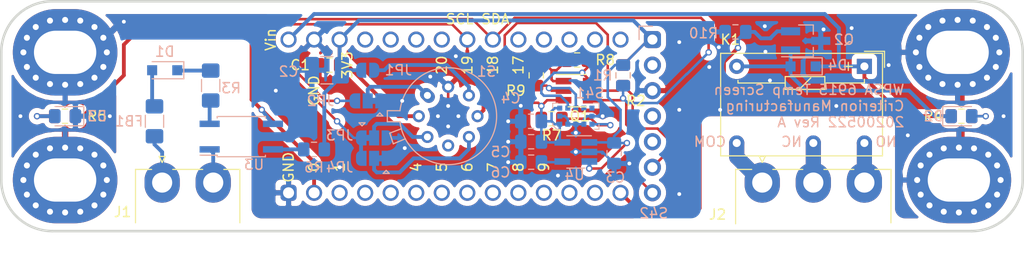
<source format=kicad_pcb>
(kicad_pcb (version 20171130) (host pcbnew 5.1.4+dfsg1-1)

  (general
    (thickness 1.6)
    (drawings 21)
    (tracks 329)
    (zones 0)
    (modules 40)
    (nets 29)
  )

  (page A4)
  (layers
    (0 F.Cu signal)
    (31 B.Cu signal)
    (32 B.Adhes user)
    (33 F.Adhes user)
    (34 B.Paste user)
    (35 F.Paste user)
    (36 B.SilkS user)
    (37 F.SilkS user)
    (38 B.Mask user)
    (39 F.Mask user)
    (40 Dwgs.User user)
    (41 Cmts.User user)
    (42 Eco1.User user)
    (43 Eco2.User user)
    (44 Edge.Cuts user)
    (45 Margin user)
    (46 B.CrtYd user)
    (47 F.CrtYd user)
    (48 B.Fab user hide)
    (49 F.Fab user hide)
  )

  (setup
    (last_trace_width 0.381)
    (user_trace_width 0.154)
    (user_trace_width 0.254)
    (user_trace_width 0.381)
    (user_trace_width 0.635)
    (user_trace_width 1.5)
    (trace_clearance 0.254)
    (zone_clearance 0.508)
    (zone_45_only no)
    (trace_min 0.15)
    (via_size 0.635)
    (via_drill 0.381)
    (via_min_size 0.508)
    (via_min_drill 0.254)
    (user_via 0.508 0.254)
    (user_via 0.762 0.381)
    (user_via 1.27 0.635)
    (uvia_size 0.381)
    (uvia_drill 0.254)
    (uvias_allowed no)
    (uvia_min_size 0.2)
    (uvia_min_drill 0.1)
    (edge_width 0.05)
    (segment_width 0.2)
    (pcb_text_width 0.3)
    (pcb_text_size 1.5 1.5)
    (mod_edge_width 0.12)
    (mod_text_size 1 1)
    (mod_text_width 0.15)
    (pad_size 3.5 4)
    (pad_drill 2)
    (pad_to_mask_clearance 0.051)
    (solder_mask_min_width 0.25)
    (aux_axis_origin 0 0)
    (visible_elements FFFFFF7F)
    (pcbplotparams
      (layerselection 0x010fc_ffffffff)
      (usegerberextensions false)
      (usegerberattributes false)
      (usegerberadvancedattributes false)
      (creategerberjobfile false)
      (excludeedgelayer true)
      (linewidth 0.100000)
      (plotframeref false)
      (viasonmask false)
      (mode 1)
      (useauxorigin false)
      (hpglpennumber 1)
      (hpglpenspeed 20)
      (hpglpendiameter 15.000000)
      (psnegative false)
      (psa4output false)
      (plotreference true)
      (plotvalue true)
      (plotinvisibletext false)
      (padsonsilk false)
      (subtractmaskfromsilk false)
      (outputformat 1)
      (mirror false)
      (drillshape 1)
      (scaleselection 1)
      (outputdirectory ""))
  )

  (net 0 "")
  (net 1 GND)
  (net 2 +3V3)
  (net 3 SDA)
  (net 4 SCL)
  (net 5 "Net-(D1-Pad2)")
  (net 6 "Net-(D1-Pad1)")
  (net 7 "Net-(D2-Pad2)")
  (net 8 "Net-(D2-Pad1)")
  (net 9 "Net-(D3-Pad2)")
  (net 10 "Net-(FB1-Pad2)")
  (net 11 "Net-(J1-Pad2)")
  (net 12 "Net-(J2-Pad1)")
  (net 13 "Net-(J2-Pad2)")
  (net 14 "Net-(J2-Pad3)")
  (net 15 "Net-(R3-Pad1)")
  (net 16 "Net-(R6-Pad2)")
  (net 17 "Net-(R7-Pad1)")
  (net 18 +2V8)
  (net 19 "Net-(C6-Pad1)")
  (net 20 SCL_2V8)
  (net 21 SDA_2V8)
  (net 22 "Net-(JP1-Pad2)")
  (net 23 +5V)
  (net 24 GPO)
  (net 25 GPI)
  (net 26 "Net-(JP2-Pad2)")
  (net 27 "Net-(JP3-Pad2)")
  (net 28 "Net-(JP4-Pad2)")

  (net_class Default "This is the default net class."
    (clearance 0.254)
    (trace_width 0.254)
    (via_dia 0.635)
    (via_drill 0.381)
    (uvia_dia 0.381)
    (uvia_drill 0.254)
    (diff_pair_width 0.254)
    (diff_pair_gap 0.254)
    (add_net +2V8)
    (add_net +3V3)
    (add_net +5V)
    (add_net GND)
    (add_net GPI)
    (add_net GPO)
    (add_net "Net-(C6-Pad1)")
    (add_net "Net-(D1-Pad1)")
    (add_net "Net-(D1-Pad2)")
    (add_net "Net-(D2-Pad1)")
    (add_net "Net-(D2-Pad2)")
    (add_net "Net-(D3-Pad2)")
    (add_net "Net-(FB1-Pad2)")
    (add_net "Net-(J1-Pad2)")
    (add_net "Net-(J2-Pad1)")
    (add_net "Net-(J2-Pad2)")
    (add_net "Net-(J2-Pad3)")
    (add_net "Net-(JP1-Pad2)")
    (add_net "Net-(JP2-Pad2)")
    (add_net "Net-(JP3-Pad2)")
    (add_net "Net-(JP4-Pad2)")
    (add_net "Net-(R3-Pad1)")
    (add_net "Net-(R6-Pad2)")
    (add_net "Net-(R7-Pad1)")
    (add_net SCL)
    (add_net SCL_2V8)
    (add_net SDA)
    (add_net SDA_2V8)
  )

  (net_class Minimum ""
    (clearance 0.154)
    (trace_width 0.154)
    (via_dia 0.508)
    (via_drill 0.254)
    (uvia_dia 0.508)
    (uvia_drill 0.254)
    (diff_pair_width 0.254)
    (diff_pair_gap 0.254)
  )

  (net_class Power ""
    (clearance 0.635)
    (trace_width 1.27)
    (via_dia 0.635)
    (via_drill 0.508)
    (uvia_dia 0.381)
    (uvia_drill 0.254)
    (diff_pair_width 0.254)
    (diff_pair_gap 0.254)
  )

  (module Connector_PinSocket_2.54mm:PinSocket_1x07_P2.54mm_Vertical (layer B.Cu) (tedit 5EC7F998) (tstamp 5EC71FA2)
    (at 161.29 93.98 180)
    (descr "Through hole straight socket strip, 1x07, 2.54mm pitch, single row (from Kicad 4.0.7), script generated")
    (tags "Through hole socket strip THT 1x07 2.54mm single row")
    (path /5EB1BC8D)
    (fp_text reference S42 (at -0.127 -17.272 180) (layer B.SilkS)
      (effects (font (size 1 1) (thickness 0.15)) (justify mirror))
    )
    (fp_text value VL53LnX (at 0 -18.01 180) (layer B.Fab)
      (effects (font (size 1 1) (thickness 0.15)) (justify mirror))
    )
    (fp_text user %R (at 0 -7.62 90) (layer B.Fab)
      (effects (font (size 1 1) (thickness 0.15)) (justify mirror))
    )
    (fp_line (start -1.8 -17) (end -1.8 1.8) (layer B.CrtYd) (width 0.05))
    (fp_line (start 1.75 -17) (end -1.8 -17) (layer B.CrtYd) (width 0.05))
    (fp_line (start 1.75 1.8) (end 1.75 -17) (layer B.CrtYd) (width 0.05))
    (fp_line (start -1.8 1.8) (end 1.75 1.8) (layer B.CrtYd) (width 0.05))
    (fp_line (start 0 1.33) (end 1.33 1.33) (layer B.SilkS) (width 0.12))
    (fp_line (start 1.33 1.33) (end 1.33 0) (layer B.SilkS) (width 0.12))
    (fp_line (start -1.27 -16.51) (end -1.27 1.27) (layer B.Fab) (width 0.1))
    (fp_line (start 1.27 -16.51) (end -1.27 -16.51) (layer B.Fab) (width 0.1))
    (fp_line (start 1.27 0.635) (end 1.27 -16.51) (layer B.Fab) (width 0.1))
    (fp_line (start 0.635 1.27) (end 1.27 0.635) (layer B.Fab) (width 0.1))
    (fp_line (start -1.27 1.27) (end 0.635 1.27) (layer B.Fab) (width 0.1))
    (pad 7 thru_hole oval (at 0 -15.24 180) (size 1.7 1.7) (drill 1) (layers *.Cu *.Mask)
      (net 3 SDA))
    (pad 6 thru_hole oval (at 0 -12.7 180) (size 1.7 1.7) (drill 1) (layers *.Cu *.Mask)
      (net 4 SCL))
    (pad 5 thru_hole oval (at 0 -10.16 180) (size 1.7 1.7) (drill 1) (layers *.Cu *.Mask))
    (pad 4 thru_hole oval (at 0 -7.62 180) (size 1.7 1.7) (drill 1) (layers *.Cu *.Mask))
    (pad 3 thru_hole oval (at 0 -5.08 180) (size 1.7 1.7) (drill 1) (layers *.Cu *.Mask)
      (net 1 GND))
    (pad 2 thru_hole oval (at 0 -2.54 180) (size 1.7 1.7) (drill 1) (layers *.Cu *.Mask))
    (pad 1 thru_hole roundrect (at 0 0 180) (size 1.7 1.7) (drill 1) (layers *.Cu *.Mask) (roundrect_rratio 0.25)
      (net 2 +3V3))
    (model ${KIPRJMOD}/Adafruit_VL53L0X.step
      (offset (xyz 0 0 2.54))
      (scale (xyz 1 1 1))
      (rotate (xyz 0 0 90))
    )
  )

  (module Jumper:SolderJumper-2_P1.3mm_Open_RoundedPad1.0x1.5mm (layer B.Cu) (tedit 5EC7F900) (tstamp 5EC7D923)
    (at 132.969 97.028)
    (descr "SMD Solder Jumper, 1x1.5mm, rounded Pads, 0.3mm gap, open")
    (tags "solder jumper open")
    (path /5F003232)
    (attr virtual)
    (fp_text reference JP1 (at 3.048 0) (layer B.SilkS)
      (effects (font (size 1 1) (thickness 0.15)) (justify mirror))
    )
    (fp_text value SolderJumper_2_Open (at 0 -1.9) (layer B.Fab)
      (effects (font (size 1 1) (thickness 0.15)) (justify mirror))
    )
    (fp_line (start 1.65 -1.25) (end -1.65 -1.25) (layer B.CrtYd) (width 0.05))
    (fp_line (start 1.65 -1.25) (end 1.65 1.25) (layer B.CrtYd) (width 0.05))
    (fp_line (start -1.65 1.25) (end -1.65 -1.25) (layer B.CrtYd) (width 0.05))
    (fp_line (start -1.65 1.25) (end 1.65 1.25) (layer B.CrtYd) (width 0.05))
    (pad 2 smd custom (at 0.65 0) (size 1 0.5) (layers B.Cu B.Mask)
      (net 22 "Net-(JP1-Pad2)") (zone_connect 2)
      (options (clearance outline) (anchor rect))
      (primitives
        (gr_circle (center 0 -0.25) (end 0.5 -0.25) (width 0))
        (gr_circle (center 0 0.25) (end 0.5 0.25) (width 0))
        (gr_poly (pts
           (xy 0 0.75) (xy -0.5 0.75) (xy -0.5 -0.75) (xy 0 -0.75)) (width 0))
      ))
    (pad 1 smd custom (at -0.65 0) (size 1 0.5) (layers B.Cu B.Mask)
      (net 2 +3V3) (zone_connect 2)
      (options (clearance outline) (anchor rect))
      (primitives
        (gr_circle (center 0 -0.25) (end 0.5 -0.25) (width 0))
        (gr_circle (center 0 0.25) (end 0.5 0.25) (width 0))
        (gr_poly (pts
           (xy 0 0.75) (xy 0.5 0.75) (xy 0.5 -0.75) (xy 0 -0.75)) (width 0))
      ))
  )

  (module Jumper:SolderJumper-3_P1.3mm_Bridged12_RoundedPad1.0x1.5mm (layer B.Cu) (tedit 5EC7F8E1) (tstamp 5EC722C4)
    (at 132.969 100.076 180)
    (descr "SMD Solder 3-pad Jumper, 1x1.5mm rounded Pads, 0.3mm gap, pads 1-2 bridged with 1 copper strip")
    (tags "solder jumper open")
    (path /5EECA90F)
    (attr virtual)
    (fp_text reference JP2 (at 4.699 0 180) (layer B.SilkS)
      (effects (font (size 1 1) (thickness 0.15)) (justify mirror))
    )
    (fp_text value SolderJumper_3_Bridged12 (at 0 -1.9 180) (layer B.Fab)
      (effects (font (size 1 1) (thickness 0.15)) (justify mirror))
    )
    (fp_poly (pts (xy -0.9 0.3) (xy -0.4 0.3) (xy -0.4 -0.3) (xy -0.9 -0.3)) (layer B.Cu) (width 0))
    (fp_line (start 2.3 -1.25) (end -2.3 -1.25) (layer B.CrtYd) (width 0.05))
    (fp_line (start 2.3 -1.25) (end 2.3 1.25) (layer B.CrtYd) (width 0.05))
    (fp_line (start -2.3 1.25) (end -2.3 -1.25) (layer B.CrtYd) (width 0.05))
    (fp_line (start -2.3 1.25) (end 2.3 1.25) (layer B.CrtYd) (width 0.05))
    (fp_line (start -1.2 -1.2) (end -1.5 -1.5) (layer B.SilkS) (width 0.12))
    (fp_line (start -1.5 -1.5) (end -0.9 -1.5) (layer B.SilkS) (width 0.12))
    (fp_line (start -1.2 -1.2) (end -0.9 -1.5) (layer B.SilkS) (width 0.12))
    (pad 1 smd custom (at -1.3 0 180) (size 1 0.5) (layers B.Cu B.Mask)
      (net 1 GND) (zone_connect 2)
      (options (clearance outline) (anchor rect))
      (primitives
        (gr_circle (center 0 -0.25) (end 0.5 -0.25) (width 0))
        (gr_circle (center 0 0.25) (end 0.5 0.25) (width 0))
        (gr_poly (pts
           (xy 0.55 0.75) (xy 0 0.75) (xy 0 -0.75) (xy 0.55 -0.75)) (width 0))
      ))
    (pad 2 smd rect (at 0 0 180) (size 1 1.5) (layers B.Cu B.Mask)
      (net 26 "Net-(JP2-Pad2)"))
    (pad 3 smd custom (at 1.3 0 180) (size 1 0.5) (layers B.Cu B.Mask)
      (net 4 SCL) (zone_connect 2)
      (options (clearance outline) (anchor rect))
      (primitives
        (gr_circle (center 0 -0.25) (end 0.5 -0.25) (width 0))
        (gr_circle (center 0 0.25) (end 0.5 0.25) (width 0))
        (gr_poly (pts
           (xy -0.55 0.75) (xy 0 0.75) (xy 0 -0.75) (xy -0.55 -0.75)) (width 0))
      ))
  )

  (module Jumper:SolderJumper-3_P1.3mm_Bridged12_RoundedPad1.0x1.5mm (layer B.Cu) (tedit 5EC7F8D0) (tstamp 5EC848D0)
    (at 133.604 105.791 180)
    (descr "SMD Solder 3-pad Jumper, 1x1.5mm rounded Pads, 0.3mm gap, pads 1-2 bridged with 1 copper strip")
    (tags "solder jumper open")
    (path /5EF08016)
    (attr virtual)
    (fp_text reference JP4 (at 3.429 -0.889 180) (layer B.SilkS)
      (effects (font (size 1 1) (thickness 0.15)) (justify mirror))
    )
    (fp_text value SolderJumper_3_Bridged12 (at 0 -1.9 180) (layer B.Fab) hide
      (effects (font (size 1 1) (thickness 0.15)) (justify mirror))
    )
    (fp_poly (pts (xy -0.9 0.3) (xy -0.4 0.3) (xy -0.4 -0.3) (xy -0.9 -0.3)) (layer B.Cu) (width 0))
    (fp_line (start 2.3 -1.25) (end -2.3 -1.25) (layer B.CrtYd) (width 0.05))
    (fp_line (start 2.3 -1.25) (end 2.3 1.25) (layer B.CrtYd) (width 0.05))
    (fp_line (start -2.3 1.25) (end -2.3 -1.25) (layer B.CrtYd) (width 0.05))
    (fp_line (start -2.3 1.25) (end 2.3 1.25) (layer B.CrtYd) (width 0.05))
    (fp_line (start -1.2 -1.2) (end -1.5 -1.5) (layer B.SilkS) (width 0.12))
    (fp_line (start -1.5 -1.5) (end -0.9 -1.5) (layer B.SilkS) (width 0.12))
    (fp_line (start -1.2 -1.2) (end -0.9 -1.5) (layer B.SilkS) (width 0.12))
    (pad 1 smd custom (at -1.3 0 180) (size 1 0.5) (layers B.Cu B.Mask)
      (net 1 GND) (zone_connect 2)
      (options (clearance outline) (anchor rect))
      (primitives
        (gr_circle (center 0 -0.25) (end 0.5 -0.25) (width 0))
        (gr_circle (center 0 0.25) (end 0.5 0.25) (width 0))
        (gr_poly (pts
           (xy 0.55 0.75) (xy 0 0.75) (xy 0 -0.75) (xy 0.55 -0.75)) (width 0))
      ))
    (pad 2 smd rect (at 0 0 180) (size 1 1.5) (layers B.Cu B.Mask)
      (net 28 "Net-(JP4-Pad2)"))
    (pad 3 smd custom (at 1.3 0 180) (size 1 0.5) (layers B.Cu B.Mask)
      (net 3 SDA) (zone_connect 2)
      (options (clearance outline) (anchor rect))
      (primitives
        (gr_circle (center 0 -0.25) (end 0.5 -0.25) (width 0))
        (gr_circle (center 0 0.25) (end 0.5 0.25) (width 0))
        (gr_poly (pts
           (xy -0.55 0.75) (xy 0 0.75) (xy 0 -0.75) (xy -0.55 -0.75)) (width 0))
      ))
  )

  (module Jumper:SolderJumper-3_P1.3mm_Bridged12_RoundedPad1.0x1.5mm (layer B.Cu) (tedit 5EC7F8B8) (tstamp 5EC722DB)
    (at 133.604 103.759)
    (descr "SMD Solder 3-pad Jumper, 1x1.5mm rounded Pads, 0.3mm gap, pads 1-2 bridged with 1 copper strip")
    (tags "solder jumper open")
    (path /5EF06E7B)
    (attr virtual)
    (fp_text reference JP3 (at -3.429 -0.254) (layer B.SilkS)
      (effects (font (size 1 1) (thickness 0.15)) (justify mirror))
    )
    (fp_text value SolderJumper_3_Bridged12 (at 0 -1.9) (layer B.Fab) hide
      (effects (font (size 1 1) (thickness 0.15)) (justify mirror))
    )
    (fp_poly (pts (xy -0.9 0.3) (xy -0.4 0.3) (xy -0.4 -0.3) (xy -0.9 -0.3)) (layer B.Cu) (width 0))
    (fp_line (start 2.3 -1.25) (end -2.3 -1.25) (layer B.CrtYd) (width 0.05))
    (fp_line (start 2.3 -1.25) (end 2.3 1.25) (layer B.CrtYd) (width 0.05))
    (fp_line (start -2.3 1.25) (end -2.3 -1.25) (layer B.CrtYd) (width 0.05))
    (fp_line (start -2.3 1.25) (end 2.3 1.25) (layer B.CrtYd) (width 0.05))
    (fp_line (start -1.2 -1.2) (end -1.5 -1.5) (layer B.SilkS) (width 0.12))
    (fp_line (start -1.5 -1.5) (end -0.9 -1.5) (layer B.SilkS) (width 0.12))
    (fp_line (start -1.2 -1.2) (end -0.9 -1.5) (layer B.SilkS) (width 0.12))
    (pad 1 smd custom (at -1.3 0) (size 1 0.5) (layers B.Cu B.Mask)
      (net 3 SDA) (zone_connect 2)
      (options (clearance outline) (anchor rect))
      (primitives
        (gr_circle (center 0 -0.25) (end 0.5 -0.25) (width 0))
        (gr_circle (center 0 0.25) (end 0.5 0.25) (width 0))
        (gr_poly (pts
           (xy 0.55 0.75) (xy 0 0.75) (xy 0 -0.75) (xy 0.55 -0.75)) (width 0))
      ))
    (pad 2 smd rect (at 0 0) (size 1 1.5) (layers B.Cu B.Mask)
      (net 27 "Net-(JP3-Pad2)"))
    (pad 3 smd custom (at 1.3 0) (size 1 0.5) (layers B.Cu B.Mask)
      (net 1 GND) (zone_connect 0)
      (options (clearance outline) (anchor rect))
      (primitives
        (gr_circle (center 0 -0.25) (end 0.5 -0.25) (width 0))
        (gr_circle (center 0 0.25) (end 0.5 0.25) (width 0))
        (gr_poly (pts
           (xy -0.55 0.75) (xy 0 0.75) (xy 0 -0.75) (xy -0.55 -0.75)) (width 0))
      ))
  )

  (module Connector_Phoenix_MC_HighVoltage:PhoenixContact_MC_1,5_2-G-5.08_1x02_P5.08mm_Horizontal (layer F.Cu) (tedit 5EC7F6A1) (tstamp 5EC77A34)
    (at 112.522 108.204)
    (descr "Generic Phoenix Contact connector footprint for: MC_1,5/2-G-5.08; number of pins: 02; pin pitch: 5.08mm; Angled || order number: 1836189 8A 320V")
    (tags "phoenix_contact connector MC_01x02_G_5.08mm")
    (path /5EC76E18)
    (fp_text reference J1 (at -3.937 2.921) (layer F.SilkS)
      (effects (font (size 1 1) (thickness 0.15)))
    )
    (fp_text value Conn_01x02_Female (at 2.54 9.2) (layer F.Fab)
      (effects (font (size 1 1) (thickness 0.15)))
    )
    (fp_text user %R (at 2.54 -0.5) (layer F.Fab)
      (effects (font (size 1 1) (thickness 0.15)))
    )
    (fp_line (start 0 0) (end -0.8 -1.2) (layer F.Fab) (width 0.1))
    (fp_line (start 0.8 -1.2) (end 0 0) (layer F.Fab) (width 0.1))
    (fp_line (start -0.3 -2.6) (end 0.3 -2.6) (layer F.SilkS) (width 0.12))
    (fp_line (start 0 -2) (end -0.3 -2.6) (layer F.SilkS) (width 0.12))
    (fp_line (start 0.3 -2.6) (end 0 -2) (layer F.SilkS) (width 0.12))
    (fp_line (start 8.12 -2.3) (end -3.15 -2.3) (layer F.CrtYd) (width 0.05))
    (fp_line (start 8.12 8.5) (end 8.12 -2.3) (layer F.CrtYd) (width 0.05))
    (fp_line (start -3.15 8.5) (end 8.12 8.5) (layer F.CrtYd) (width 0.05))
    (fp_line (start -3.15 -2.3) (end -3.15 8.5) (layer F.CrtYd) (width 0.05))
    (fp_line (start 7.62 -1.2) (end -2.54 -1.2) (layer F.Fab) (width 0.1))
    (fp_line (start 7.62 8) (end 7.62 -1.2) (layer F.Fab) (width 0.1))
    (fp_line (start -2.54 8) (end 7.62 8) (layer F.Fab) (width 0.1))
    (fp_line (start -2.54 -1.2) (end -2.54 8) (layer F.Fab) (width 0.1))
    (fp_line (start 1.05 -1.31) (end 4.03 -1.31) (layer F.SilkS) (width 0.12))
    (fp_line (start 7.73 -1.31) (end 6.13 -1.31) (layer F.SilkS) (width 0.12))
    (fp_line (start -2.65 -1.31) (end -1.05 -1.31) (layer F.SilkS) (width 0.12))
    (fp_line (start 7.73 4) (end 7.73 -1.31) (layer F.SilkS) (width 0.12))
    (fp_line (start -2.65 -1.31) (end -2.65 4) (layer F.SilkS) (width 0.12))
    (pad 2 thru_hole oval (at 5.08 0) (size 3.5 4) (drill 2) (layers *.Cu *.Mask)
      (net 11 "Net-(J1-Pad2)"))
    (pad 1 thru_hole oval (at 0 0) (size 3.5 4) (drill 2) (layers *.Cu *.Mask)
      (net 10 "Net-(FB1-Pad2)"))
    (model ${KISYS3DMOD}/Connector_Phoenix_MC_HighVoltage.3dshapes/PhoenixContact_MC_1,5_2-G-5.08_1x02_P5.08mm_Horizontal.wrl
      (at (xyz 0 0 0))
      (scale (xyz 1 1 1))
      (rotate (xyz 0 0 0))
    )
  )

  (module Connector_Phoenix_MC_HighVoltage:PhoenixContact_MC_1,5_3-G-5.08_1x03_P5.08mm_Horizontal (layer F.Cu) (tedit 5EC7F670) (tstamp 5EC7DD20)
    (at 172.212 108.204)
    (descr "Generic Phoenix Contact connector footprint for: MC_1,5/3-G-5.08; number of pins: 03; pin pitch: 5.08mm; Angled || order number: 1836192 8A 320V")
    (tags "phoenix_contact connector MC_01x03_G_5.08mm")
    (path /5EC6B9AF)
    (fp_text reference J2 (at -4.445 3.175) (layer F.SilkS)
      (effects (font (size 1 1) (thickness 0.15)))
    )
    (fp_text value Conn_01x03_Female (at 5.08 9.2) (layer F.Fab)
      (effects (font (size 1 1) (thickness 0.15)))
    )
    (fp_text user %R (at 5.08 -0.5) (layer F.Fab)
      (effects (font (size 1 1) (thickness 0.15)))
    )
    (fp_line (start 0 0) (end -0.8 -1.2) (layer F.Fab) (width 0.1))
    (fp_line (start 0.8 -1.2) (end 0 0) (layer F.Fab) (width 0.1))
    (fp_line (start -0.3 -2.6) (end 0.3 -2.6) (layer F.SilkS) (width 0.12))
    (fp_line (start 0 -2) (end -0.3 -2.6) (layer F.SilkS) (width 0.12))
    (fp_line (start 0.3 -2.6) (end 0 -2) (layer F.SilkS) (width 0.12))
    (fp_line (start 13.2 -2.3) (end -3.15 -2.3) (layer F.CrtYd) (width 0.05))
    (fp_line (start 13.2 8.5) (end 13.2 -2.3) (layer F.CrtYd) (width 0.05))
    (fp_line (start -3.15 8.5) (end 13.2 8.5) (layer F.CrtYd) (width 0.05))
    (fp_line (start -3.15 -2.3) (end -3.15 8.5) (layer F.CrtYd) (width 0.05))
    (fp_line (start 12.7 -1.2) (end -2.54 -1.2) (layer F.Fab) (width 0.1))
    (fp_line (start 12.7 8) (end 12.7 -1.2) (layer F.Fab) (width 0.1))
    (fp_line (start -2.54 8) (end 12.7 8) (layer F.Fab) (width 0.1))
    (fp_line (start -2.54 -1.2) (end -2.54 8) (layer F.Fab) (width 0.1))
    (fp_line (start 6.13 -1.31) (end 9.11 -1.31) (layer F.SilkS) (width 0.12))
    (fp_line (start 1.05 -1.31) (end 4.03 -1.31) (layer F.SilkS) (width 0.12))
    (fp_line (start 12.81 -1.31) (end 11.21 -1.31) (layer F.SilkS) (width 0.12))
    (fp_line (start -2.65 -1.31) (end -1.05 -1.31) (layer F.SilkS) (width 0.12))
    (fp_line (start 12.8 4) (end 12.81 -1.31) (layer F.SilkS) (width 0.12))
    (fp_line (start -2.65 -1.31) (end -2.65 4.1) (layer F.SilkS) (width 0.12))
    (pad 3 thru_hole oval (at 10.16 0) (size 3.5 4) (drill 2) (layers *.Cu *.Mask)
      (net 14 "Net-(J2-Pad3)"))
    (pad 2 thru_hole oval (at 5.08 0) (size 3.5 4) (drill 2) (layers *.Cu *.Mask)
      (net 13 "Net-(J2-Pad2)"))
    (pad 1 thru_hole oval (at 0 0) (size 3.5 4) (drill 2) (layers *.Cu *.Mask)
      (net 12 "Net-(J2-Pad1)"))
    (model ${KISYS3DMOD}/Connector_Phoenix_MC_HighVoltage.3dshapes/PhoenixContact_MC_1,5_3-G-5.08_1x03_P5.08mm_Horizontal.wrl
      (at (xyz 0 0 0))
      (scale (xyz 1 1 1))
      (rotate (xyz 0 0 0))
    )
  )

  (module Package_TO_SOT_THT:TO-39-8_Window (layer B.Cu) (tedit 5EC7F1C2) (tstamp 5EC82D27)
    (at 140.97 101.6 315)
    (descr "TO-39-8_Window, Window")
    (tags "TO-39-8_Window Window")
    (path /5EEC0E63)
    (fp_text reference S1 (at -0.449013 -5.837166) (layer B.SilkS)
      (effects (font (size 1 1) (thickness 0.15)) (justify mirror))
    )
    (fp_text value 917-47-208-41-005000 (at 0.000001 -5.82 315) (layer B.Fab)
      (effects (font (size 1 1) (thickness 0.15)) (justify mirror))
    )
    (fp_arc (start 0 0) (end -2.997084 3.774902) (angle -346.9) (layer B.SilkS) (width 0.12))
    (fp_arc (start 0 0) (end -3.005408 3.61352) (angle -349.5) (layer B.Fab) (width 0.1))
    (fp_circle (center 0 0) (end 2.95 0) (layer B.Fab) (width 0.1))
    (fp_circle (center 0 0) (end 4.25 0) (layer B.Fab) (width 0.1))
    (fp_line (start -4.665856 3.888039) (end -3.774902 2.997084) (layer B.SilkS) (width 0.12))
    (fp_line (start -3.888039 4.665856) (end -4.665856 3.888039) (layer B.SilkS) (width 0.12))
    (fp_line (start -2.997084 3.774902) (end -3.888039 4.665856) (layer B.SilkS) (width 0.12))
    (fp_line (start -2.637 -1.324) (end -1.324 -2.637) (layer B.Fab) (width 0.1))
    (fp_line (start -2.911 -0.485) (end -0.485 -2.911) (layer B.Fab) (width 0.1))
    (fp_line (start -2.948 0.12) (end 0.12 -2.948) (layer B.Fab) (width 0.1))
    (fp_line (start -2.884 0.622) (end 0.622 -2.884) (layer B.Fab) (width 0.1))
    (fp_line (start -2.755 1.058) (end 1.058 -2.755) (layer B.Fab) (width 0.1))
    (fp_line (start -2.574 1.443) (end 1.443 -2.574) (layer B.Fab) (width 0.1))
    (fp_line (start -2.35 1.784) (end 1.784 -2.35) (layer B.Fab) (width 0.1))
    (fp_line (start -2.086 2.086) (end 2.086 -2.086) (layer B.Fab) (width 0.1))
    (fp_line (start -1.784 2.35) (end 2.35 -1.784) (layer B.Fab) (width 0.1))
    (fp_line (start -1.443 2.574) (end 2.574 -1.443) (layer B.Fab) (width 0.1))
    (fp_line (start -1.058 2.755) (end 2.755 -1.058) (layer B.Fab) (width 0.1))
    (fp_line (start -0.622 2.884) (end 2.884 -0.622) (layer B.Fab) (width 0.1))
    (fp_line (start -0.12 2.948) (end 2.948 -0.12) (layer B.Fab) (width 0.1))
    (fp_line (start 0.485 2.911) (end 2.911 0.485) (layer B.Fab) (width 0.1))
    (fp_line (start 1.324 2.637) (end 2.637 1.324) (layer B.Fab) (width 0.1))
    (fp_line (start -4.419621 3.81151) (end -3.61352 3.005408) (layer B.Fab) (width 0.1))
    (fp_line (start -3.81151 4.419621) (end -4.419621 3.81151) (layer B.Fab) (width 0.1))
    (fp_line (start -3.005408 3.61352) (end -3.81151 4.419621) (layer B.Fab) (width 0.1))
    (fp_text user %R (at 0.000001 5.82 315) (layer B.Fab)
      (effects (font (size 1 1) (thickness 0.15)) (justify mirror))
    )
    (fp_line (start -2.42 4.2) (end -2.92 5.3) (layer B.SilkS) (width 0.12))
    (fp_line (start -2.92 5.3) (end -1.92 5.8) (layer B.SilkS) (width 0.12))
    (fp_line (start -1.92 5.8) (end -1.42 4.6) (layer B.SilkS) (width 0.12))
    (fp_circle (center 0 0) (end 5.1 0) (layer B.CrtYd) (width 0.12))
    (pad 8 thru_hole oval (at -2.064752 2.064752 315) (size 1.2 1.2) (drill 0.7) (layers *.Cu *.Mask)
      (net 2 +3V3))
    (pad 7 thru_hole oval (at 0 2.92 315) (size 1.2 1.2) (drill 0.7) (layers *.Cu *.Mask)
      (net 27 "Net-(JP3-Pad2)"))
    (pad 6 thru_hole oval (at 2.064752 2.064752 315) (size 1.2 1.2) (drill 0.7) (layers *.Cu *.Mask))
    (pad 5 thru_hole oval (at 2.92 0 315) (size 1.2 1.2) (drill 0.7) (layers *.Cu *.Mask)
      (net 28 "Net-(JP4-Pad2)"))
    (pad 4 thru_hole oval (at 2.064752 -2.064752 315) (size 1.2 1.2) (drill 0.7) (layers *.Cu *.Mask)
      (net 4 SCL))
    (pad 3 thru_hole oval (at 0 -2.92 315) (size 1.2 1.2) (drill 0.7) (layers *.Cu *.Mask)
      (net 22 "Net-(JP1-Pad2)"))
    (pad 2 thru_hole oval (at -2.064752 -2.064752 315) (size 1.2 1.2) (drill 0.7) (layers *.Cu *.Mask)
      (net 1 GND))
    (pad 1 thru_hole oval (at -2.92 0 315) (size 1.6 1.2) (drill 0.7) (layers *.Cu *.Mask)
      (net 26 "Net-(JP2-Pad2)"))
    (model ${KISYS3DMOD}/Package_TO_SOT_THT.3dshapes/TO-39-8_Window.wrl
      (at (xyz 0 0 0))
      (scale (xyz 1 1 1))
      (rotate (xyz 0 0 0))
    )
    (model ${KIPRJMOD}/MLX90614ESF-DAA-000-TU--3DModel-STEP-56544.STEP
      (offset (xyz 0 0 4.3))
      (scale (xyz 1 1 1))
      (rotate (xyz -90 0 -90))
    )
    (model ${KIPRJMOD}/mill-max-P917-47-208-41-005000.step
      (offset (xyz 0 0 2.8))
      (scale (xyz 1 1 1))
      (rotate (xyz -90 0 0))
    )
  )

  (module MountingHole:MountingHole_4.3x6.2mm_M4_Pad_Via (layer F.Cu) (tedit 581E29B6) (tstamp 5EC2A6B9)
    (at 191.643 95.25)
    (descr "Mounting Hole 4.3x6.2mm, M4")
    (tags "mounting hole 4.3x6.2mm m4")
    (path /5EC3CB56)
    (attr virtual)
    (fp_text reference H1 (at 0 -5.3) (layer F.SilkS) hide
      (effects (font (size 1 1) (thickness 0.15)))
    )
    (fp_text value MountingHole (at 0 5.3) (layer F.Fab)
      (effects (font (size 1 1) (thickness 0.15)))
    )
    (fp_circle (center -0.95 0) (end 3.35 0) (layer Cmts.User) (width 0.15))
    (fp_circle (center 0.95 0) (end 5.25 0) (layer Cmts.User) (width 0.15))
    (fp_arc (start 0.95 0) (end 0.95 -4.55) (angle 180) (layer F.CrtYd) (width 0.05))
    (fp_arc (start -0.95 0) (end -0.95 4.55) (angle 180) (layer F.CrtYd) (width 0.05))
    (fp_line (start -0.95 -4.55) (end 0.95 -4.55) (layer F.CrtYd) (width 0.05))
    (fp_line (start 0.95 4.55) (end -0.95 4.55) (layer F.CrtYd) (width 0.05))
    (fp_text user %R (at 0.3 0) (layer F.Fab)
      (effects (font (size 1 1) (thickness 0.15)))
    )
    (pad 1 thru_hole circle (at 3.801 -1.45) (size 0.9 0.9) (drill 0.6) (layers *.Cu *.Mask)
      (net 1 GND))
    (pad 1 thru_hole circle (at 0 -3.225) (size 0.9 0.9) (drill 0.6) (layers *.Cu *.Mask)
      (net 1 GND))
    (pad 1 thru_hole circle (at -3.801 -1.45) (size 0.9 0.9) (drill 0.6) (layers *.Cu *.Mask)
      (net 1 GND))
    (pad 1 thru_hole circle (at -4.15 0) (size 0.9 0.9) (drill 0.6) (layers *.Cu *.Mask)
      (net 1 GND))
    (pad 1 thru_hole circle (at -3.801 1.45) (size 0.9 0.9) (drill 0.6) (layers *.Cu *.Mask)
      (net 1 GND))
    (pad 1 thru_hole circle (at 0 3.225) (size 0.9 0.9) (drill 0.6) (layers *.Cu *.Mask)
      (net 1 GND))
    (pad 1 thru_hole circle (at 3.801 1.45) (size 0.9 0.9) (drill 0.6) (layers *.Cu *.Mask)
      (net 1 GND))
    (pad 1 thru_hole circle (at 4.15 0) (size 0.9 0.9) (drill 0.6) (layers *.Cu *.Mask)
      (net 1 GND))
    (pad 1 thru_hole circle (at 1.505 -3.151) (size 0.9 0.9) (drill 0.6) (layers *.Cu *.Mask)
      (net 1 GND))
    (pad 1 thru_hole circle (at 2.92 -2.521) (size 0.9 0.9) (drill 0.6) (layers *.Cu *.Mask)
      (net 1 GND))
    (pad 1 thru_hole circle (at 2.92 2.521) (size 0.9 0.9) (drill 0.6) (layers *.Cu *.Mask)
      (net 1 GND))
    (pad 1 thru_hole circle (at -2.92 2.521) (size 0.9 0.9) (drill 0.6) (layers *.Cu *.Mask)
      (net 1 GND))
    (pad 1 thru_hole circle (at -2.92 -2.521) (size 0.9 0.9) (drill 0.6) (layers *.Cu *.Mask)
      (net 1 GND))
    (pad 1 thru_hole circle (at -1.505 -3.151) (size 0.9 0.9) (drill 0.6) (layers *.Cu *.Mask)
      (net 1 GND))
    (pad 1 thru_hole circle (at -1.505 3.151) (size 0.9 0.9) (drill 0.6) (layers *.Cu *.Mask)
      (net 1 GND))
    (pad 1 thru_hole circle (at 1.505 3.151) (size 0.9 0.9) (drill 0.6) (layers *.Cu *.Mask)
      (net 1 GND))
    (pad 1 thru_hole oval (at 0 0) (size 10.4 8.6) (drill oval 6.2 4.3) (layers *.Cu *.Mask)
      (net 1 GND))
  )

  (module MountingHole:MountingHole_4.3x6.2mm_M4_Pad_Via (layer F.Cu) (tedit 581E29B6) (tstamp 5EC73A86)
    (at 102.87 107.95)
    (descr "Mounting Hole 4.3x6.2mm, M4")
    (tags "mounting hole 4.3x6.2mm m4")
    (path /5ECDFDF9)
    (attr virtual)
    (fp_text reference H3 (at 0 -5.3) (layer F.SilkS) hide
      (effects (font (size 1 1) (thickness 0.15)))
    )
    (fp_text value MountingHole (at 0 5.3) (layer F.Fab)
      (effects (font (size 1 1) (thickness 0.15)))
    )
    (fp_circle (center -0.95 0) (end 3.35 0) (layer Cmts.User) (width 0.15))
    (fp_circle (center 0.95 0) (end 5.25 0) (layer Cmts.User) (width 0.15))
    (fp_arc (start 0.95 0) (end 0.95 -4.55) (angle 180) (layer F.CrtYd) (width 0.05))
    (fp_arc (start -0.95 0) (end -0.95 4.55) (angle 180) (layer F.CrtYd) (width 0.05))
    (fp_line (start -0.95 -4.55) (end 0.95 -4.55) (layer F.CrtYd) (width 0.05))
    (fp_line (start 0.95 4.55) (end -0.95 4.55) (layer F.CrtYd) (width 0.05))
    (fp_text user %R (at 0.3 0) (layer F.Fab)
      (effects (font (size 1 1) (thickness 0.15)))
    )
    (pad 1 thru_hole circle (at 3.801 -1.45) (size 0.9 0.9) (drill 0.6) (layers *.Cu *.Mask)
      (net 1 GND))
    (pad 1 thru_hole circle (at 0 -3.225) (size 0.9 0.9) (drill 0.6) (layers *.Cu *.Mask)
      (net 1 GND))
    (pad 1 thru_hole circle (at -3.801 -1.45) (size 0.9 0.9) (drill 0.6) (layers *.Cu *.Mask)
      (net 1 GND))
    (pad 1 thru_hole circle (at -4.15 0) (size 0.9 0.9) (drill 0.6) (layers *.Cu *.Mask)
      (net 1 GND))
    (pad 1 thru_hole circle (at -3.801 1.45) (size 0.9 0.9) (drill 0.6) (layers *.Cu *.Mask)
      (net 1 GND))
    (pad 1 thru_hole circle (at 0 3.225) (size 0.9 0.9) (drill 0.6) (layers *.Cu *.Mask)
      (net 1 GND))
    (pad 1 thru_hole circle (at 3.801 1.45) (size 0.9 0.9) (drill 0.6) (layers *.Cu *.Mask)
      (net 1 GND))
    (pad 1 thru_hole circle (at 4.15 0) (size 0.9 0.9) (drill 0.6) (layers *.Cu *.Mask)
      (net 1 GND))
    (pad 1 thru_hole circle (at 1.505 -3.151) (size 0.9 0.9) (drill 0.6) (layers *.Cu *.Mask)
      (net 1 GND))
    (pad 1 thru_hole circle (at 2.92 -2.521) (size 0.9 0.9) (drill 0.6) (layers *.Cu *.Mask)
      (net 1 GND))
    (pad 1 thru_hole circle (at 2.92 2.521) (size 0.9 0.9) (drill 0.6) (layers *.Cu *.Mask)
      (net 1 GND))
    (pad 1 thru_hole circle (at -2.92 2.521) (size 0.9 0.9) (drill 0.6) (layers *.Cu *.Mask)
      (net 1 GND))
    (pad 1 thru_hole circle (at -2.92 -2.521) (size 0.9 0.9) (drill 0.6) (layers *.Cu *.Mask)
      (net 1 GND))
    (pad 1 thru_hole circle (at -1.505 -3.151) (size 0.9 0.9) (drill 0.6) (layers *.Cu *.Mask)
      (net 1 GND))
    (pad 1 thru_hole circle (at -1.505 3.151) (size 0.9 0.9) (drill 0.6) (layers *.Cu *.Mask)
      (net 1 GND))
    (pad 1 thru_hole circle (at 1.505 3.151) (size 0.9 0.9) (drill 0.6) (layers *.Cu *.Mask)
      (net 1 GND))
    (pad 1 thru_hole oval (at 0 0) (size 10.4 8.6) (drill oval 6.2 4.3) (layers *.Cu *.Mask)
      (net 1 GND))
  )

  (module MountingHole:MountingHole_4.3x6.2mm_M4_Pad_Via (layer F.Cu) (tedit 581E29B6) (tstamp 5EC2A6C9)
    (at 191.77 107.95)
    (descr "Mounting Hole 4.3x6.2mm, M4")
    (tags "mounting hole 4.3x6.2mm m4")
    (path /5EC408D4)
    (attr virtual)
    (fp_text reference H2 (at 0 -5.3) (layer F.SilkS) hide
      (effects (font (size 1 1) (thickness 0.15)))
    )
    (fp_text value MountingHole_Pad (at 0 5.3) (layer F.Fab)
      (effects (font (size 1 1) (thickness 0.15)))
    )
    (fp_circle (center -0.95 0) (end 3.35 0) (layer Cmts.User) (width 0.15))
    (fp_circle (center 0.95 0) (end 5.25 0) (layer Cmts.User) (width 0.15))
    (fp_arc (start 0.95 0) (end 0.95 -4.55) (angle 180) (layer F.CrtYd) (width 0.05))
    (fp_arc (start -0.95 0) (end -0.95 4.55) (angle 180) (layer F.CrtYd) (width 0.05))
    (fp_line (start -0.95 -4.55) (end 0.95 -4.55) (layer F.CrtYd) (width 0.05))
    (fp_line (start 0.95 4.55) (end -0.95 4.55) (layer F.CrtYd) (width 0.05))
    (fp_text user %R (at 0.3 0) (layer F.Fab)
      (effects (font (size 1 1) (thickness 0.15)))
    )
    (pad 1 thru_hole circle (at 3.801 -1.45) (size 0.9 0.9) (drill 0.6) (layers *.Cu *.Mask)
      (net 1 GND))
    (pad 1 thru_hole circle (at 0 -3.225) (size 0.9 0.9) (drill 0.6) (layers *.Cu *.Mask)
      (net 1 GND))
    (pad 1 thru_hole circle (at -3.801 -1.45) (size 0.9 0.9) (drill 0.6) (layers *.Cu *.Mask)
      (net 1 GND))
    (pad 1 thru_hole circle (at -4.15 0) (size 0.9 0.9) (drill 0.6) (layers *.Cu *.Mask)
      (net 1 GND))
    (pad 1 thru_hole circle (at -3.801 1.45) (size 0.9 0.9) (drill 0.6) (layers *.Cu *.Mask)
      (net 1 GND))
    (pad 1 thru_hole circle (at 0 3.225) (size 0.9 0.9) (drill 0.6) (layers *.Cu *.Mask)
      (net 1 GND))
    (pad 1 thru_hole circle (at 3.801 1.45) (size 0.9 0.9) (drill 0.6) (layers *.Cu *.Mask)
      (net 1 GND))
    (pad 1 thru_hole circle (at 4.15 0) (size 0.9 0.9) (drill 0.6) (layers *.Cu *.Mask)
      (net 1 GND))
    (pad 1 thru_hole circle (at 1.505 -3.151) (size 0.9 0.9) (drill 0.6) (layers *.Cu *.Mask)
      (net 1 GND))
    (pad 1 thru_hole circle (at 2.92 -2.521) (size 0.9 0.9) (drill 0.6) (layers *.Cu *.Mask)
      (net 1 GND))
    (pad 1 thru_hole circle (at 2.92 2.521) (size 0.9 0.9) (drill 0.6) (layers *.Cu *.Mask)
      (net 1 GND))
    (pad 1 thru_hole circle (at -2.92 2.521) (size 0.9 0.9) (drill 0.6) (layers *.Cu *.Mask)
      (net 1 GND))
    (pad 1 thru_hole circle (at -2.92 -2.521) (size 0.9 0.9) (drill 0.6) (layers *.Cu *.Mask)
      (net 1 GND))
    (pad 1 thru_hole circle (at -1.505 -3.151) (size 0.9 0.9) (drill 0.6) (layers *.Cu *.Mask)
      (net 1 GND))
    (pad 1 thru_hole circle (at -1.505 3.151) (size 0.9 0.9) (drill 0.6) (layers *.Cu *.Mask)
      (net 1 GND))
    (pad 1 thru_hole circle (at 1.505 3.151) (size 0.9 0.9) (drill 0.6) (layers *.Cu *.Mask)
      (net 1 GND))
    (pad 1 thru_hole oval (at 0 0) (size 10.4 8.6) (drill oval 6.2 4.3) (layers *.Cu *.Mask)
      (net 1 GND))
  )

  (module MountingHole:MountingHole_4.3x6.2mm_M4_Pad_Via (layer F.Cu) (tedit 581E29B6) (tstamp 5EC2A706)
    (at 102.87 95.25)
    (descr "Mounting Hole 4.3x6.2mm, M4")
    (tags "mounting hole 4.3x6.2mm m4")
    (path /5EC3CB5C)
    (attr virtual)
    (fp_text reference H6 (at 0 -5.3) (layer F.SilkS) hide
      (effects (font (size 1 1) (thickness 0.15)))
    )
    (fp_text value MountingHole (at 0 5.3) (layer F.Fab)
      (effects (font (size 1 1) (thickness 0.15)))
    )
    (fp_circle (center -0.95 0) (end 3.35 0) (layer Cmts.User) (width 0.15))
    (fp_circle (center 0.95 0) (end 5.25 0) (layer Cmts.User) (width 0.15))
    (fp_arc (start 0.95 0) (end 0.95 -4.55) (angle 180) (layer F.CrtYd) (width 0.05))
    (fp_arc (start -0.95 0) (end -0.95 4.55) (angle 180) (layer F.CrtYd) (width 0.05))
    (fp_line (start -0.95 -4.55) (end 0.95 -4.55) (layer F.CrtYd) (width 0.05))
    (fp_line (start 0.95 4.55) (end -0.95 4.55) (layer F.CrtYd) (width 0.05))
    (fp_text user %R (at 0.3 0) (layer F.Fab)
      (effects (font (size 1 1) (thickness 0.15)))
    )
    (pad 1 thru_hole circle (at 3.801 -1.45) (size 0.9 0.9) (drill 0.6) (layers *.Cu *.Mask)
      (net 1 GND))
    (pad 1 thru_hole circle (at 0 -3.225) (size 0.9 0.9) (drill 0.6) (layers *.Cu *.Mask)
      (net 1 GND))
    (pad 1 thru_hole circle (at -3.801 -1.45) (size 0.9 0.9) (drill 0.6) (layers *.Cu *.Mask)
      (net 1 GND))
    (pad 1 thru_hole circle (at -4.15 0) (size 0.9 0.9) (drill 0.6) (layers *.Cu *.Mask)
      (net 1 GND))
    (pad 1 thru_hole circle (at -3.801 1.45) (size 0.9 0.9) (drill 0.6) (layers *.Cu *.Mask)
      (net 1 GND))
    (pad 1 thru_hole circle (at 0 3.225) (size 0.9 0.9) (drill 0.6) (layers *.Cu *.Mask)
      (net 1 GND))
    (pad 1 thru_hole circle (at 3.801 1.45) (size 0.9 0.9) (drill 0.6) (layers *.Cu *.Mask)
      (net 1 GND))
    (pad 1 thru_hole circle (at 4.15 0) (size 0.9 0.9) (drill 0.6) (layers *.Cu *.Mask)
      (net 1 GND))
    (pad 1 thru_hole circle (at 1.505 -3.151) (size 0.9 0.9) (drill 0.6) (layers *.Cu *.Mask)
      (net 1 GND))
    (pad 1 thru_hole circle (at 2.92 -2.521) (size 0.9 0.9) (drill 0.6) (layers *.Cu *.Mask)
      (net 1 GND))
    (pad 1 thru_hole circle (at 2.92 2.521) (size 0.9 0.9) (drill 0.6) (layers *.Cu *.Mask)
      (net 1 GND))
    (pad 1 thru_hole circle (at -2.92 2.521) (size 0.9 0.9) (drill 0.6) (layers *.Cu *.Mask)
      (net 1 GND))
    (pad 1 thru_hole circle (at -2.92 -2.521) (size 0.9 0.9) (drill 0.6) (layers *.Cu *.Mask)
      (net 1 GND))
    (pad 1 thru_hole circle (at -1.505 -3.151) (size 0.9 0.9) (drill 0.6) (layers *.Cu *.Mask)
      (net 1 GND))
    (pad 1 thru_hole circle (at -1.505 3.151) (size 0.9 0.9) (drill 0.6) (layers *.Cu *.Mask)
      (net 1 GND))
    (pad 1 thru_hole circle (at 1.505 3.151) (size 0.9 0.9) (drill 0.6) (layers *.Cu *.Mask)
      (net 1 GND))
    (pad 1 thru_hole oval (at 0 0) (size 10.4 8.6) (drill oval 6.2 4.3) (layers *.Cu *.Mask)
      (net 1 GND))
  )

  (module Diode_SMD:D_SOD-323_HandSoldering (layer B.Cu) (tedit 58641869) (tstamp 5EC8B0B1)
    (at 176.276 96.647 180)
    (descr SOD-323)
    (tags SOD-323)
    (path /5F12CEDF)
    (attr smd)
    (fp_text reference D4 (at -3.429 0.127) (layer B.SilkS)
      (effects (font (size 1 1) (thickness 0.15)) (justify mirror))
    )
    (fp_text value D (at 0.1 -1.9) (layer B.Fab)
      (effects (font (size 1 1) (thickness 0.15)) (justify mirror))
    )
    (fp_line (start -1.9 0.85) (end 1.25 0.85) (layer B.SilkS) (width 0.12))
    (fp_line (start -1.9 -0.85) (end 1.25 -0.85) (layer B.SilkS) (width 0.12))
    (fp_line (start -2 0.95) (end -2 -0.95) (layer B.CrtYd) (width 0.05))
    (fp_line (start -2 -0.95) (end 2 -0.95) (layer B.CrtYd) (width 0.05))
    (fp_line (start 2 0.95) (end 2 -0.95) (layer B.CrtYd) (width 0.05))
    (fp_line (start -2 0.95) (end 2 0.95) (layer B.CrtYd) (width 0.05))
    (fp_line (start -0.9 0.7) (end 0.9 0.7) (layer B.Fab) (width 0.1))
    (fp_line (start 0.9 0.7) (end 0.9 -0.7) (layer B.Fab) (width 0.1))
    (fp_line (start 0.9 -0.7) (end -0.9 -0.7) (layer B.Fab) (width 0.1))
    (fp_line (start -0.9 -0.7) (end -0.9 0.7) (layer B.Fab) (width 0.1))
    (fp_line (start -0.3 0.35) (end -0.3 -0.35) (layer B.Fab) (width 0.1))
    (fp_line (start -0.3 0) (end -0.5 0) (layer B.Fab) (width 0.1))
    (fp_line (start -0.3 0) (end 0.2 0.35) (layer B.Fab) (width 0.1))
    (fp_line (start 0.2 0.35) (end 0.2 -0.35) (layer B.Fab) (width 0.1))
    (fp_line (start 0.2 -0.35) (end -0.3 0) (layer B.Fab) (width 0.1))
    (fp_line (start 0.2 0) (end 0.45 0) (layer B.Fab) (width 0.1))
    (fp_line (start -1.9 0.85) (end -1.9 -0.85) (layer B.SilkS) (width 0.12))
    (fp_text user %R (at 0 1.85) (layer B.Fab)
      (effects (font (size 1 1) (thickness 0.15)) (justify mirror))
    )
    (pad 2 smd rect (at 1.25 0 180) (size 1 1) (layers B.Cu B.Paste B.Mask)
      (net 8 "Net-(D2-Pad1)"))
    (pad 1 smd rect (at -1.25 0 180) (size 1 1) (layers B.Cu B.Paste B.Mask)
      (net 23 +5V))
    (model ${KISYS3DMOD}/Diode_SMD.3dshapes/D_SOD-323.wrl
      (at (xyz 0 0 0))
      (scale (xyz 1 1 1))
      (rotate (xyz 0 0 0))
    )
  )

  (module Resistor_SMD:R_0805_2012Metric_Pad1.15x1.40mm_HandSolder (layer B.Cu) (tedit 5B36C52B) (tstamp 5EC8B6B8)
    (at 169.545 93.218)
    (descr "Resistor SMD 0805 (2012 Metric), square (rectangular) end terminal, IPC_7351 nominal with elongated pad for handsoldering. (Body size source: https://docs.google.com/spreadsheets/d/1BsfQQcO9C6DZCsRaXUlFlo91Tg2WpOkGARC1WS5S8t0/edit?usp=sharing), generated with kicad-footprint-generator")
    (tags "resistor handsolder")
    (path /5F0BC33C)
    (attr smd)
    (fp_text reference R10 (at -3.175 0.127) (layer B.SilkS)
      (effects (font (size 1 1) (thickness 0.15)) (justify mirror))
    )
    (fp_text value R (at 0 -1.65) (layer B.Fab)
      (effects (font (size 1 1) (thickness 0.15)) (justify mirror))
    )
    (fp_text user %R (at 0 0) (layer B.Fab)
      (effects (font (size 0.5 0.5) (thickness 0.08)) (justify mirror))
    )
    (fp_line (start 1.85 -0.95) (end -1.85 -0.95) (layer B.CrtYd) (width 0.05))
    (fp_line (start 1.85 0.95) (end 1.85 -0.95) (layer B.CrtYd) (width 0.05))
    (fp_line (start -1.85 0.95) (end 1.85 0.95) (layer B.CrtYd) (width 0.05))
    (fp_line (start -1.85 -0.95) (end -1.85 0.95) (layer B.CrtYd) (width 0.05))
    (fp_line (start -0.261252 -0.71) (end 0.261252 -0.71) (layer B.SilkS) (width 0.12))
    (fp_line (start -0.261252 0.71) (end 0.261252 0.71) (layer B.SilkS) (width 0.12))
    (fp_line (start 1 -0.6) (end -1 -0.6) (layer B.Fab) (width 0.1))
    (fp_line (start 1 0.6) (end 1 -0.6) (layer B.Fab) (width 0.1))
    (fp_line (start -1 0.6) (end 1 0.6) (layer B.Fab) (width 0.1))
    (fp_line (start -1 -0.6) (end -1 0.6) (layer B.Fab) (width 0.1))
    (pad 2 smd roundrect (at 1.025 0) (size 1.15 1.4) (layers B.Cu B.Paste B.Mask) (roundrect_rratio 0.217391)
      (net 24 GPO))
    (pad 1 smd roundrect (at -1.025 0) (size 1.15 1.4) (layers B.Cu B.Paste B.Mask) (roundrect_rratio 0.217391)
      (net 1 GND))
    (model ${KISYS3DMOD}/Resistor_SMD.3dshapes/R_0805_2012Metric.wrl
      (at (xyz 0 0 0))
      (scale (xyz 1 1 1))
      (rotate (xyz 0 0 0))
    )
  )

  (module Package_TO_SOT_SMD:SOT-23_Handsoldering (layer B.Cu) (tedit 5A0AB76C) (tstamp 5EC8B76F)
    (at 176.53 94.107)
    (descr "SOT-23, Handsoldering")
    (tags SOT-23)
    (path /5F0B930E)
    (attr smd)
    (fp_text reference Q2 (at 3.81 -0.127) (layer B.SilkS)
      (effects (font (size 1 1) (thickness 0.15)) (justify mirror))
    )
    (fp_text value Q_NMOS_DGS (at 0 -2.5) (layer B.Fab)
      (effects (font (size 1 1) (thickness 0.15)) (justify mirror))
    )
    (fp_line (start 0.76 -1.58) (end -0.7 -1.58) (layer B.SilkS) (width 0.12))
    (fp_line (start -0.7 -1.52) (end 0.7 -1.52) (layer B.Fab) (width 0.1))
    (fp_line (start 0.7 1.52) (end 0.7 -1.52) (layer B.Fab) (width 0.1))
    (fp_line (start -0.7 0.95) (end -0.15 1.52) (layer B.Fab) (width 0.1))
    (fp_line (start -0.15 1.52) (end 0.7 1.52) (layer B.Fab) (width 0.1))
    (fp_line (start -0.7 0.95) (end -0.7 -1.5) (layer B.Fab) (width 0.1))
    (fp_line (start 0.76 1.58) (end -2.4 1.58) (layer B.SilkS) (width 0.12))
    (fp_line (start -2.7 -1.75) (end -2.7 1.75) (layer B.CrtYd) (width 0.05))
    (fp_line (start 2.7 -1.75) (end -2.7 -1.75) (layer B.CrtYd) (width 0.05))
    (fp_line (start 2.7 1.75) (end 2.7 -1.75) (layer B.CrtYd) (width 0.05))
    (fp_line (start -2.7 1.75) (end 2.7 1.75) (layer B.CrtYd) (width 0.05))
    (fp_line (start 0.76 1.58) (end 0.76 0.65) (layer B.SilkS) (width 0.12))
    (fp_line (start 0.76 -1.58) (end 0.76 -0.65) (layer B.SilkS) (width 0.12))
    (fp_text user %R (at 0 0 -90) (layer B.Fab)
      (effects (font (size 0.5 0.5) (thickness 0.075)) (justify mirror))
    )
    (pad 3 smd rect (at 1.5 0) (size 1.9 0.8) (layers B.Cu B.Paste B.Mask)
      (net 1 GND))
    (pad 2 smd rect (at -1.5 -0.95) (size 1.9 0.8) (layers B.Cu B.Paste B.Mask)
      (net 24 GPO))
    (pad 1 smd rect (at -1.5 0.95) (size 1.9 0.8) (layers B.Cu B.Paste B.Mask)
      (net 8 "Net-(D2-Pad1)"))
    (model ${KISYS3DMOD}/Package_TO_SOT_SMD.3dshapes/SOT-23.wrl
      (at (xyz 0 0 0))
      (scale (xyz 1 1 1))
      (rotate (xyz 0 0 0))
    )
  )

  (module teensy:Teensy30_31_32_LC (layer F.Cu) (tedit 5EC71868) (tstamp 5EC7F11B)
    (at 141.605 101.6)
    (path /5EB08E2C)
    (fp_text reference U1 (at -20.828 -5.588) (layer F.SilkS) hide
      (effects (font (size 1 1) (thickness 0.15)))
    )
    (fp_text value Teensy-LC (at 0 10.16) (layer F.Fab)
      (effects (font (size 1 1) (thickness 0.15)))
    )
    (fp_line (start -17.78 8.89) (end -17.78 -8.89) (layer F.Fab) (width 0.15))
    (fp_line (start 17.78 8.89) (end -17.78 8.89) (layer F.Fab) (width 0.15))
    (fp_line (start 17.78 -8.89) (end 17.78 8.89) (layer F.Fab) (width 0.15))
    (fp_line (start -17.78 -8.89) (end 17.78 -8.89) (layer F.Fab) (width 0.15))
    (fp_text user Vin (at -18.288 -7.62 90) (layer F.SilkS)
      (effects (font (size 1 1) (thickness 0.15)))
    )
    (fp_text user GND (at -13.97 -2.54 90) (layer F.SilkS)
      (effects (font (size 1 1) (thickness 0.15)))
    )
    (fp_text user 3V3 (at -10.668 -5.08 90) (layer F.SilkS)
      (effects (font (size 1 1) (thickness 0.15)))
    )
    (fp_text user 23 (at -9.525 -5.715 90) (layer F.SilkS) hide
      (effects (font (size 1 1) (thickness 0.15)))
    )
    (fp_text user 20 (at -1.27 -5.08 90) (layer F.SilkS)
      (effects (font (size 1 1) (thickness 0.15)))
    )
    (fp_text user 19 (at 1.27 -5.08 90) (layer F.SilkS)
      (effects (font (size 1 1) (thickness 0.15)))
    )
    (fp_text user 18 (at 3.81 -5.08 90) (layer F.SilkS)
      (effects (font (size 1 1) (thickness 0.15)))
    )
    (fp_text user 17 (at 6.35 -5.08 90) (layer F.SilkS)
      (effects (font (size 1 1) (thickness 0.15)))
    )
    (fp_text user 16 (at 8.89 -5.08 90) (layer F.SilkS) hide
      (effects (font (size 1 1) (thickness 0.15)))
    )
    (fp_text user 15 (at 11.43 -5.08 90) (layer F.SilkS) hide
      (effects (font (size 1 1) (thickness 0.15)))
    )
    (fp_text user 14 (at 13.97 -5.08 90) (layer F.SilkS) hide
      (effects (font (size 1 1) (thickness 0.15)))
    )
    (fp_text user 2 (at -8.89 5.08 90) (layer F.SilkS) hide
      (effects (font (size 1 1) (thickness 0.15)))
    )
    (fp_text user 7 (at 3.81 5.08 90) (layer F.SilkS)
      (effects (font (size 1 1) (thickness 0.15)))
    )
    (fp_text user 6 (at 1.27 5.08 90) (layer F.SilkS)
      (effects (font (size 1 1) (thickness 0.15)))
    )
    (fp_text user 4 (at -3.81 5.08 90) (layer F.SilkS)
      (effects (font (size 1 1) (thickness 0.15)))
    )
    (fp_text user 5 (at -1.27 5.08 90) (layer F.SilkS)
      (effects (font (size 1 1) (thickness 0.15)))
    )
    (fp_text user 8 (at 6.35 5.08 90) (layer F.SilkS)
      (effects (font (size 1 1) (thickness 0.15)))
    )
    (fp_text user 3 (at -6.35 5.08 270) (layer F.SilkS) hide
      (effects (font (size 1 1) (thickness 0.15)))
    )
    (fp_text user 9 (at 8.89 5.08 90) (layer F.SilkS)
      (effects (font (size 1 1) (thickness 0.15)))
    )
    (fp_text user 1 (at -11.43 5.08 90) (layer F.SilkS)
      (effects (font (size 1 1) (thickness 0.15)))
    )
    (fp_text user 0 (at -13.97 5.08 90) (layer F.SilkS)
      (effects (font (size 1 1) (thickness 0.15)))
    )
    (fp_text user GND (at -16.51 5.08 90) (layer F.SilkS)
      (effects (font (size 1 1) (thickness 0.15)))
    )
    (fp_line (start 6.35 -6.35) (end 6.35 6.35) (layer F.Fab) (width 0.12))
    (fp_line (start 6.35 6.35) (end -6.35 6.35) (layer F.Fab) (width 0.12))
    (fp_line (start -6.35 6.35) (end -6.35 -6.35) (layer F.Fab) (width 0.12))
    (fp_line (start -6.35 -6.35) (end 6.35 -6.35) (layer F.Fab) (width 0.12))
    (pad 1 thru_hole roundrect (at -16.51 7.62) (size 1.6 1.6) (drill 1.1) (layers *.Cu *.Mask) (roundrect_rratio 0.25)
      (net 1 GND))
    (pad 2 thru_hole circle (at -13.97 7.62) (size 1.6 1.6) (drill 1.1) (layers *.Cu *.Mask)
      (net 25 GPI))
    (pad 3 thru_hole circle (at -11.43 7.62) (size 1.6 1.6) (drill 1.1) (layers *.Cu *.Mask))
    (pad 4 thru_hole circle (at -8.89 7.62) (size 1.6 1.6) (drill 1.1) (layers *.Cu *.Mask))
    (pad 5 thru_hole circle (at -6.35 7.62) (size 1.6 1.6) (drill 1.1) (layers *.Cu *.Mask))
    (pad 6 thru_hole circle (at -3.81 7.62) (size 1.6 1.6) (drill 1.1) (layers *.Cu *.Mask))
    (pad 7 thru_hole circle (at -1.27 7.62) (size 1.6 1.6) (drill 1.1) (layers *.Cu *.Mask))
    (pad 8 thru_hole circle (at 1.27 7.62) (size 1.6 1.6) (drill 1.1) (layers *.Cu *.Mask))
    (pad 9 thru_hole circle (at 3.81 7.62) (size 1.6 1.6) (drill 1.1) (layers *.Cu *.Mask))
    (pad 10 thru_hole circle (at 6.35 7.62) (size 1.6 1.6) (drill 1.1) (layers *.Cu *.Mask))
    (pad 11 thru_hole circle (at 8.89 7.62) (size 1.6 1.6) (drill 1.1) (layers *.Cu *.Mask))
    (pad 12 thru_hole circle (at 11.43 7.62) (size 1.6 1.6) (drill 1.1) (layers *.Cu *.Mask))
    (pad 13 thru_hole circle (at 13.97 7.62) (size 1.6 1.6) (drill 1.1) (layers *.Cu *.Mask))
    (pad 33 thru_hole circle (at -16.51 -7.62) (size 1.6 1.6) (drill 1.1) (layers *.Cu *.Mask)
      (net 23 +5V))
    (pad 32 thru_hole circle (at -13.97 -7.62) (size 1.6 1.6) (drill 1.1) (layers *.Cu *.Mask)
      (net 1 GND))
    (pad 31 thru_hole circle (at -11.43 -7.62) (size 1.6 1.6) (drill 1.1) (layers *.Cu *.Mask)
      (net 2 +3V3))
    (pad 30 thru_hole circle (at -8.89 -7.62) (size 1.6 1.6) (drill 1.1) (layers *.Cu *.Mask))
    (pad 29 thru_hole circle (at -6.35 -7.62) (size 1.6 1.6) (drill 1.1) (layers *.Cu *.Mask))
    (pad 28 thru_hole circle (at -3.81 -7.62) (size 1.6 1.6) (drill 1.1) (layers *.Cu *.Mask))
    (pad 27 thru_hole circle (at -1.27 -7.62) (size 1.6 1.6) (drill 1.1) (layers *.Cu *.Mask))
    (pad 26 thru_hole circle (at 1.27 -7.62) (size 1.6 1.6) (drill 1.1) (layers *.Cu *.Mask)
      (net 4 SCL))
    (pad 25 thru_hole circle (at 3.81 -7.62) (size 1.6 1.6) (drill 1.1) (layers *.Cu *.Mask)
      (net 3 SDA))
    (pad 24 thru_hole circle (at 6.35 -7.62) (size 1.6 1.6) (drill 1.1) (layers *.Cu *.Mask))
    (pad 23 thru_hole circle (at 8.89 -7.62) (size 1.6 1.6) (drill 1.1) (layers *.Cu *.Mask))
    (pad 22 thru_hole circle (at 11.43 -7.62) (size 1.6 1.6) (drill 1.1) (layers *.Cu *.Mask))
    (pad 21 thru_hole circle (at 13.97 -7.62) (size 1.6 1.6) (drill 1.1) (layers *.Cu *.Mask))
    (pad 14 thru_hole circle (at 16.51 7.62) (size 1.6 1.6) (drill 1.1) (layers *.Cu *.Mask)
      (net 24 GPO))
    (pad 20 thru_hole circle (at 16.51 -7.62) (size 1.6 1.6) (drill 1.1) (layers *.Cu *.Mask))
    (model ${KIPRJMOD}/Teensy-LC-StdPins.step
      (offset (xyz -18.321 -9.430999999999999 2.54))
      (scale (xyz 1 1 1))
      (rotate (xyz 0 0 -90))
    )
  )

  (module temp_screen_pcb:VL53L0CXV0DH_1 (layer B.Cu) (tedit 5EC716F6) (tstamp 5EC8D0EB)
    (at 153.67 101.6)
    (descr http://www.st.com/content/ccc/resource/technical/document/datasheet/group3/b2/1e/33/77/c6/92/47/6b/DM00279086/files/DM00279086.pdf/jcr:content/translations/en.DM00279086.pdf)
    (path /5EC70B2F)
    (attr smd)
    (fp_text reference S41 (at 1.397 -2.286) (layer B.SilkS)
      (effects (font (size 1 1) (thickness 0.15)) (justify mirror))
    )
    (fp_text value VL53L0CXV0DH_1 (at 0 -2.95) (layer B.Fab)
      (effects (font (size 1 1) (thickness 0.15)) (justify mirror))
    )
    (fp_line (start 2.2 1.2) (end 2.2 -1.2) (layer B.Fab) (width 0.1))
    (fp_line (start -2.2 -1.2) (end 2.2 -1.2) (layer B.Fab) (width 0.1))
    (fp_line (start 2.3 1.3) (end 1.8 1.3) (layer B.SilkS) (width 0.1))
    (fp_line (start 2.3 1.3) (end 2.3 0.8) (layer B.SilkS) (width 0.1))
    (fp_line (start -2.3 -1.3) (end -2.3 -0.8) (layer B.SilkS) (width 0.1))
    (fp_line (start -2.3 -1.3) (end -1.8 -1.3) (layer B.SilkS) (width 0.1))
    (fp_line (start 2.3 -1.3) (end 2.3 -0.8) (layer B.SilkS) (width 0.1))
    (fp_line (start 2.3 -1.3) (end 1.75 -1.3) (layer B.SilkS) (width 0.1))
    (fp_line (start -2.2 0.85) (end -1.85 1.2) (layer B.Fab) (width 0.1))
    (fp_line (start -1.85 1.2) (end 2.2 1.2) (layer B.Fab) (width 0.1))
    (fp_line (start -2.2 0.85) (end -2.2 -1.2) (layer B.Fab) (width 0.1))
    (fp_text user %R (at 0 0) (layer B.Fab)
      (effects (font (size 0.5 0.5) (thickness 0.05)) (justify mirror))
    )
    (fp_line (start 2.7 1.45) (end -2.7 1.45) (layer B.CrtYd) (width 0.05))
    (fp_line (start 2.7 1.45) (end 2.7 -1.45) (layer B.CrtYd) (width 0.05))
    (fp_line (start 2.7 -1.45) (end -2.7 -1.45) (layer B.CrtYd) (width 0.05))
    (fp_line (start -2.7 1.45) (end -2.7 -1.45) (layer B.CrtYd) (width 0.05))
    (fp_line (start -2.3 0.9) (end -2.3 0.7) (layer B.SilkS) (width 0.1))
    (fp_line (start -1.9 1.3) (end -2.3 0.9) (layer B.SilkS) (width 0.1))
    (fp_line (start -1.65 1.3) (end -1.9 1.3) (layer B.SilkS) (width 0.1))
    (pad 12 smd rect (at -1.6 0) (size 0.5 0.5) (layers B.Cu B.Paste B.Mask)
      (net 1 GND))
    (pad 1 smd rect (at -1.6 0.8) (size 0.5 0.5) (layers B.Cu B.Paste B.Mask)
      (net 18 +2V8))
    (pad 2 smd rect (at -0.8 0.8) (size 0.5 0.5) (layers B.Cu B.Paste B.Mask)
      (net 1 GND))
    (pad 3 smd rect (at 0 0.8) (size 0.5 0.5) (layers B.Cu B.Paste B.Mask)
      (net 1 GND))
    (pad 4 smd rect (at 0.8 0.8) (size 0.5 0.5) (layers B.Cu B.Paste B.Mask)
      (net 1 GND))
    (pad 5 smd rect (at 1.6 0.8) (size 0.5 0.5) (layers B.Cu B.Paste B.Mask)
      (net 17 "Net-(R7-Pad1)"))
    (pad 6 smd rect (at 1.6 0) (size 0.5 0.5) (layers B.Cu B.Paste B.Mask)
      (net 1 GND))
    (pad 7 smd rect (at 1.6 -0.8) (size 0.5 0.5) (layers B.Cu B.Paste B.Mask))
    (pad 8 smd rect (at 0.8 -0.8) (size 0.5 0.5) (layers B.Cu B.Paste B.Mask))
    (pad 9 smd rect (at 0 -0.8) (size 0.5 0.5) (layers B.Cu B.Paste B.Mask)
      (net 21 SDA_2V8))
    (pad 10 smd rect (at -0.8 -0.8) (size 0.5 0.5) (layers B.Cu B.Paste B.Mask)
      (net 20 SCL_2V8))
    (pad 11 smd rect (at -1.6 -0.8) (size 0.5 0.5) (layers B.Cu B.Paste B.Mask)
      (net 18 +2V8))
    (pad 1 smd rect (at -1.89 0.675) (size 0.08 0.25) (layers B.Cu B.Paste B.Mask)
      (net 18 +2V8))
    (model ${KISYS3DMOD}/Package_LGA.3dshapes/LGA-14_3x5mm_P0.8mm_LayoutBorder1x6y.wrl
      (at (xyz 0 0 0))
      (scale (xyz 1 1 1))
      (rotate (xyz 0 0 90))
    )
  )

  (module Package_SO:SO-4_4.4x3.6mm_P2.54mm (layer B.Cu) (tedit 5B1E4C51) (tstamp 5EC80070)
    (at 120.396 103.632)
    (descr "4-Lead Plastic Small Outline (SO), see https://www.elpro.org/de/index.php?controller=attachment&id_attachment=339")
    (tags "SO SOIC 2.54")
    (path /5F01C8D8)
    (attr smd)
    (fp_text reference U3 (at 1.27 2.794) (layer B.SilkS)
      (effects (font (size 1 1) (thickness 0.15)) (justify mirror))
    )
    (fp_text value LTV-356T (at 0 -2.8) (layer B.Fab)
      (effects (font (size 1 1) (thickness 0.15)) (justify mirror))
    )
    (fp_line (start 4.4 -2.05) (end -4.4 -2.05) (layer B.CrtYd) (width 0.05))
    (fp_line (start 4.4 -2.05) (end 4.4 2.05) (layer B.CrtYd) (width 0.05))
    (fp_line (start -4.4 2.05) (end -4.4 -2.05) (layer B.CrtYd) (width 0.05))
    (fp_line (start -4.4 2.05) (end 4.4 2.05) (layer B.CrtYd) (width 0.05))
    (fp_line (start -1.4 1.8) (end 2.2 1.8) (layer B.Fab) (width 0.12))
    (fp_line (start -2.2 1) (end -1.4 1.8) (layer B.Fab) (width 0.12))
    (fp_line (start -2.2 -1.8) (end -2.2 1) (layer B.Fab) (width 0.12))
    (fp_line (start 2.2 -1.8) (end -2.2 -1.8) (layer B.Fab) (width 0.12))
    (fp_line (start 2.2 1.8) (end 2.2 -1.8) (layer B.Fab) (width 0.12))
    (fp_line (start 2.4 2) (end 2.4 1.85) (layer B.SilkS) (width 0.12))
    (fp_line (start -2.4 2) (end 2.4 2) (layer B.SilkS) (width 0.12))
    (fp_line (start -2.4 1.85) (end -2.4 2) (layer B.SilkS) (width 0.12))
    (fp_line (start -2.4 -2) (end -2.4 -1.85) (layer B.SilkS) (width 0.12))
    (fp_line (start 2.4 -2) (end -2.4 -2) (layer B.SilkS) (width 0.12))
    (fp_line (start 2.4 -1.85) (end 2.4 -2) (layer B.SilkS) (width 0.12))
    (fp_text user %R (at 0 0.065) (layer B.Fab)
      (effects (font (size 1 1) (thickness 0.15)) (justify mirror))
    )
    (fp_line (start -2.4 1.85) (end -4.1 1.85) (layer B.SilkS) (width 0.12))
    (pad 4 smd rect (at 3.15 1.27) (size 2 0.64) (layers B.Cu B.Paste B.Mask)
      (net 16 "Net-(R6-Pad2)"))
    (pad 3 smd rect (at 3.15 -1.27) (size 2 0.64) (layers B.Cu B.Paste B.Mask)
      (net 25 GPI))
    (pad 2 smd rect (at -3.15 -1.27) (size 2 0.64) (layers B.Cu B.Paste B.Mask)
      (net 15 "Net-(R3-Pad1)"))
    (pad 1 smd rect (at -3.15 1.27) (size 2 0.64) (layers B.Cu B.Paste B.Mask)
      (net 11 "Net-(J1-Pad2)"))
    (model ${KISYS3DMOD}/Package_SO.3dshapes/SO-4_4.4x3.6mm_P2.54mm.wrl
      (at (xyz 0 0 0))
      (scale (xyz 1 1 1))
      (rotate (xyz 0 0 0))
    )
  )

  (module Capacitor_SMD:C_0805_2012Metric_Pad1.15x1.40mm_HandSolder (layer B.Cu) (tedit 5B36C52B) (tstamp 5EC7B6AF)
    (at 149.225 104.14 180)
    (descr "Capacitor SMD 0805 (2012 Metric), square (rectangular) end terminal, IPC_7351 nominal with elongated pad for handsoldering. (Body size source: https://docs.google.com/spreadsheets/d/1BsfQQcO9C6DZCsRaXUlFlo91Tg2WpOkGARC1WS5S8t0/edit?usp=sharing), generated with kicad-footprint-generator")
    (tags "capacitor handsolder")
    (path /5EFE286D)
    (attr smd)
    (fp_text reference C5 (at 3.048 -1.016) (layer B.SilkS)
      (effects (font (size 1 1) (thickness 0.15)) (justify mirror))
    )
    (fp_text value 4.7u (at 0 -1.65) (layer B.Fab)
      (effects (font (size 1 1) (thickness 0.15)) (justify mirror))
    )
    (fp_text user %R (at 0 0) (layer B.Fab)
      (effects (font (size 0.5 0.5) (thickness 0.08)) (justify mirror))
    )
    (fp_line (start 1.85 -0.95) (end -1.85 -0.95) (layer B.CrtYd) (width 0.05))
    (fp_line (start 1.85 0.95) (end 1.85 -0.95) (layer B.CrtYd) (width 0.05))
    (fp_line (start -1.85 0.95) (end 1.85 0.95) (layer B.CrtYd) (width 0.05))
    (fp_line (start -1.85 -0.95) (end -1.85 0.95) (layer B.CrtYd) (width 0.05))
    (fp_line (start -0.261252 -0.71) (end 0.261252 -0.71) (layer B.SilkS) (width 0.12))
    (fp_line (start -0.261252 0.71) (end 0.261252 0.71) (layer B.SilkS) (width 0.12))
    (fp_line (start 1 -0.6) (end -1 -0.6) (layer B.Fab) (width 0.1))
    (fp_line (start 1 0.6) (end 1 -0.6) (layer B.Fab) (width 0.1))
    (fp_line (start -1 0.6) (end 1 0.6) (layer B.Fab) (width 0.1))
    (fp_line (start -1 -0.6) (end -1 0.6) (layer B.Fab) (width 0.1))
    (pad 2 smd roundrect (at 1.025 0 180) (size 1.15 1.4) (layers B.Cu B.Paste B.Mask) (roundrect_rratio 0.217391)
      (net 1 GND))
    (pad 1 smd roundrect (at -1.025 0 180) (size 1.15 1.4) (layers B.Cu B.Paste B.Mask) (roundrect_rratio 0.217391)
      (net 18 +2V8))
    (model ${KISYS3DMOD}/Capacitor_SMD.3dshapes/C_0805_2012Metric.wrl
      (at (xyz 0 0 0))
      (scale (xyz 1 1 1))
      (rotate (xyz 0 0 0))
    )
  )

  (module Package_TO_SOT_SMD:SOT-23-5_HandSoldering (layer B.Cu) (tedit 5A0AB76C) (tstamp 5EC6F2C8)
    (at 153.67 105.156 180)
    (descr "5-pin SOT23 package")
    (tags "SOT-23-5 hand-soldering")
    (path /5ECCA118)
    (attr smd)
    (fp_text reference U4 (at 0.127 -2.286) (layer B.SilkS)
      (effects (font (size 1 1) (thickness 0.15)) (justify mirror))
    )
    (fp_text value LP2985-2.8 (at 0 -2.9) (layer B.Fab)
      (effects (font (size 1 1) (thickness 0.15)) (justify mirror))
    )
    (fp_line (start 2.38 -1.8) (end -2.38 -1.8) (layer B.CrtYd) (width 0.05))
    (fp_line (start 2.38 -1.8) (end 2.38 1.8) (layer B.CrtYd) (width 0.05))
    (fp_line (start -2.38 1.8) (end -2.38 -1.8) (layer B.CrtYd) (width 0.05))
    (fp_line (start -2.38 1.8) (end 2.38 1.8) (layer B.CrtYd) (width 0.05))
    (fp_line (start 0.9 1.55) (end 0.9 -1.55) (layer B.Fab) (width 0.1))
    (fp_line (start 0.9 -1.55) (end -0.9 -1.55) (layer B.Fab) (width 0.1))
    (fp_line (start -0.9 0.9) (end -0.9 -1.55) (layer B.Fab) (width 0.1))
    (fp_line (start 0.9 1.55) (end -0.25 1.55) (layer B.Fab) (width 0.1))
    (fp_line (start -0.9 0.9) (end -0.25 1.55) (layer B.Fab) (width 0.1))
    (fp_line (start 0.9 1.61) (end -1.55 1.61) (layer B.SilkS) (width 0.12))
    (fp_line (start -0.9 -1.61) (end 0.9 -1.61) (layer B.SilkS) (width 0.12))
    (fp_text user %R (at 0 0 -90) (layer B.Fab)
      (effects (font (size 0.5 0.5) (thickness 0.075)) (justify mirror))
    )
    (pad 5 smd rect (at 1.35 0.95 180) (size 1.56 0.65) (layers B.Cu B.Paste B.Mask)
      (net 18 +2V8))
    (pad 4 smd rect (at 1.35 -0.95 180) (size 1.56 0.65) (layers B.Cu B.Paste B.Mask)
      (net 19 "Net-(C6-Pad1)"))
    (pad 3 smd rect (at -1.35 -0.95 180) (size 1.56 0.65) (layers B.Cu B.Paste B.Mask)
      (net 2 +3V3))
    (pad 2 smd rect (at -1.35 0 180) (size 1.56 0.65) (layers B.Cu B.Paste B.Mask)
      (net 1 GND))
    (pad 1 smd rect (at -1.35 0.95 180) (size 1.56 0.65) (layers B.Cu B.Paste B.Mask)
      (net 2 +3V3))
    (model ${KISYS3DMOD}/Package_TO_SOT_SMD.3dshapes/SOT-23-5.wrl
      (at (xyz 0 0 0))
      (scale (xyz 1 1 1))
      (rotate (xyz 0 0 0))
    )
  )

  (module Resistor_SMD:R_0805_2012Metric_Pad1.15x1.40mm_HandSolder (layer F.Cu) (tedit 5B36C52B) (tstamp 5EC6F142)
    (at 149.733 97.536 90)
    (descr "Resistor SMD 0805 (2012 Metric), square (rectangular) end terminal, IPC_7351 nominal with elongated pad for handsoldering. (Body size source: https://docs.google.com/spreadsheets/d/1BsfQQcO9C6DZCsRaXUlFlo91Tg2WpOkGARC1WS5S8t0/edit?usp=sharing), generated with kicad-footprint-generator")
    (tags "resistor handsolder")
    (path /5EE33DC4)
    (attr smd)
    (fp_text reference R9 (at -1.524 -2.032 180) (layer F.SilkS)
      (effects (font (size 1 1) (thickness 0.15)))
    )
    (fp_text value 10k (at 0 1.65 90) (layer F.Fab)
      (effects (font (size 1 1) (thickness 0.15)))
    )
    (fp_text user %R (at 0 0 90) (layer F.Fab)
      (effects (font (size 0.5 0.5) (thickness 0.08)))
    )
    (fp_line (start 1.85 0.95) (end -1.85 0.95) (layer F.CrtYd) (width 0.05))
    (fp_line (start 1.85 -0.95) (end 1.85 0.95) (layer F.CrtYd) (width 0.05))
    (fp_line (start -1.85 -0.95) (end 1.85 -0.95) (layer F.CrtYd) (width 0.05))
    (fp_line (start -1.85 0.95) (end -1.85 -0.95) (layer F.CrtYd) (width 0.05))
    (fp_line (start -0.261252 0.71) (end 0.261252 0.71) (layer F.SilkS) (width 0.12))
    (fp_line (start -0.261252 -0.71) (end 0.261252 -0.71) (layer F.SilkS) (width 0.12))
    (fp_line (start 1 0.6) (end -1 0.6) (layer F.Fab) (width 0.1))
    (fp_line (start 1 -0.6) (end 1 0.6) (layer F.Fab) (width 0.1))
    (fp_line (start -1 -0.6) (end 1 -0.6) (layer F.Fab) (width 0.1))
    (fp_line (start -1 0.6) (end -1 -0.6) (layer F.Fab) (width 0.1))
    (pad 2 smd roundrect (at 1.025 0 90) (size 1.15 1.4) (layers F.Cu F.Paste F.Mask) (roundrect_rratio 0.217391)
      (net 18 +2V8))
    (pad 1 smd roundrect (at -1.025 0 90) (size 1.15 1.4) (layers F.Cu F.Paste F.Mask) (roundrect_rratio 0.217391)
      (net 21 SDA_2V8))
    (model ${KISYS3DMOD}/Resistor_SMD.3dshapes/R_0805_2012Metric.wrl
      (at (xyz 0 0 0))
      (scale (xyz 1 1 1))
      (rotate (xyz 0 0 0))
    )
  )

  (module Resistor_SMD:R_0805_2012Metric_Pad1.15x1.40mm_HandSolder (layer F.Cu) (tedit 5B36C52B) (tstamp 5EC7CD16)
    (at 153.797 96.012 180)
    (descr "Resistor SMD 0805 (2012 Metric), square (rectangular) end terminal, IPC_7351 nominal with elongated pad for handsoldering. (Body size source: https://docs.google.com/spreadsheets/d/1BsfQQcO9C6DZCsRaXUlFlo91Tg2WpOkGARC1WS5S8t0/edit?usp=sharing), generated with kicad-footprint-generator")
    (tags "resistor handsolder")
    (path /5EE33025)
    (attr smd)
    (fp_text reference R8 (at -2.794 0) (layer F.SilkS)
      (effects (font (size 1 1) (thickness 0.15)))
    )
    (fp_text value 10k (at 0 1.65) (layer F.Fab)
      (effects (font (size 1 1) (thickness 0.15)))
    )
    (fp_text user %R (at 0 0) (layer F.Fab)
      (effects (font (size 0.5 0.5) (thickness 0.08)))
    )
    (fp_line (start 1.85 0.95) (end -1.85 0.95) (layer F.CrtYd) (width 0.05))
    (fp_line (start 1.85 -0.95) (end 1.85 0.95) (layer F.CrtYd) (width 0.05))
    (fp_line (start -1.85 -0.95) (end 1.85 -0.95) (layer F.CrtYd) (width 0.05))
    (fp_line (start -1.85 0.95) (end -1.85 -0.95) (layer F.CrtYd) (width 0.05))
    (fp_line (start -0.261252 0.71) (end 0.261252 0.71) (layer F.SilkS) (width 0.12))
    (fp_line (start -0.261252 -0.71) (end 0.261252 -0.71) (layer F.SilkS) (width 0.12))
    (fp_line (start 1 0.6) (end -1 0.6) (layer F.Fab) (width 0.1))
    (fp_line (start 1 -0.6) (end 1 0.6) (layer F.Fab) (width 0.1))
    (fp_line (start -1 -0.6) (end 1 -0.6) (layer F.Fab) (width 0.1))
    (fp_line (start -1 0.6) (end -1 -0.6) (layer F.Fab) (width 0.1))
    (pad 2 smd roundrect (at 1.025 0 180) (size 1.15 1.4) (layers F.Cu F.Paste F.Mask) (roundrect_rratio 0.217391)
      (net 18 +2V8))
    (pad 1 smd roundrect (at -1.025 0 180) (size 1.15 1.4) (layers F.Cu F.Paste F.Mask) (roundrect_rratio 0.217391)
      (net 20 SCL_2V8))
    (model ${KISYS3DMOD}/Resistor_SMD.3dshapes/R_0805_2012Metric.wrl
      (at (xyz 0 0 0))
      (scale (xyz 1 1 1))
      (rotate (xyz 0 0 0))
    )
  )

  (module Package_TO_SOT_SMD:SOT-23-6_Handsoldering (layer F.Cu) (tedit 5A02FF57) (tstamp 5EC6F040)
    (at 153.797 99.06)
    (descr "6-pin SOT-23 package, Handsoldering")
    (tags "SOT-23-6 Handsoldering")
    (path /5ECC2A51)
    (attr smd)
    (fp_text reference Q1 (at 0.254 2.54) (layer F.SilkS)
      (effects (font (size 1 1) (thickness 0.15)))
    )
    (fp_text value FDC6506P (at 0 2.9) (layer F.Fab)
      (effects (font (size 1 1) (thickness 0.15)))
    )
    (fp_line (start 0.9 -1.55) (end 0.9 1.55) (layer F.Fab) (width 0.1))
    (fp_line (start 0.9 1.55) (end -0.9 1.55) (layer F.Fab) (width 0.1))
    (fp_line (start -0.9 -0.9) (end -0.9 1.55) (layer F.Fab) (width 0.1))
    (fp_line (start 0.9 -1.55) (end -0.25 -1.55) (layer F.Fab) (width 0.1))
    (fp_line (start -0.9 -0.9) (end -0.25 -1.55) (layer F.Fab) (width 0.1))
    (fp_line (start -2.4 -1.8) (end 2.4 -1.8) (layer F.CrtYd) (width 0.05))
    (fp_line (start 2.4 -1.8) (end 2.4 1.8) (layer F.CrtYd) (width 0.05))
    (fp_line (start 2.4 1.8) (end -2.4 1.8) (layer F.CrtYd) (width 0.05))
    (fp_line (start -2.4 1.8) (end -2.4 -1.8) (layer F.CrtYd) (width 0.05))
    (fp_line (start 0.9 -1.61) (end -2.05 -1.61) (layer F.SilkS) (width 0.12))
    (fp_line (start -0.9 1.61) (end 0.9 1.61) (layer F.SilkS) (width 0.12))
    (fp_text user %R (at 0 0 90) (layer F.Fab)
      (effects (font (size 0.5 0.5) (thickness 0.075)))
    )
    (pad 5 smd rect (at 1.35 0) (size 1.56 0.65) (layers F.Cu F.Paste F.Mask)
      (net 4 SCL))
    (pad 6 smd rect (at 1.35 -0.95) (size 1.56 0.65) (layers F.Cu F.Paste F.Mask)
      (net 20 SCL_2V8))
    (pad 4 smd rect (at 1.35 0.95) (size 1.56 0.65) (layers F.Cu F.Paste F.Mask)
      (net 3 SDA))
    (pad 3 smd rect (at -1.35 0.95) (size 1.56 0.65) (layers F.Cu F.Paste F.Mask)
      (net 18 +2V8))
    (pad 2 smd rect (at -1.35 0) (size 1.56 0.65) (layers F.Cu F.Paste F.Mask)
      (net 21 SDA_2V8))
    (pad 1 smd rect (at -1.35 -0.95) (size 1.56 0.65) (layers F.Cu F.Paste F.Mask)
      (net 18 +2V8))
    (model ${KISYS3DMOD}/Package_TO_SOT_SMD.3dshapes/SOT-23-6.wrl
      (at (xyz 0 0 0))
      (scale (xyz 1 1 1))
      (rotate (xyz 0 0 0))
    )
  )

  (module Capacitor_SMD:C_0805_2012Metric_Pad1.15x1.40mm_HandSolder (layer B.Cu) (tedit 5B36C52B) (tstamp 5EC7C654)
    (at 149.225 106.172 180)
    (descr "Capacitor SMD 0805 (2012 Metric), square (rectangular) end terminal, IPC_7351 nominal with elongated pad for handsoldering. (Body size source: https://docs.google.com/spreadsheets/d/1BsfQQcO9C6DZCsRaXUlFlo91Tg2WpOkGARC1WS5S8t0/edit?usp=sharing), generated with kicad-footprint-generator")
    (tags "capacitor handsolder")
    (path /5ECF42A7)
    (attr smd)
    (fp_text reference C6 (at 3.048 -1.016) (layer B.SilkS)
      (effects (font (size 1 1) (thickness 0.15)) (justify mirror))
    )
    (fp_text value 10n (at 0 -1.65) (layer B.Fab)
      (effects (font (size 1 1) (thickness 0.15)) (justify mirror))
    )
    (fp_text user %R (at 0 0) (layer B.Fab)
      (effects (font (size 0.5 0.5) (thickness 0.08)) (justify mirror))
    )
    (fp_line (start 1.85 -0.95) (end -1.85 -0.95) (layer B.CrtYd) (width 0.05))
    (fp_line (start 1.85 0.95) (end 1.85 -0.95) (layer B.CrtYd) (width 0.05))
    (fp_line (start -1.85 0.95) (end 1.85 0.95) (layer B.CrtYd) (width 0.05))
    (fp_line (start -1.85 -0.95) (end -1.85 0.95) (layer B.CrtYd) (width 0.05))
    (fp_line (start -0.261252 -0.71) (end 0.261252 -0.71) (layer B.SilkS) (width 0.12))
    (fp_line (start -0.261252 0.71) (end 0.261252 0.71) (layer B.SilkS) (width 0.12))
    (fp_line (start 1 -0.6) (end -1 -0.6) (layer B.Fab) (width 0.1))
    (fp_line (start 1 0.6) (end 1 -0.6) (layer B.Fab) (width 0.1))
    (fp_line (start -1 0.6) (end 1 0.6) (layer B.Fab) (width 0.1))
    (fp_line (start -1 -0.6) (end -1 0.6) (layer B.Fab) (width 0.1))
    (pad 2 smd roundrect (at 1.025 0 180) (size 1.15 1.4) (layers B.Cu B.Paste B.Mask) (roundrect_rratio 0.217391)
      (net 1 GND))
    (pad 1 smd roundrect (at -1.025 0 180) (size 1.15 1.4) (layers B.Cu B.Paste B.Mask) (roundrect_rratio 0.217391)
      (net 19 "Net-(C6-Pad1)"))
    (model ${KISYS3DMOD}/Capacitor_SMD.3dshapes/C_0805_2012Metric.wrl
      (at (xyz 0 0 0))
      (scale (xyz 1 1 1))
      (rotate (xyz 0 0 0))
    )
  )

  (module Capacitor_SMD:C_0805_2012Metric_Pad1.15x1.40mm_HandSolder (layer B.Cu) (tedit 5B36C52B) (tstamp 5EC6EE0A)
    (at 157.48 105.283 270)
    (descr "Capacitor SMD 0805 (2012 Metric), square (rectangular) end terminal, IPC_7351 nominal with elongated pad for handsoldering. (Body size source: https://docs.google.com/spreadsheets/d/1BsfQQcO9C6DZCsRaXUlFlo91Tg2WpOkGARC1WS5S8t0/edit?usp=sharing), generated with kicad-footprint-generator")
    (tags "capacitor handsolder")
    (path /5ECEB793)
    (attr smd)
    (fp_text reference C3 (at 2.413 -0.127) (layer B.SilkS)
      (effects (font (size 1 1) (thickness 0.15)) (justify mirror))
    )
    (fp_text value 2.2u (at 0 -1.65 270) (layer B.Fab)
      (effects (font (size 1 1) (thickness 0.15)) (justify mirror))
    )
    (fp_text user %R (at 0 0 270) (layer B.Fab)
      (effects (font (size 0.5 0.5) (thickness 0.08)) (justify mirror))
    )
    (fp_line (start 1.85 -0.95) (end -1.85 -0.95) (layer B.CrtYd) (width 0.05))
    (fp_line (start 1.85 0.95) (end 1.85 -0.95) (layer B.CrtYd) (width 0.05))
    (fp_line (start -1.85 0.95) (end 1.85 0.95) (layer B.CrtYd) (width 0.05))
    (fp_line (start -1.85 -0.95) (end -1.85 0.95) (layer B.CrtYd) (width 0.05))
    (fp_line (start -0.261252 -0.71) (end 0.261252 -0.71) (layer B.SilkS) (width 0.12))
    (fp_line (start -0.261252 0.71) (end 0.261252 0.71) (layer B.SilkS) (width 0.12))
    (fp_line (start 1 -0.6) (end -1 -0.6) (layer B.Fab) (width 0.1))
    (fp_line (start 1 0.6) (end 1 -0.6) (layer B.Fab) (width 0.1))
    (fp_line (start -1 0.6) (end 1 0.6) (layer B.Fab) (width 0.1))
    (fp_line (start -1 -0.6) (end -1 0.6) (layer B.Fab) (width 0.1))
    (pad 2 smd roundrect (at 1.025 0 270) (size 1.15 1.4) (layers B.Cu B.Paste B.Mask) (roundrect_rratio 0.217391)
      (net 1 GND))
    (pad 1 smd roundrect (at -1.025 0 270) (size 1.15 1.4) (layers B.Cu B.Paste B.Mask) (roundrect_rratio 0.217391)
      (net 2 +3V3))
    (model ${KISYS3DMOD}/Capacitor_SMD.3dshapes/C_0805_2012Metric.wrl
      (at (xyz 0 0 0))
      (scale (xyz 1 1 1))
      (rotate (xyz 0 0 0))
    )
  )

  (module Resistor_SMD:R_0805_2012Metric_Pad1.15x1.40mm_HandSolder (layer F.Cu) (tedit 5B36C52B) (tstamp 5EC7CB34)
    (at 151.257 101.854 180)
    (descr "Resistor SMD 0805 (2012 Metric), square (rectangular) end terminal, IPC_7351 nominal with elongated pad for handsoldering. (Body size source: https://docs.google.com/spreadsheets/d/1BsfQQcO9C6DZCsRaXUlFlo91Tg2WpOkGARC1WS5S8t0/edit?usp=sharing), generated with kicad-footprint-generator")
    (tags "resistor handsolder")
    (path /5ECA18E4)
    (attr smd)
    (fp_text reference R7 (at 0 -1.65) (layer F.SilkS)
      (effects (font (size 1 1) (thickness 0.15)))
    )
    (fp_text value 10k (at 0 1.65) (layer F.Fab)
      (effects (font (size 1 1) (thickness 0.15)))
    )
    (fp_text user %R (at 0 0) (layer F.Fab)
      (effects (font (size 0.5 0.5) (thickness 0.08)))
    )
    (fp_line (start 1.85 0.95) (end -1.85 0.95) (layer F.CrtYd) (width 0.05))
    (fp_line (start 1.85 -0.95) (end 1.85 0.95) (layer F.CrtYd) (width 0.05))
    (fp_line (start -1.85 -0.95) (end 1.85 -0.95) (layer F.CrtYd) (width 0.05))
    (fp_line (start -1.85 0.95) (end -1.85 -0.95) (layer F.CrtYd) (width 0.05))
    (fp_line (start -0.261252 0.71) (end 0.261252 0.71) (layer F.SilkS) (width 0.12))
    (fp_line (start -0.261252 -0.71) (end 0.261252 -0.71) (layer F.SilkS) (width 0.12))
    (fp_line (start 1 0.6) (end -1 0.6) (layer F.Fab) (width 0.1))
    (fp_line (start 1 -0.6) (end 1 0.6) (layer F.Fab) (width 0.1))
    (fp_line (start -1 -0.6) (end 1 -0.6) (layer F.Fab) (width 0.1))
    (fp_line (start -1 0.6) (end -1 -0.6) (layer F.Fab) (width 0.1))
    (pad 2 smd roundrect (at 1.025 0 180) (size 1.15 1.4) (layers F.Cu F.Paste F.Mask) (roundrect_rratio 0.217391)
      (net 18 +2V8))
    (pad 1 smd roundrect (at -1.025 0 180) (size 1.15 1.4) (layers F.Cu F.Paste F.Mask) (roundrect_rratio 0.217391)
      (net 17 "Net-(R7-Pad1)"))
    (model ${KISYS3DMOD}/Resistor_SMD.3dshapes/R_0805_2012Metric.wrl
      (at (xyz 0 0 0))
      (scale (xyz 1 1 1))
      (rotate (xyz 0 0 0))
    )
  )

  (module Capacitor_SMD:C_0805_2012Metric_Pad1.15x1.40mm_HandSolder (layer B.Cu) (tedit 5B36C52B) (tstamp 5EC6E14A)
    (at 149.216 102.108 180)
    (descr "Capacitor SMD 0805 (2012 Metric), square (rectangular) end terminal, IPC_7351 nominal with elongated pad for handsoldering. (Body size source: https://docs.google.com/spreadsheets/d/1BsfQQcO9C6DZCsRaXUlFlo91Tg2WpOkGARC1WS5S8t0/edit?usp=sharing), generated with kicad-footprint-generator")
    (tags "capacitor handsolder")
    (path /5EC797D0)
    (attr smd)
    (fp_text reference C4 (at 2.023 2.286) (layer B.SilkS)
      (effects (font (size 1 1) (thickness 0.15)) (justify mirror))
    )
    (fp_text value "0.1 u" (at 0 -1.65) (layer B.Fab)
      (effects (font (size 1 1) (thickness 0.15)) (justify mirror))
    )
    (fp_text user %R (at 0 0) (layer B.Fab)
      (effects (font (size 0.5 0.5) (thickness 0.08)) (justify mirror))
    )
    (fp_line (start 1.85 -0.95) (end -1.85 -0.95) (layer B.CrtYd) (width 0.05))
    (fp_line (start 1.85 0.95) (end 1.85 -0.95) (layer B.CrtYd) (width 0.05))
    (fp_line (start -1.85 0.95) (end 1.85 0.95) (layer B.CrtYd) (width 0.05))
    (fp_line (start -1.85 -0.95) (end -1.85 0.95) (layer B.CrtYd) (width 0.05))
    (fp_line (start -0.261252 -0.71) (end 0.261252 -0.71) (layer B.SilkS) (width 0.12))
    (fp_line (start -0.261252 0.71) (end 0.261252 0.71) (layer B.SilkS) (width 0.12))
    (fp_line (start 1 -0.6) (end -1 -0.6) (layer B.Fab) (width 0.1))
    (fp_line (start 1 0.6) (end 1 -0.6) (layer B.Fab) (width 0.1))
    (fp_line (start -1 0.6) (end 1 0.6) (layer B.Fab) (width 0.1))
    (fp_line (start -1 -0.6) (end -1 0.6) (layer B.Fab) (width 0.1))
    (pad 2 smd roundrect (at 1.025 0 180) (size 1.15 1.4) (layers B.Cu B.Paste B.Mask) (roundrect_rratio 0.217391)
      (net 1 GND))
    (pad 1 smd roundrect (at -1.025 0 180) (size 1.15 1.4) (layers B.Cu B.Paste B.Mask) (roundrect_rratio 0.217391)
      (net 18 +2V8))
    (model ${KISYS3DMOD}/Capacitor_SMD.3dshapes/C_0805_2012Metric.wrl
      (at (xyz 0 0 0))
      (scale (xyz 1 1 1))
      (rotate (xyz 0 0 0))
    )
  )

  (module Relay_THT:Relay_SPDT_Omron_G6E (layer F.Cu) (tedit 5A57DE62) (tstamp 5EC6F656)
    (at 182.372 96.647 270)
    (descr "Relay SPDT Omron Serie G6E")
    (tags "Relay SPDT Omron Serie G6E 1x um")
    (path /5ECA373E)
    (fp_text reference K1 (at -2.667 13.335) (layer F.SilkS)
      (effects (font (size 1 1) (thickness 0.15)))
    )
    (fp_text value G6E (at 3.6 15.5 270) (layer F.Fab)
      (effects (font (size 1 1) (thickness 0.15)))
    )
    (fp_line (start -1.45 14.45) (end -1.45 -1.95) (layer F.CrtYd) (width 0.05))
    (fp_line (start -1.45 14.45) (end 9.05 14.45) (layer F.CrtYd) (width 0.05))
    (fp_line (start 9.05 -1.95) (end -1.45 -1.95) (layer F.CrtYd) (width 0.05))
    (fp_line (start 9.05 -1.95) (end 9.05 14.45) (layer F.CrtYd) (width 0.05))
    (fp_line (start 1.016 7.874) (end 1.016 3.937) (layer F.SilkS) (width 0.12))
    (fp_line (start 2.286 7.874) (end 1.016 7.874) (layer F.SilkS) (width 0.12))
    (fp_line (start 2.286 3.937) (end 2.286 7.874) (layer F.SilkS) (width 0.12))
    (fp_line (start 1.016 3.937) (end 2.286 3.937) (layer F.SilkS) (width 0.12))
    (fp_line (start 1.143 5.334) (end 2.286 6.477) (layer F.SilkS) (width 0.12))
    (fp_line (start 1.651 12.573) (end 1.397 12.573) (layer F.SilkS) (width 0.12))
    (fp_line (start 1.651 7.874) (end 1.651 12.573) (layer F.SilkS) (width 0.12))
    (fp_line (start 1.651 0) (end 1.27 0) (layer F.SilkS) (width 0.12))
    (fp_line (start 1.651 3.81) (end 1.651 0) (layer F.SilkS) (width 0.12))
    (fp_line (start 8.8 -1.7) (end -1.2 -1.7) (layer F.Fab) (width 0.12))
    (fp_line (start 8.8 14.2) (end 8.8 -1.7) (layer F.Fab) (width 0.12))
    (fp_line (start -1.2 14.2) (end 8.8 14.2) (layer F.Fab) (width 0.12))
    (fp_line (start -1.2 -1.7) (end -1.2 14.2) (layer F.Fab) (width 0.12))
    (fp_line (start -1.3 -1.8) (end 8.9 -1.8) (layer F.SilkS) (width 0.12))
    (fp_line (start -1.3 14.3) (end -1.3 -1.8) (layer F.SilkS) (width 0.12))
    (fp_line (start 8.9 14.3) (end -1.3 14.3) (layer F.SilkS) (width 0.12))
    (fp_line (start 8.9 -1.8) (end 8.9 14.3) (layer F.SilkS) (width 0.12))
    (fp_line (start 0 1.2) (end 0 2) (layer F.SilkS) (width 0.12))
    (fp_line (start 0.4 1.6) (end -0.4 1.6) (layer F.SilkS) (width 0.12))
    (fp_text user %R (at 3.81 6.35 90) (layer F.Fab)
      (effects (font (size 1 1) (thickness 0.15)))
    )
    (fp_line (start -1.5 0) (end -1.5 -2) (layer F.SilkS) (width 0.12))
    (fp_line (start -1.5 -2) (end 0.1 -2) (layer F.SilkS) (width 0.12))
    (pad 7 thru_hole circle (at 7.62 12.7 180) (size 1.50114 1.50114) (drill 0.8001) (layers *.Cu *.Mask)
      (net 12 "Net-(J2-Pad1)"))
    (pad 6 thru_hole circle (at 0 12.7 180) (size 1.50114 1.50114) (drill 0.8001) (layers *.Cu *.Mask)
      (net 8 "Net-(D2-Pad1)"))
    (pad 10 thru_hole circle (at 7.62 5.08 180) (size 1.50114 1.50114) (drill 0.8001) (layers *.Cu *.Mask)
      (net 13 "Net-(J2-Pad2)"))
    (pad 12 thru_hole circle (at 7.62 0 180) (size 1.50114 1.50114) (drill 0.8001) (layers *.Cu *.Mask)
      (net 14 "Net-(J2-Pad3)"))
    (pad 1 thru_hole rect (at 0 0 180) (size 1.50114 1.50114) (drill 0.8001) (layers *.Cu *.Mask)
      (net 23 +5V))
    (model ${KISYS3DMOD}/Relay_THT.3dshapes/Relay_SPDT_Omron_G6E.wrl
      (at (xyz 0 0 0))
      (scale (xyz 1 1 1))
      (rotate (xyz 0 0 0))
    )
  )

  (module Resistor_SMD:R_0805_2012Metric_Pad1.15x1.40mm_HandSolder (layer B.Cu) (tedit 5B36C52B) (tstamp 5EC6C3ED)
    (at 127.626 104.902 180)
    (descr "Resistor SMD 0805 (2012 Metric), square (rectangular) end terminal, IPC_7351 nominal with elongated pad for handsoldering. (Body size source: https://docs.google.com/spreadsheets/d/1BsfQQcO9C6DZCsRaXUlFlo91Tg2WpOkGARC1WS5S8t0/edit?usp=sharing), generated with kicad-footprint-generator")
    (tags "resistor handsolder")
    (path /5EC8403A)
    (attr smd)
    (fp_text reference R6 (at 0 -1.778) (layer B.SilkS)
      (effects (font (size 1 1) (thickness 0.15)) (justify mirror))
    )
    (fp_text value R (at 0 -1.65) (layer B.Fab)
      (effects (font (size 1 1) (thickness 0.15)) (justify mirror))
    )
    (fp_text user %R (at 0 0) (layer B.Fab)
      (effects (font (size 0.5 0.5) (thickness 0.08)) (justify mirror))
    )
    (fp_line (start 1.85 -0.95) (end -1.85 -0.95) (layer B.CrtYd) (width 0.05))
    (fp_line (start 1.85 0.95) (end 1.85 -0.95) (layer B.CrtYd) (width 0.05))
    (fp_line (start -1.85 0.95) (end 1.85 0.95) (layer B.CrtYd) (width 0.05))
    (fp_line (start -1.85 -0.95) (end -1.85 0.95) (layer B.CrtYd) (width 0.05))
    (fp_line (start -0.261252 -0.71) (end 0.261252 -0.71) (layer B.SilkS) (width 0.12))
    (fp_line (start -0.261252 0.71) (end 0.261252 0.71) (layer B.SilkS) (width 0.12))
    (fp_line (start 1 -0.6) (end -1 -0.6) (layer B.Fab) (width 0.1))
    (fp_line (start 1 0.6) (end 1 -0.6) (layer B.Fab) (width 0.1))
    (fp_line (start -1 0.6) (end 1 0.6) (layer B.Fab) (width 0.1))
    (fp_line (start -1 -0.6) (end -1 0.6) (layer B.Fab) (width 0.1))
    (pad 2 smd roundrect (at 1.025 0 180) (size 1.15 1.4) (layers B.Cu B.Paste B.Mask) (roundrect_rratio 0.217391)
      (net 16 "Net-(R6-Pad2)"))
    (pad 1 smd roundrect (at -1.025 0 180) (size 1.15 1.4) (layers B.Cu B.Paste B.Mask) (roundrect_rratio 0.217391)
      (net 2 +3V3))
    (model ${KISYS3DMOD}/Resistor_SMD.3dshapes/R_0805_2012Metric.wrl
      (at (xyz 0 0 0))
      (scale (xyz 1 1 1))
      (rotate (xyz 0 0 0))
    )
  )

  (module Resistor_SMD:R_0805_2012Metric_Pad1.15x1.40mm_HandSolder (layer F.Cu) (tedit 5B36C52B) (tstamp 5EC6C3DC)
    (at 102.861 101.6)
    (descr "Resistor SMD 0805 (2012 Metric), square (rectangular) end terminal, IPC_7351 nominal with elongated pad for handsoldering. (Body size source: https://docs.google.com/spreadsheets/d/1BsfQQcO9C6DZCsRaXUlFlo91Tg2WpOkGARC1WS5S8t0/edit?usp=sharing), generated with kicad-footprint-generator")
    (tags "resistor handsolder")
    (path /5EC86B0B)
    (attr smd)
    (fp_text reference R5 (at 3.184 0) (layer F.SilkS)
      (effects (font (size 1 1) (thickness 0.15)))
    )
    (fp_text value R (at 0 1.65) (layer F.Fab)
      (effects (font (size 1 1) (thickness 0.15)))
    )
    (fp_text user %R (at 0 0) (layer F.Fab)
      (effects (font (size 0.5 0.5) (thickness 0.08)))
    )
    (fp_line (start 1.85 0.95) (end -1.85 0.95) (layer F.CrtYd) (width 0.05))
    (fp_line (start 1.85 -0.95) (end 1.85 0.95) (layer F.CrtYd) (width 0.05))
    (fp_line (start -1.85 -0.95) (end 1.85 -0.95) (layer F.CrtYd) (width 0.05))
    (fp_line (start -1.85 0.95) (end -1.85 -0.95) (layer F.CrtYd) (width 0.05))
    (fp_line (start -0.261252 0.71) (end 0.261252 0.71) (layer F.SilkS) (width 0.12))
    (fp_line (start -0.261252 -0.71) (end 0.261252 -0.71) (layer F.SilkS) (width 0.12))
    (fp_line (start 1 0.6) (end -1 0.6) (layer F.Fab) (width 0.1))
    (fp_line (start 1 -0.6) (end 1 0.6) (layer F.Fab) (width 0.1))
    (fp_line (start -1 -0.6) (end 1 -0.6) (layer F.Fab) (width 0.1))
    (fp_line (start -1 0.6) (end -1 -0.6) (layer F.Fab) (width 0.1))
    (pad 2 smd roundrect (at 1.025 0) (size 1.15 1.4) (layers F.Cu F.Paste F.Mask) (roundrect_rratio 0.217391)
      (net 25 GPI))
    (pad 1 smd roundrect (at -1.025 0) (size 1.15 1.4) (layers F.Cu F.Paste F.Mask) (roundrect_rratio 0.217391)
      (net 9 "Net-(D3-Pad2)"))
    (model ${KISYS3DMOD}/Resistor_SMD.3dshapes/R_0805_2012Metric.wrl
      (at (xyz 0 0 0))
      (scale (xyz 1 1 1))
      (rotate (xyz 0 0 0))
    )
  )

  (module Resistor_SMD:R_0805_2012Metric_Pad1.15x1.40mm_HandSolder (layer F.Cu) (tedit 5B36C52B) (tstamp 5EC81AAE)
    (at 192.024 101.6 180)
    (descr "Resistor SMD 0805 (2012 Metric), square (rectangular) end terminal, IPC_7351 nominal with elongated pad for handsoldering. (Body size source: https://docs.google.com/spreadsheets/d/1BsfQQcO9C6DZCsRaXUlFlo91Tg2WpOkGARC1WS5S8t0/edit?usp=sharing), generated with kicad-footprint-generator")
    (tags "resistor handsolder")
    (path /5EC8EA75)
    (attr smd)
    (fp_text reference R4 (at 2.794 0) (layer F.SilkS)
      (effects (font (size 1 1) (thickness 0.15)))
    )
    (fp_text value R (at 0 1.65) (layer F.Fab)
      (effects (font (size 1 1) (thickness 0.15)))
    )
    (fp_text user %R (at 0 0) (layer F.Fab)
      (effects (font (size 0.5 0.5) (thickness 0.08)))
    )
    (fp_line (start 1.85 0.95) (end -1.85 0.95) (layer F.CrtYd) (width 0.05))
    (fp_line (start 1.85 -0.95) (end 1.85 0.95) (layer F.CrtYd) (width 0.05))
    (fp_line (start -1.85 -0.95) (end 1.85 -0.95) (layer F.CrtYd) (width 0.05))
    (fp_line (start -1.85 0.95) (end -1.85 -0.95) (layer F.CrtYd) (width 0.05))
    (fp_line (start -0.261252 0.71) (end 0.261252 0.71) (layer F.SilkS) (width 0.12))
    (fp_line (start -0.261252 -0.71) (end 0.261252 -0.71) (layer F.SilkS) (width 0.12))
    (fp_line (start 1 0.6) (end -1 0.6) (layer F.Fab) (width 0.1))
    (fp_line (start 1 -0.6) (end 1 0.6) (layer F.Fab) (width 0.1))
    (fp_line (start -1 -0.6) (end 1 -0.6) (layer F.Fab) (width 0.1))
    (fp_line (start -1 0.6) (end -1 -0.6) (layer F.Fab) (width 0.1))
    (pad 2 smd roundrect (at 1.025 0 180) (size 1.15 1.4) (layers F.Cu F.Paste F.Mask) (roundrect_rratio 0.217391)
      (net 23 +5V))
    (pad 1 smd roundrect (at -1.025 0 180) (size 1.15 1.4) (layers F.Cu F.Paste F.Mask) (roundrect_rratio 0.217391)
      (net 7 "Net-(D2-Pad2)"))
    (model ${KISYS3DMOD}/Resistor_SMD.3dshapes/R_0805_2012Metric.wrl
      (at (xyz 0 0 0))
      (scale (xyz 1 1 1))
      (rotate (xyz 0 0 0))
    )
  )

  (module Resistor_SMD:R_1206_3216Metric_Pad1.42x1.75mm_HandSolder (layer B.Cu) (tedit 5B301BBD) (tstamp 5EC6C3BA)
    (at 117.348 98.552 90)
    (descr "Resistor SMD 1206 (3216 Metric), square (rectangular) end terminal, IPC_7351 nominal with elongated pad for handsoldering. (Body size source: http://www.tortai-tech.com/upload/download/2011102023233369053.pdf), generated with kicad-footprint-generator")
    (tags "resistor handsolder")
    (path /5EC7351C)
    (attr smd)
    (fp_text reference R3 (at -0.254 2.032) (layer B.SilkS)
      (effects (font (size 1 1) (thickness 0.15)) (justify mirror))
    )
    (fp_text value R (at 0 -1.82 90) (layer B.Fab)
      (effects (font (size 1 1) (thickness 0.15)) (justify mirror))
    )
    (fp_text user %R (at 0 0 90) (layer B.Fab)
      (effects (font (size 0.8 0.8) (thickness 0.12)) (justify mirror))
    )
    (fp_line (start 2.45 -1.12) (end -2.45 -1.12) (layer B.CrtYd) (width 0.05))
    (fp_line (start 2.45 1.12) (end 2.45 -1.12) (layer B.CrtYd) (width 0.05))
    (fp_line (start -2.45 1.12) (end 2.45 1.12) (layer B.CrtYd) (width 0.05))
    (fp_line (start -2.45 -1.12) (end -2.45 1.12) (layer B.CrtYd) (width 0.05))
    (fp_line (start -0.602064 -0.91) (end 0.602064 -0.91) (layer B.SilkS) (width 0.12))
    (fp_line (start -0.602064 0.91) (end 0.602064 0.91) (layer B.SilkS) (width 0.12))
    (fp_line (start 1.6 -0.8) (end -1.6 -0.8) (layer B.Fab) (width 0.1))
    (fp_line (start 1.6 0.8) (end 1.6 -0.8) (layer B.Fab) (width 0.1))
    (fp_line (start -1.6 0.8) (end 1.6 0.8) (layer B.Fab) (width 0.1))
    (fp_line (start -1.6 -0.8) (end -1.6 0.8) (layer B.Fab) (width 0.1))
    (pad 2 smd roundrect (at 1.4875 0 90) (size 1.425 1.75) (layers B.Cu B.Paste B.Mask) (roundrect_rratio 0.175439)
      (net 6 "Net-(D1-Pad1)"))
    (pad 1 smd roundrect (at -1.4875 0 90) (size 1.425 1.75) (layers B.Cu B.Paste B.Mask) (roundrect_rratio 0.175439)
      (net 15 "Net-(R3-Pad1)"))
    (model ${KISYS3DMOD}/Resistor_SMD.3dshapes/R_1206_3216Metric.wrl
      (at (xyz 0 0 0))
      (scale (xyz 1 1 1))
      (rotate (xyz 0 0 0))
    )
  )

  (module Resistor_SMD:R_1206_3216Metric_Pad1.42x1.75mm_HandSolder (layer B.Cu) (tedit 5B301BBD) (tstamp 5EC6C24E)
    (at 111.76 102.108 270)
    (descr "Resistor SMD 1206 (3216 Metric), square (rectangular) end terminal, IPC_7351 nominal with elongated pad for handsoldering. (Body size source: http://www.tortai-tech.com/upload/download/2011102023233369053.pdf), generated with kicad-footprint-generator")
    (tags "resistor handsolder")
    (path /5EC74CFF)
    (attr smd)
    (fp_text reference FB1 (at 0 2.54 180) (layer B.SilkS)
      (effects (font (size 1 1) (thickness 0.15)) (justify mirror))
    )
    (fp_text value Ferrite_Bead (at 0 -1.82 270) (layer B.Fab)
      (effects (font (size 1 1) (thickness 0.15)) (justify mirror))
    )
    (fp_text user %R (at 0 0 270) (layer B.Fab)
      (effects (font (size 0.8 0.8) (thickness 0.12)) (justify mirror))
    )
    (fp_line (start 2.45 -1.12) (end -2.45 -1.12) (layer B.CrtYd) (width 0.05))
    (fp_line (start 2.45 1.12) (end 2.45 -1.12) (layer B.CrtYd) (width 0.05))
    (fp_line (start -2.45 1.12) (end 2.45 1.12) (layer B.CrtYd) (width 0.05))
    (fp_line (start -2.45 -1.12) (end -2.45 1.12) (layer B.CrtYd) (width 0.05))
    (fp_line (start -0.602064 -0.91) (end 0.602064 -0.91) (layer B.SilkS) (width 0.12))
    (fp_line (start -0.602064 0.91) (end 0.602064 0.91) (layer B.SilkS) (width 0.12))
    (fp_line (start 1.6 -0.8) (end -1.6 -0.8) (layer B.Fab) (width 0.1))
    (fp_line (start 1.6 0.8) (end 1.6 -0.8) (layer B.Fab) (width 0.1))
    (fp_line (start -1.6 0.8) (end 1.6 0.8) (layer B.Fab) (width 0.1))
    (fp_line (start -1.6 -0.8) (end -1.6 0.8) (layer B.Fab) (width 0.1))
    (pad 2 smd roundrect (at 1.4875 0 270) (size 1.425 1.75) (layers B.Cu B.Paste B.Mask) (roundrect_rratio 0.175439)
      (net 10 "Net-(FB1-Pad2)"))
    (pad 1 smd roundrect (at -1.4875 0 270) (size 1.425 1.75) (layers B.Cu B.Paste B.Mask) (roundrect_rratio 0.175439)
      (net 5 "Net-(D1-Pad2)"))
    (model ${KISYS3DMOD}/Resistor_SMD.3dshapes/R_1206_3216Metric.wrl
      (at (xyz 0 0 0))
      (scale (xyz 1 1 1))
      (rotate (xyz 0 0 0))
    )
  )

  (module LED_SMD:LED_0805_2012Metric_Pad1.15x1.40mm_HandSolder (layer B.Cu) (tedit 5B4B45C9) (tstamp 5EC6C23D)
    (at 102.87 101.6 180)
    (descr "LED SMD 0805 (2012 Metric), square (rectangular) end terminal, IPC_7351 nominal, (Body size source: https://docs.google.com/spreadsheets/d/1BsfQQcO9C6DZCsRaXUlFlo91Tg2WpOkGARC1WS5S8t0/edit?usp=sharing), generated with kicad-footprint-generator")
    (tags "LED handsolder")
    (path /5EC82E12)
    (attr smd)
    (fp_text reference D3 (at -3.175 0) (layer B.SilkS)
      (effects (font (size 1 1) (thickness 0.15)) (justify mirror))
    )
    (fp_text value LED (at 0 -1.65) (layer B.Fab)
      (effects (font (size 1 1) (thickness 0.15)) (justify mirror))
    )
    (fp_text user %R (at 0 0) (layer B.Fab)
      (effects (font (size 0.5 0.5) (thickness 0.08)) (justify mirror))
    )
    (fp_line (start 1.85 -0.95) (end -1.85 -0.95) (layer B.CrtYd) (width 0.05))
    (fp_line (start 1.85 0.95) (end 1.85 -0.95) (layer B.CrtYd) (width 0.05))
    (fp_line (start -1.85 0.95) (end 1.85 0.95) (layer B.CrtYd) (width 0.05))
    (fp_line (start -1.85 -0.95) (end -1.85 0.95) (layer B.CrtYd) (width 0.05))
    (fp_line (start -1.86 -0.96) (end 1 -0.96) (layer B.SilkS) (width 0.12))
    (fp_line (start -1.86 0.96) (end -1.86 -0.96) (layer B.SilkS) (width 0.12))
    (fp_line (start 1 0.96) (end -1.86 0.96) (layer B.SilkS) (width 0.12))
    (fp_line (start 1 -0.6) (end 1 0.6) (layer B.Fab) (width 0.1))
    (fp_line (start -1 -0.6) (end 1 -0.6) (layer B.Fab) (width 0.1))
    (fp_line (start -1 0.3) (end -1 -0.6) (layer B.Fab) (width 0.1))
    (fp_line (start -0.7 0.6) (end -1 0.3) (layer B.Fab) (width 0.1))
    (fp_line (start 1 0.6) (end -0.7 0.6) (layer B.Fab) (width 0.1))
    (pad 2 smd roundrect (at 1.025 0 180) (size 1.15 1.4) (layers B.Cu B.Paste B.Mask) (roundrect_rratio 0.217391)
      (net 9 "Net-(D3-Pad2)"))
    (pad 1 smd roundrect (at -1.025 0 180) (size 1.15 1.4) (layers B.Cu B.Paste B.Mask) (roundrect_rratio 0.217391)
      (net 1 GND))
    (model ${KISYS3DMOD}/LED_SMD.3dshapes/LED_0805_2012Metric.wrl
      (at (xyz 0 0 0))
      (scale (xyz 1 1 1))
      (rotate (xyz 0 0 0))
    )
  )

  (module LED_SMD:LED_0805_2012Metric_Pad1.15x1.40mm_HandSolder (layer B.Cu) (tedit 5B4B45C9) (tstamp 5EC6C22A)
    (at 192.024 101.6)
    (descr "LED SMD 0805 (2012 Metric), square (rectangular) end terminal, IPC_7351 nominal, (Body size source: https://docs.google.com/spreadsheets/d/1BsfQQcO9C6DZCsRaXUlFlo91Tg2WpOkGARC1WS5S8t0/edit?usp=sharing), generated with kicad-footprint-generator")
    (tags "LED handsolder")
    (path /5EC8EEDB)
    (attr smd)
    (fp_text reference D2 (at -2.794 0) (layer B.SilkS)
      (effects (font (size 1 1) (thickness 0.15)) (justify mirror))
    )
    (fp_text value LED (at 0 -1.65) (layer B.Fab)
      (effects (font (size 1 1) (thickness 0.15)) (justify mirror))
    )
    (fp_text user %R (at 0 0) (layer B.Fab)
      (effects (font (size 0.5 0.5) (thickness 0.08)) (justify mirror))
    )
    (fp_line (start 1.85 -0.95) (end -1.85 -0.95) (layer B.CrtYd) (width 0.05))
    (fp_line (start 1.85 0.95) (end 1.85 -0.95) (layer B.CrtYd) (width 0.05))
    (fp_line (start -1.85 0.95) (end 1.85 0.95) (layer B.CrtYd) (width 0.05))
    (fp_line (start -1.85 -0.95) (end -1.85 0.95) (layer B.CrtYd) (width 0.05))
    (fp_line (start -1.86 -0.96) (end 1 -0.96) (layer B.SilkS) (width 0.12))
    (fp_line (start -1.86 0.96) (end -1.86 -0.96) (layer B.SilkS) (width 0.12))
    (fp_line (start 1 0.96) (end -1.86 0.96) (layer B.SilkS) (width 0.12))
    (fp_line (start 1 -0.6) (end 1 0.6) (layer B.Fab) (width 0.1))
    (fp_line (start -1 -0.6) (end 1 -0.6) (layer B.Fab) (width 0.1))
    (fp_line (start -1 0.3) (end -1 -0.6) (layer B.Fab) (width 0.1))
    (fp_line (start -0.7 0.6) (end -1 0.3) (layer B.Fab) (width 0.1))
    (fp_line (start 1 0.6) (end -0.7 0.6) (layer B.Fab) (width 0.1))
    (pad 2 smd roundrect (at 1.025 0) (size 1.15 1.4) (layers B.Cu B.Paste B.Mask) (roundrect_rratio 0.217391)
      (net 7 "Net-(D2-Pad2)"))
    (pad 1 smd roundrect (at -1.025 0) (size 1.15 1.4) (layers B.Cu B.Paste B.Mask) (roundrect_rratio 0.217391)
      (net 8 "Net-(D2-Pad1)"))
    (model ${KISYS3DMOD}/LED_SMD.3dshapes/LED_0805_2012Metric.wrl
      (at (xyz 0 0 0))
      (scale (xyz 1 1 1))
      (rotate (xyz 0 0 0))
    )
  )

  (module Diode_SMD:D_SOD-323_HandSoldering (layer B.Cu) (tedit 58641869) (tstamp 5EC70AA2)
    (at 112.776 97.028 180)
    (descr SOD-323)
    (tags SOD-323)
    (path /5EC73D2B)
    (attr smd)
    (fp_text reference D1 (at 0 1.85) (layer B.SilkS)
      (effects (font (size 1 1) (thickness 0.15)) (justify mirror))
    )
    (fp_text value D (at 0.1 -1.9) (layer B.Fab)
      (effects (font (size 1 1) (thickness 0.15)) (justify mirror))
    )
    (fp_line (start -1.9 0.85) (end 1.25 0.85) (layer B.SilkS) (width 0.12))
    (fp_line (start -1.9 -0.85) (end 1.25 -0.85) (layer B.SilkS) (width 0.12))
    (fp_line (start -2 0.95) (end -2 -0.95) (layer B.CrtYd) (width 0.05))
    (fp_line (start -2 -0.95) (end 2 -0.95) (layer B.CrtYd) (width 0.05))
    (fp_line (start 2 0.95) (end 2 -0.95) (layer B.CrtYd) (width 0.05))
    (fp_line (start -2 0.95) (end 2 0.95) (layer B.CrtYd) (width 0.05))
    (fp_line (start -0.9 0.7) (end 0.9 0.7) (layer B.Fab) (width 0.1))
    (fp_line (start 0.9 0.7) (end 0.9 -0.7) (layer B.Fab) (width 0.1))
    (fp_line (start 0.9 -0.7) (end -0.9 -0.7) (layer B.Fab) (width 0.1))
    (fp_line (start -0.9 -0.7) (end -0.9 0.7) (layer B.Fab) (width 0.1))
    (fp_line (start -0.3 0.35) (end -0.3 -0.35) (layer B.Fab) (width 0.1))
    (fp_line (start -0.3 0) (end -0.5 0) (layer B.Fab) (width 0.1))
    (fp_line (start -0.3 0) (end 0.2 0.35) (layer B.Fab) (width 0.1))
    (fp_line (start 0.2 0.35) (end 0.2 -0.35) (layer B.Fab) (width 0.1))
    (fp_line (start 0.2 -0.35) (end -0.3 0) (layer B.Fab) (width 0.1))
    (fp_line (start 0.2 0) (end 0.45 0) (layer B.Fab) (width 0.1))
    (fp_line (start -1.9 0.85) (end -1.9 -0.85) (layer B.SilkS) (width 0.12))
    (fp_text user %R (at 0 1.85) (layer B.Fab)
      (effects (font (size 1 1) (thickness 0.15)) (justify mirror))
    )
    (pad 2 smd rect (at 1.25 0 180) (size 1 1) (layers B.Cu B.Paste B.Mask)
      (net 5 "Net-(D1-Pad2)"))
    (pad 1 smd rect (at -1.25 0 180) (size 1 1) (layers B.Cu B.Paste B.Mask)
      (net 6 "Net-(D1-Pad1)"))
    (model ${KISYS3DMOD}/Diode_SMD.3dshapes/D_SOD-323.wrl
      (at (xyz 0 0 0))
      (scale (xyz 1 1 1))
      (rotate (xyz 0 0 0))
    )
  )

  (module Capacitor_SMD:C_0805_2012Metric_Pad1.15x1.40mm_HandSolder (layer F.Cu) (tedit 5B36C52B) (tstamp 5EC7CF26)
    (at 129.159 96.52 180)
    (descr "Capacitor SMD 0805 (2012 Metric), square (rectangular) end terminal, IPC_7351 nominal with elongated pad for handsoldering. (Body size source: https://docs.google.com/spreadsheets/d/1BsfQQcO9C6DZCsRaXUlFlo91Tg2WpOkGARC1WS5S8t0/edit?usp=sharing), generated with kicad-footprint-generator")
    (tags "capacitor handsolder")
    (path /5EB1DA09)
    (attr smd)
    (fp_text reference C1 (at 2.912 0 180) (layer F.SilkS)
      (effects (font (size 1 1) (thickness 0.15)))
    )
    (fp_text value "0.1 u" (at 0 1.65 180) (layer F.Fab)
      (effects (font (size 1 1) (thickness 0.15)))
    )
    (fp_text user %R (at 0 0 180) (layer F.Fab)
      (effects (font (size 0.5 0.5) (thickness 0.08)))
    )
    (fp_line (start 1.85 0.95) (end -1.85 0.95) (layer F.CrtYd) (width 0.05))
    (fp_line (start 1.85 -0.95) (end 1.85 0.95) (layer F.CrtYd) (width 0.05))
    (fp_line (start -1.85 -0.95) (end 1.85 -0.95) (layer F.CrtYd) (width 0.05))
    (fp_line (start -1.85 0.95) (end -1.85 -0.95) (layer F.CrtYd) (width 0.05))
    (fp_line (start -0.261252 0.71) (end 0.261252 0.71) (layer F.SilkS) (width 0.12))
    (fp_line (start -0.261252 -0.71) (end 0.261252 -0.71) (layer F.SilkS) (width 0.12))
    (fp_line (start 1 0.6) (end -1 0.6) (layer F.Fab) (width 0.1))
    (fp_line (start 1 -0.6) (end 1 0.6) (layer F.Fab) (width 0.1))
    (fp_line (start -1 -0.6) (end 1 -0.6) (layer F.Fab) (width 0.1))
    (fp_line (start -1 0.6) (end -1 -0.6) (layer F.Fab) (width 0.1))
    (pad 2 smd roundrect (at 1.025 0 180) (size 1.15 1.4) (layers F.Cu F.Paste F.Mask) (roundrect_rratio 0.217391)
      (net 1 GND))
    (pad 1 smd roundrect (at -1.025 0 180) (size 1.15 1.4) (layers F.Cu F.Paste F.Mask) (roundrect_rratio 0.217391)
      (net 2 +3V3))
    (model ${KISYS3DMOD}/Capacitor_SMD.3dshapes/C_0805_2012Metric.wrl
      (at (xyz 0 0 0))
      (scale (xyz 1 1 1))
      (rotate (xyz 0 0 0))
    )
  )

  (module Resistor_SMD:R_0805_2012Metric_Pad1.15x1.40mm_HandSolder (layer F.Cu) (tedit 5B36C52B) (tstamp 5EC79B98)
    (at 158.369 97.536 270)
    (descr "Resistor SMD 0805 (2012 Metric), square (rectangular) end terminal, IPC_7351 nominal with elongated pad for handsoldering. (Body size source: https://docs.google.com/spreadsheets/d/1BsfQQcO9C6DZCsRaXUlFlo91Tg2WpOkGARC1WS5S8t0/edit?usp=sharing), generated with kicad-footprint-generator")
    (tags "resistor handsolder")
    (path /5EB1AD90)
    (attr smd)
    (fp_text reference R2 (at 2.54 -1.27 180) (layer F.SilkS)
      (effects (font (size 1 1) (thickness 0.15)))
    )
    (fp_text value 4.7k (at 0 1.65 90) (layer F.Fab)
      (effects (font (size 1 1) (thickness 0.15)))
    )
    (fp_text user %R (at 0 0 90) (layer F.Fab)
      (effects (font (size 0.5 0.5) (thickness 0.08)))
    )
    (fp_line (start 1.85 0.95) (end -1.85 0.95) (layer F.CrtYd) (width 0.05))
    (fp_line (start 1.85 -0.95) (end 1.85 0.95) (layer F.CrtYd) (width 0.05))
    (fp_line (start -1.85 -0.95) (end 1.85 -0.95) (layer F.CrtYd) (width 0.05))
    (fp_line (start -1.85 0.95) (end -1.85 -0.95) (layer F.CrtYd) (width 0.05))
    (fp_line (start -0.261252 0.71) (end 0.261252 0.71) (layer F.SilkS) (width 0.12))
    (fp_line (start -0.261252 -0.71) (end 0.261252 -0.71) (layer F.SilkS) (width 0.12))
    (fp_line (start 1 0.6) (end -1 0.6) (layer F.Fab) (width 0.1))
    (fp_line (start 1 -0.6) (end 1 0.6) (layer F.Fab) (width 0.1))
    (fp_line (start -1 -0.6) (end 1 -0.6) (layer F.Fab) (width 0.1))
    (fp_line (start -1 0.6) (end -1 -0.6) (layer F.Fab) (width 0.1))
    (pad 2 smd roundrect (at 1.025 0 270) (size 1.15 1.4) (layers F.Cu F.Paste F.Mask) (roundrect_rratio 0.217391)
      (net 4 SCL))
    (pad 1 smd roundrect (at -1.025 0 270) (size 1.15 1.4) (layers F.Cu F.Paste F.Mask) (roundrect_rratio 0.217391)
      (net 2 +3V3))
    (model ${KISYS3DMOD}/Resistor_SMD.3dshapes/R_0805_2012Metric.wrl
      (at (xyz 0 0 0))
      (scale (xyz 1 1 1))
      (rotate (xyz 0 0 0))
    )
  )

  (module Resistor_SMD:R_0805_2012Metric_Pad1.15x1.40mm_HandSolder (layer B.Cu) (tedit 5B36C52B) (tstamp 5EB0C022)
    (at 158.369 97.536 270)
    (descr "Resistor SMD 0805 (2012 Metric), square (rectangular) end terminal, IPC_7351 nominal with elongated pad for handsoldering. (Body size source: https://docs.google.com/spreadsheets/d/1BsfQQcO9C6DZCsRaXUlFlo91Tg2WpOkGARC1WS5S8t0/edit?usp=sharing), generated with kicad-footprint-generator")
    (tags "resistor handsolder")
    (path /5EB1A7CB)
    (attr smd)
    (fp_text reference R1 (at 0 2.032 180) (layer B.SilkS)
      (effects (font (size 1 1) (thickness 0.15)) (justify mirror))
    )
    (fp_text value 4.7k (at 0 -1.65 270) (layer B.Fab)
      (effects (font (size 1 1) (thickness 0.15)) (justify mirror))
    )
    (fp_text user %R (at 0 0 270) (layer B.Fab)
      (effects (font (size 0.5 0.5) (thickness 0.08)) (justify mirror))
    )
    (fp_line (start 1.85 -0.95) (end -1.85 -0.95) (layer B.CrtYd) (width 0.05))
    (fp_line (start 1.85 0.95) (end 1.85 -0.95) (layer B.CrtYd) (width 0.05))
    (fp_line (start -1.85 0.95) (end 1.85 0.95) (layer B.CrtYd) (width 0.05))
    (fp_line (start -1.85 -0.95) (end -1.85 0.95) (layer B.CrtYd) (width 0.05))
    (fp_line (start -0.261252 -0.71) (end 0.261252 -0.71) (layer B.SilkS) (width 0.12))
    (fp_line (start -0.261252 0.71) (end 0.261252 0.71) (layer B.SilkS) (width 0.12))
    (fp_line (start 1 -0.6) (end -1 -0.6) (layer B.Fab) (width 0.1))
    (fp_line (start 1 0.6) (end 1 -0.6) (layer B.Fab) (width 0.1))
    (fp_line (start -1 0.6) (end 1 0.6) (layer B.Fab) (width 0.1))
    (fp_line (start -1 -0.6) (end -1 0.6) (layer B.Fab) (width 0.1))
    (pad 2 smd roundrect (at 1.025 0 270) (size 1.15 1.4) (layers B.Cu B.Paste B.Mask) (roundrect_rratio 0.217391)
      (net 3 SDA))
    (pad 1 smd roundrect (at -1.025 0 270) (size 1.15 1.4) (layers B.Cu B.Paste B.Mask) (roundrect_rratio 0.217391)
      (net 2 +3V3))
    (model ${KISYS3DMOD}/Resistor_SMD.3dshapes/R_0805_2012Metric.wrl
      (at (xyz 0 0 0))
      (scale (xyz 1 1 1))
      (rotate (xyz 0 0 0))
    )
  )

  (module Capacitor_SMD:C_1210_3225Metric_Pad1.42x2.65mm_HandSolder (layer B.Cu) (tedit 5B301BBE) (tstamp 5EB0DA5E)
    (at 128.905 97.028 180)
    (descr "Capacitor SMD 1210 (3225 Metric), square (rectangular) end terminal, IPC_7351 nominal with elongated pad for handsoldering. (Body size source: http://www.tortai-tech.com/upload/download/2011102023233369053.pdf), generated with kicad-footprint-generator")
    (tags "capacitor handsolder")
    (path /5EB1DCBB)
    (attr smd)
    (fp_text reference C2 (at 3.81 -0.127) (layer B.SilkS)
      (effects (font (size 1 1) (thickness 0.15)) (justify mirror))
    )
    (fp_text value 10u (at 0 -2.279999) (layer B.Fab)
      (effects (font (size 1 1) (thickness 0.15)) (justify mirror))
    )
    (fp_text user %R (at 0 0) (layer B.Fab)
      (effects (font (size 0.8 0.8) (thickness 0.12)) (justify mirror))
    )
    (fp_line (start 2.45 -1.58) (end -2.45 -1.58) (layer B.CrtYd) (width 0.05))
    (fp_line (start 2.45 1.58) (end 2.45 -1.58) (layer B.CrtYd) (width 0.05))
    (fp_line (start -2.45 1.58) (end 2.45 1.58) (layer B.CrtYd) (width 0.05))
    (fp_line (start -2.45 -1.58) (end -2.45 1.58) (layer B.CrtYd) (width 0.05))
    (fp_line (start -0.602064 -1.36) (end 0.602064 -1.36) (layer B.SilkS) (width 0.12))
    (fp_line (start -0.602064 1.36) (end 0.602064 1.36) (layer B.SilkS) (width 0.12))
    (fp_line (start 1.6 -1.25) (end -1.6 -1.25) (layer B.Fab) (width 0.1))
    (fp_line (start 1.6 1.25) (end 1.6 -1.25) (layer B.Fab) (width 0.1))
    (fp_line (start -1.6 1.25) (end 1.6 1.25) (layer B.Fab) (width 0.1))
    (fp_line (start -1.6 -1.25) (end -1.6 1.25) (layer B.Fab) (width 0.1))
    (pad 2 smd roundrect (at 1.4875 0 180) (size 1.425 2.65) (layers B.Cu B.Paste B.Mask) (roundrect_rratio 0.175439)
      (net 1 GND))
    (pad 1 smd roundrect (at -1.4875 0 180) (size 1.425 2.65) (layers B.Cu B.Paste B.Mask) (roundrect_rratio 0.175439)
      (net 2 +3V3))
    (model ${KISYS3DMOD}/Capacitor_SMD.3dshapes/C_1210_3225Metric.wrl
      (at (xyz 0 0 0))
      (scale (xyz 1 1 1))
      (rotate (xyz 0 0 0))
    )
  )

  (gr_text NO (at 184.531 104.14) (layer B.SilkS)
    (effects (font (size 1 1) (thickness 0.15)) (justify mirror))
  )
  (gr_text NC (at 175.133 104.14) (layer B.SilkS)
    (effects (font (size 1 1) (thickness 0.15)) (justify mirror))
  )
  (gr_text COM (at 167.005 104.14) (layer B.SilkS)
    (effects (font (size 1 1) (thickness 0.15)) (justify mirror))
  )
  (dimension 6.35 (width 0.15) (layer F.Fab)
    (gr_text "0.2500 in" (at 150.495 82.139) (layer F.Fab)
      (effects (font (size 1 1) (thickness 0.15)))
    )
    (feature1 (pts (xy 153.67 113.03) (xy 153.67 82.852579)))
    (feature2 (pts (xy 147.32 113.03) (xy 147.32 82.852579)))
    (crossbar (pts (xy 147.32 83.439) (xy 153.67 83.439)))
    (arrow1a (pts (xy 153.67 83.439) (xy 152.543496 84.025421)))
    (arrow1b (pts (xy 153.67 83.439) (xy 152.543496 82.852579)))
    (arrow2a (pts (xy 147.32 83.439) (xy 148.446504 84.025421)))
    (arrow2b (pts (xy 147.32 83.439) (xy 148.446504 82.852579)))
  )
  (dimension 6.35 (width 0.15) (layer F.Fab) (tstamp 5EC82180)
    (gr_text "0.2500 in" (at 144.145 82.139) (layer F.Fab) (tstamp 5EC82181)
      (effects (font (size 1 1) (thickness 0.15)))
    )
    (feature1 (pts (xy 147.32 113.03) (xy 147.32 82.852579)))
    (feature2 (pts (xy 140.97 113.03) (xy 140.97 82.852579)))
    (crossbar (pts (xy 140.97 83.439) (xy 147.32 83.439)))
    (arrow1a (pts (xy 147.32 83.439) (xy 146.193496 84.025421)))
    (arrow1b (pts (xy 147.32 83.439) (xy 146.193496 82.852579)))
    (arrow2a (pts (xy 140.97 83.439) (xy 142.096504 84.025421)))
    (arrow2b (pts (xy 140.97 83.439) (xy 142.096504 82.852579)))
  )
  (dimension 50.8 (width 0.15) (layer F.Fab)
    (gr_text "2.0000 in" (at 121.92 76.551) (layer F.Fab)
      (effects (font (size 1 1) (thickness 0.15)))
    )
    (feature1 (pts (xy 147.32 90.043) (xy 147.32 77.264579)))
    (feature2 (pts (xy 96.52 90.043) (xy 96.52 77.264579)))
    (crossbar (pts (xy 96.52 77.851) (xy 147.32 77.851)))
    (arrow1a (pts (xy 147.32 77.851) (xy 146.193496 78.437421)))
    (arrow1b (pts (xy 147.32 77.851) (xy 146.193496 77.264579)))
    (arrow2a (pts (xy 96.52 77.851) (xy 97.646504 78.437421)))
    (arrow2b (pts (xy 96.52 77.851) (xy 97.646504 77.264579)))
  )
  (dimension 88.9 (width 0.15) (layer F.Fab)
    (gr_text "3.5000 in" (at 147.32 72.868001) (layer F.Fab)
      (effects (font (size 1 1) (thickness 0.15)))
    )
    (feature1 (pts (xy 102.87 95.25) (xy 102.87 73.58158)))
    (feature2 (pts (xy 191.77 95.25) (xy 191.77 73.58158)))
    (crossbar (pts (xy 191.77 74.168001) (xy 102.87 74.168001)))
    (arrow1a (pts (xy 102.87 74.168001) (xy 103.996504 73.58158)))
    (arrow1b (pts (xy 102.87 74.168001) (xy 103.996504 74.754422)))
    (arrow2a (pts (xy 191.77 74.168001) (xy 190.643496 73.58158)))
    (arrow2b (pts (xy 191.77 74.168001) (xy 190.643496 74.754422)))
  )
  (dimension 6.35 (width 0.15) (layer F.Fab)
    (gr_text "0.2500 in" (at 194.945 70.582) (layer F.Fab)
      (effects (font (size 1 1) (thickness 0.15)))
    )
    (feature1 (pts (xy 191.77 95.25) (xy 191.77 71.295579)))
    (feature2 (pts (xy 198.12 95.25) (xy 198.12 71.295579)))
    (crossbar (pts (xy 198.12 71.882) (xy 191.77 71.882)))
    (arrow1a (pts (xy 191.77 71.882) (xy 192.896504 71.295579)))
    (arrow1b (pts (xy 191.77 71.882) (xy 192.896504 72.468421)))
    (arrow2a (pts (xy 198.12 71.882) (xy 196.993496 71.295579)))
    (arrow2b (pts (xy 198.12 71.882) (xy 196.993496 72.468421)))
  )
  (dimension 6.35 (width 0.15) (layer F.Fab)
    (gr_text "0.2500 in" (at 99.695 72.868) (layer F.Fab)
      (effects (font (size 1 1) (thickness 0.15)))
    )
    (feature1 (pts (xy 102.87 95.25) (xy 102.87 73.581579)))
    (feature2 (pts (xy 96.52 95.25) (xy 96.52 73.581579)))
    (crossbar (pts (xy 96.52 74.168) (xy 102.87 74.168)))
    (arrow1a (pts (xy 102.87 74.168) (xy 101.743496 74.754421)))
    (arrow1b (pts (xy 102.87 74.168) (xy 101.743496 73.581579)))
    (arrow2a (pts (xy 96.52 74.168) (xy 97.646504 74.754421)))
    (arrow2b (pts (xy 96.52 74.168) (xy 97.646504 73.581579)))
  )
  (dimension 101.6 (width 0.15) (layer F.Fab) (tstamp 5EC820E7)
    (gr_text "4.0000 in" (at 147.32 67.026) (layer F.Fab) (tstamp 5EC820E8)
      (effects (font (size 1 1) (thickness 0.15)))
    )
    (feature1 (pts (xy 198.12 101.6) (xy 198.12 67.739579)))
    (feature2 (pts (xy 96.52 101.6) (xy 96.52 67.739579)))
    (crossbar (pts (xy 96.52 68.326) (xy 198.12 68.326)))
    (arrow1a (pts (xy 198.12 68.326) (xy 196.993496 68.912421)))
    (arrow1b (pts (xy 198.12 68.326) (xy 196.993496 67.739579)))
    (arrow2a (pts (xy 96.52 68.326) (xy 97.646504 68.912421)))
    (arrow2b (pts (xy 96.52 68.326) (xy 97.646504 67.739579)))
  )
  (gr_arc (start 101.6 95.25) (end 101.6 90.17) (angle -90) (layer Edge.Cuts) (width 0.254))
  (gr_arc (start 193.04 95.25) (end 198.12 95.25) (angle -90) (layer Edge.Cuts) (width 0.254))
  (gr_arc (start 193.04 107.95) (end 193.04 113.03) (angle -90) (layer Edge.Cuts) (width 0.254))
  (gr_arc (start 101.6 107.95) (end 96.52 107.95) (angle -90) (layer Edge.Cuts) (width 0.254))
  (gr_text "WPSA 6915 Temp Screen\nCriterion Manufacturing\n20200522 Rev A" (at 186.436 100.584) (layer B.SilkS) (tstamp 5EC85BF1)
    (effects (font (size 1 1) (thickness 0.15)) (justify left mirror))
  )
  (gr_text SDA (at 145.669 91.948) (layer F.SilkS)
    (effects (font (size 1 1) (thickness 0.15)))
  )
  (gr_text SCL (at 142.113 91.948) (layer F.SilkS)
    (effects (font (size 1 1) (thickness 0.15)))
  )
  (gr_line (start 101.6 90.17) (end 193.04 90.17) (layer Edge.Cuts) (width 0.254) (tstamp 5EC2C090))
  (gr_line (start 96.52 107.95) (end 96.52 95.25) (layer Edge.Cuts) (width 0.254) (tstamp 5EC932B9))
  (gr_line (start 193.04 113.03) (end 101.6 113.03) (layer Edge.Cuts) (width 0.254))
  (gr_line (start 198.12 95.25) (end 198.12 107.95) (layer Edge.Cuts) (width 0.254))

  (via (at 98.425 101.6) (size 0.635) (drill 0.381) (layers F.Cu B.Cu) (net 1))
  (segment (start 152.87 101.896) (end 152.87 102.4) (width 0.254) (layer B.Cu) (net 1))
  (segment (start 152.574 101.6) (end 152.87 101.896) (width 0.254) (layer B.Cu) (net 1))
  (segment (start 152.07 101.6) (end 152.574 101.6) (width 0.254) (layer B.Cu) (net 1))
  (segment (start 152.87 102.4) (end 154.47 102.4) (width 0.254) (layer B.Cu) (net 1))
  (segment (start 154.766 101.6) (end 155.27 101.6) (width 0.254) (layer B.Cu) (net 1))
  (segment (start 154.47 101.896) (end 154.766 101.6) (width 0.254) (layer B.Cu) (net 1))
  (segment (start 154.47 102.4) (end 154.47 101.896) (width 0.254) (layer B.Cu) (net 1))
  (segment (start 148.2 102.117) (end 148.191 102.108) (width 0.254) (layer B.Cu) (net 1))
  (segment (start 148.2 104.14) (end 148.2 102.117) (width 0.254) (layer B.Cu) (net 1))
  (segment (start 148.191 102.108) (end 148.191 100.566) (width 0.254) (layer B.Cu) (net 1))
  (via (at 148.191 100.566) (size 0.635) (drill 0.381) (layers F.Cu B.Cu) (net 1))
  (via (at 146.939 106.172) (size 0.635) (drill 0.381) (layers F.Cu B.Cu) (net 1))
  (segment (start 148.2 104.14) (end 146.939 104.14) (width 0.254) (layer B.Cu) (net 1))
  (via (at 146.939 104.14) (size 0.635) (drill 0.381) (layers F.Cu B.Cu) (net 1))
  (segment (start 148.2 106.172) (end 146.939 106.172) (width 0.254) (layer B.Cu) (net 1))
  (via (at 146.939 102.108) (size 0.635) (drill 0.381) (layers F.Cu B.Cu) (net 1))
  (segment (start 148.191 102.108) (end 146.939 102.108) (width 0.254) (layer B.Cu) (net 1))
  (via (at 181.102 92.837) (size 0.635) (drill 0.381) (layers F.Cu B.Cu) (net 1))
  (via (at 136.652 104.775) (size 0.635) (drill 0.381) (layers F.Cu B.Cu) (net 1))
  (segment (start 153.67 102.4) (end 153.67 103.251) (width 0.254) (layer B.Cu) (net 1))
  (via (at 153.67 103.251) (size 0.635) (drill 0.381) (layers F.Cu B.Cu) (net 1))
  (segment (start 155.27 101.6) (end 156.337 101.6) (width 0.254) (layer B.Cu) (net 1))
  (via (at 156.337 101.6) (size 0.635) (drill 0.381) (layers F.Cu B.Cu) (net 1))
  (segment (start 155.02 105.156) (end 153.67 105.156) (width 0.254) (layer B.Cu) (net 1))
  (via (at 153.67 105.156) (size 0.635) (drill 0.381) (layers F.Cu B.Cu) (net 1))
  (segment (start 156.328 105.156) (end 157.48 106.308) (width 0.254) (layer B.Cu) (net 1))
  (segment (start 155.02 105.156) (end 156.328 105.156) (width 0.254) (layer B.Cu) (net 1))
  (segment (start 157.48 106.308) (end 158.995 106.308) (width 0.254) (layer B.Cu) (net 1))
  (via (at 158.995 106.308) (size 0.635) (drill 0.381) (layers F.Cu B.Cu) (net 1))
  (segment (start 178.03 93.326) (end 178.054 93.302) (width 0.381) (layer B.Cu) (net 1))
  (segment (start 178.03 94.107) (end 178.03 93.326) (width 0.381) (layer B.Cu) (net 1))
  (segment (start 178.054 93.302) (end 178.054 93.218) (width 0.381) (layer B.Cu) (net 1))
  (via (at 178.308 92.964) (size 0.635) (drill 0.381) (layers F.Cu B.Cu) (net 1))
  (segment (start 178.054 93.218) (end 178.308 92.964) (width 0.381) (layer B.Cu) (net 1))
  (via (at 167.894 94.742) (size 0.635) (drill 0.381) (layers F.Cu B.Cu) (net 1))
  (segment (start 106.68 100.33) (end 106.934 100.076) (width 0.381) (layer B.Cu) (net 1))
  (via (at 141.732 95.631) (size 0.635) (drill 0.381) (layers F.Cu B.Cu) (net 1))
  (via (at 130.175 106.68) (size 0.635) (drill 0.381) (layers F.Cu B.Cu) (net 1))
  (via (at 123.825 99.06) (size 0.635) (drill 0.381) (layers F.Cu B.Cu) (net 1))
  (via (at 108.712 92.202) (size 0.635) (drill 0.381) (layers F.Cu B.Cu) (net 1))
  (via (at 151.892 107.5055) (size 0.635) (drill 0.381) (layers F.Cu B.Cu) (net 1))
  (via (at 168.021 100.965) (size 0.635) (drill 0.381) (layers F.Cu B.Cu) (net 1))
  (via (at 172.974 98.044) (size 0.635) (drill 0.381) (layers F.Cu B.Cu) (net 1))
  (via (at 172.466 92.6465) (size 0.635) (drill 0.381) (layers F.Cu B.Cu) (net 1))
  (via (at 172.5295 95.1865) (size 0.635) (drill 0.381) (layers F.Cu B.Cu) (net 1))
  (via (at 163.957 100.965) (size 0.635) (drill 0.381) (layers F.Cu B.Cu) (net 1))
  (via (at 166.9415 96.7105) (size 0.635) (drill 0.381) (layers F.Cu B.Cu) (net 1))
  (via (at 140.97 100.584) (size 0.635) (drill 0.381) (layers F.Cu B.Cu) (net 1) (tstamp 5EC82D86))
  (via (at 141.986 101.6) (size 0.635) (drill 0.381) (layers F.Cu B.Cu) (net 1) (tstamp 5EC82CF9))
  (via (at 139.954 101.6) (size 0.635) (drill 0.381) (layers F.Cu B.Cu) (net 1) (tstamp 5EC82D80))
  (via (at 140.97 102.616) (size 0.635) (drill 0.381) (layers F.Cu B.Cu) (net 1) (tstamp 5EC82D83))
  (segment (start 102.87 95.25) (end 105.41 95.25) (width 0.635) (layer F.Cu) (net 1))
  (segment (start 105.41 95.25) (end 108.204 92.456) (width 0.635) (layer F.Cu) (net 1))
  (segment (start 105.41 95.25) (end 108.204 92.456) (width 0.635) (layer B.Cu) (net 1) (tstamp 5EC810B4))
  (segment (start 192.024 95.25) (end 192.024 100.076) (width 0.635) (layer F.Cu) (net 1))
  (segment (start 192.024 107.95) (end 192.024 103.124) (width 0.635) (layer F.Cu) (net 1))
  (segment (start 102.87 107.95) (end 102.87 102.87) (width 0.635) (layer F.Cu) (net 1))
  (segment (start 102.87 95.25) (end 102.87 100.203) (width 0.381) (layer F.Cu) (net 1))
  (via (at 107.315 101.6) (size 0.635) (drill 0.381) (layers F.Cu B.Cu) (net 1))
  (via (at 139.192 97.663) (size 0.635) (drill 0.381) (layers F.Cu B.Cu) (net 1))
  (segment (start 134.904 103.759) (end 136.144 103.759) (width 0.381) (layer B.Cu) (net 1))
  (via (at 136.398 100.076) (size 0.635) (drill 0.381) (layers F.Cu B.Cu) (net 1))
  (segment (start 140.97 98.68) (end 140.97 100.584) (width 0.254) (layer F.Cu) (net 1))
  (via (at 196.215 101.6) (size 0.635) (drill 0.381) (layers F.Cu B.Cu) (net 1))
  (via (at 184.785 96.52) (size 0.635) (drill 0.381) (layers F.Cu B.Cu) (net 1))
  (via (at 179.578 100.584) (size 0.635) (drill 0.381) (layers F.Cu B.Cu) (net 1))
  (via (at 163.957 109.347) (size 0.635) (drill 0.381) (layers F.Cu B.Cu) (net 1))
  (via (at 163.957 94.234) (size 0.635) (drill 0.381) (layers F.Cu B.Cu) (net 1))
  (via (at 186.69 103.505) (size 0.635) (drill 0.381) (layers F.Cu B.Cu) (net 1))
  (segment (start 157.428 104.206) (end 157.48 104.258) (width 0.254) (layer B.Cu) (net 2))
  (segment (start 155.02 104.206) (end 157.428 104.206) (width 0.254) (layer B.Cu) (net 2))
  (via (at 158.75 104.267) (size 0.635) (drill 0.381) (layers F.Cu B.Cu) (net 2))
  (segment (start 160.9 93.98) (end 161.29 93.98) (width 0.254) (layer B.Cu) (net 2))
  (segment (start 158.369 96.511) (end 160.9 93.98) (width 0.254) (layer B.Cu) (net 2))
  (segment (start 160.9 93.98) (end 161.29 93.98) (width 0.254) (layer F.Cu) (net 2))
  (segment (start 158.369 96.511) (end 160.9 93.98) (width 0.254) (layer F.Cu) (net 2))
  (segment (start 157.489 104.267) (end 157.48 104.258) (width 0.254) (layer B.Cu) (net 2))
  (segment (start 158.75 104.267) (end 157.489 104.267) (width 0.254) (layer B.Cu) (net 2))
  (segment (start 157.48 103.583) (end 157.48 104.258) (width 0.254) (layer B.Cu) (net 2))
  (segment (start 158.115 102.948) (end 157.48 103.583) (width 0.254) (layer B.Cu) (net 2))
  (segment (start 158.369 96.511) (end 157.569 96.511) (width 0.254) (layer B.Cu) (net 2))
  (segment (start 158.115 100.965) (end 158.115 102.948) (width 0.254) (layer B.Cu) (net 2))
  (segment (start 156.845 97.235) (end 156.845 99.695) (width 0.254) (layer B.Cu) (net 2))
  (segment (start 157.569 96.511) (end 156.845 97.235) (width 0.254) (layer B.Cu) (net 2))
  (segment (start 156.845 99.695) (end 158.115 100.965) (width 0.254) (layer B.Cu) (net 2))
  (segment (start 159.385 92.075) (end 161.29 93.98) (width 0.381) (layer B.Cu) (net 2))
  (segment (start 130.175 93.98) (end 132.08 92.075) (width 0.381) (layer B.Cu) (net 2))
  (segment (start 132.08 92.075) (end 159.385 92.075) (width 0.381) (layer B.Cu) (net 2))
  (segment (start 130.175 96.8105) (end 130.3925 97.028) (width 0.381) (layer B.Cu) (net 2))
  (segment (start 130.175 93.98) (end 130.175 96.8105) (width 0.381) (layer B.Cu) (net 2))
  (segment (start 130.175 95.885) (end 130.175 93.98) (width 0.381) (layer F.Cu) (net 2))
  (segment (start 155.02 106.106) (end 155.02 106.633) (width 0.381) (layer B.Cu) (net 2))
  (via (at 155.0035 106.807) (size 0.635) (drill 0.381) (layers F.Cu B.Cu) (net 2))
  (segment (start 155.02 106.633) (end 155.0035 106.6495) (width 0.381) (layer B.Cu) (net 2))
  (segment (start 155.0035 106.6495) (end 155.0035 106.807) (width 0.381) (layer B.Cu) (net 2))
  (segment (start 156.21 106.807) (end 155.0035 106.807) (width 0.254) (layer F.Cu) (net 2))
  (segment (start 158.75 104.267) (end 156.21 106.807) (width 0.254) (layer F.Cu) (net 2))
  (segment (start 138.05 101.6) (end 136.017 101.6) (width 0.381) (layer F.Cu) (net 2))
  (segment (start 130.184 96.52) (end 130.175 95.885) (width 0.254) (layer F.Cu) (net 2))
  (segment (start 130.937 96.52) (end 130.184 96.52) (width 0.381) (layer F.Cu) (net 2))
  (segment (start 136.017 101.6) (end 130.937 96.52) (width 0.381) (layer F.Cu) (net 2))
  (segment (start 132.319 97.028) (end 130.3925 97.028) (width 0.381) (layer B.Cu) (net 2))
  (segment (start 128.651 99.314) (end 128.651 104.902) (width 0.381) (layer B.Cu) (net 2))
  (segment (start 129.667 98.298) (end 128.651 99.314) (width 0.381) (layer B.Cu) (net 2))
  (segment (start 129.60929 97.81121) (end 129.60929 98.24029) (width 0.381) (layer B.Cu) (net 2))
  (segment (start 129.60929 98.24029) (end 129.667 98.298) (width 0.381) (layer B.Cu) (net 2))
  (segment (start 130.3925 97.028) (end 129.60929 97.81121) (width 0.381) (layer B.Cu) (net 2))
  (segment (start 158.369 98.561) (end 158.369 99.822) (width 0.254) (layer B.Cu) (net 3))
  (via (at 158.369 99.822) (size 0.635) (drill 0.381) (layers F.Cu B.Cu) (net 3))
  (segment (start 158.181 100.01) (end 158.369 99.822) (width 0.254) (layer F.Cu) (net 3))
  (segment (start 155.147 100.01) (end 158.181 100.01) (width 0.254) (layer F.Cu) (net 3))
  (via (at 166.878 95.25) (size 0.635) (drill 0.381) (layers F.Cu B.Cu) (net 3))
  (segment (start 161.29 109.22) (end 159.766 107.696) (width 0.254) (layer F.Cu) (net 3))
  (segment (start 159.766 107.696) (end 159.766 103.505) (width 0.254) (layer F.Cu) (net 3))
  (segment (start 159.766 103.505) (end 158.6865 102.4255) (width 0.254) (layer F.Cu) (net 3))
  (segment (start 158.686499 100.139499) (end 158.369 99.822) (width 0.254) (layer F.Cu) (net 3))
  (segment (start 158.6865 102.4255) (end 158.686499 100.139499) (width 0.254) (layer F.Cu) (net 3))
  (segment (start 132.304 103.759) (end 132.304 105.791) (width 0.381) (layer B.Cu) (net 3))
  (segment (start 147.574 91.821) (end 145.415 93.98) (width 0.254) (layer F.Cu) (net 3))
  (segment (start 166.116 91.821) (end 147.574 91.821) (width 0.254) (layer F.Cu) (net 3))
  (segment (start 166.878 95.25) (end 166.878 92.583) (width 0.254) (layer F.Cu) (net 3))
  (segment (start 166.878 92.583) (end 166.116 91.821) (width 0.254) (layer F.Cu) (net 3))
  (segment (start 158.686499 100.139499) (end 158.369 99.822) (width 0.254) (layer B.Cu) (net 3))
  (segment (start 166.878 95.25) (end 164.719 97.409) (width 0.254) (layer B.Cu) (net 3))
  (segment (start 164.684884 97.409) (end 161.802883 100.291001) (width 0.254) (layer B.Cu) (net 3))
  (segment (start 161.802883 100.291001) (end 158.838001 100.291001) (width 0.254) (layer B.Cu) (net 3))
  (segment (start 164.719 97.409) (end 164.684884 97.409) (width 0.254) (layer B.Cu) (net 3))
  (segment (start 158.838001 100.291001) (end 158.686499 100.139499) (width 0.254) (layer B.Cu) (net 3))
  (segment (start 143.383 91.948) (end 123.571 91.948) (width 0.254) (layer F.Cu) (net 3))
  (segment (start 145.415 93.98) (end 143.383 91.948) (width 0.254) (layer F.Cu) (net 3))
  (segment (start 123.571 91.948) (end 123.063 92.456) (width 0.254) (layer F.Cu) (net 3))
  (segment (start 123.063 92.456) (end 123.063 95.123) (width 0.254) (layer F.Cu) (net 3))
  (segment (start 123.063 95.123) (end 123.063 95.25) (width 0.254) (layer F.Cu) (net 3))
  (segment (start 123.063 95.25) (end 129.921 102.108) (width 0.254) (layer F.Cu) (net 3))
  (via (at 129.921 102.108) (size 0.635) (drill 0.381) (layers F.Cu B.Cu) (net 3))
  (segment (start 131.572 103.759) (end 129.921 102.108) (width 0.254) (layer B.Cu) (net 3))
  (segment (start 132.304 103.759) (end 131.572 103.759) (width 0.254) (layer B.Cu) (net 3))
  (segment (start 142.875 93.98) (end 142.875 95.11137) (width 0.254) (layer F.Cu) (net 4))
  (segment (start 157.87 99.06) (end 158.369 98.561) (width 0.254) (layer F.Cu) (net 4))
  (segment (start 155.147 99.06) (end 156.845 99.06) (width 0.254) (layer F.Cu) (net 4))
  (segment (start 156.845 99.06) (end 157.87 99.06) (width 0.254) (layer F.Cu) (net 4))
  (segment (start 142.875 93.98) (end 141.351 92.456) (width 0.254) (layer F.Cu) (net 4))
  (segment (start 141.351 92.456) (end 123.952 92.456) (width 0.254) (layer F.Cu) (net 4))
  (segment (start 146.596001 95.962369) (end 146.596001 93.560999) (width 0.254) (layer F.Cu) (net 4))
  (segment (start 147.828 92.329) (end 155.671882 92.329) (width 0.254) (layer F.Cu) (net 4))
  (segment (start 156.845 93.502118) (end 156.845 99.06) (width 0.254) (layer F.Cu) (net 4))
  (segment (start 145.161 97.39737) (end 146.596001 95.962369) (width 0.254) (layer F.Cu) (net 4))
  (segment (start 146.596001 93.560999) (end 147.828 92.329) (width 0.254) (layer F.Cu) (net 4))
  (segment (start 155.671882 92.329) (end 156.845 93.502118) (width 0.254) (layer F.Cu) (net 4))
  (segment (start 162.941 105.029) (end 161.29 106.68) (width 0.254) (layer F.Cu) (net 4))
  (segment (start 161.802883 102.831001) (end 160.235001 102.831001) (width 0.254) (layer F.Cu) (net 4))
  (segment (start 162.941 105.029) (end 162.941 103.969118) (width 0.254) (layer F.Cu) (net 4))
  (segment (start 162.941 103.969118) (end 161.802883 102.831001) (width 0.254) (layer F.Cu) (net 4))
  (segment (start 160.235001 102.831001) (end 159.3215 101.9175) (width 0.254) (layer F.Cu) (net 4))
  (segment (start 159.3215 99.5135) (end 158.369 98.561) (width 0.254) (layer F.Cu) (net 4))
  (segment (start 159.3215 101.9175) (end 159.3215 99.5135) (width 0.254) (layer F.Cu) (net 4))
  (segment (start 144.489999 101.000001) (end 143.89 101.6) (width 0.381) (layer F.Cu) (net 4))
  (segment (start 142.875 95.631) (end 144.489999 97.245999) (width 0.381) (layer F.Cu) (net 4))
  (segment (start 142.875 95.11137) (end 142.875 95.631) (width 0.381) (layer F.Cu) (net 4))
  (segment (start 144.592628 97.39737) (end 144.489999 97.499999) (width 0.381) (layer F.Cu) (net 4))
  (segment (start 145.161 97.39737) (end 144.592628 97.39737) (width 0.381) (layer F.Cu) (net 4))
  (segment (start 144.489999 97.245999) (end 144.489999 97.499999) (width 0.381) (layer F.Cu) (net 4))
  (segment (start 144.489999 97.499999) (end 144.489999 101.000001) (width 0.381) (layer F.Cu) (net 4))
  (segment (start 123.952 92.456) (end 123.698 92.71) (width 0.254) (layer F.Cu) (net 4))
  (segment (start 123.698 92.71) (end 123.698 94.996) (width 0.254) (layer F.Cu) (net 4))
  (segment (start 123.698 94.996) (end 128.778 100.076) (width 0.254) (layer F.Cu) (net 4))
  (segment (start 128.778 100.076) (end 129.921 100.076) (width 0.254) (layer F.Cu) (net 4))
  (via (at 129.921 100.076) (size 0.635) (drill 0.381) (layers F.Cu B.Cu) (net 4))
  (segment (start 131.669 100.076) (end 129.921 100.076) (width 0.254) (layer B.Cu) (net 4))
  (segment (start 111.526 100.3865) (end 111.76 100.6205) (width 0.381) (layer B.Cu) (net 5))
  (segment (start 111.526 97.028) (end 111.526 100.3865) (width 0.381) (layer B.Cu) (net 5))
  (segment (start 114.0625 97.0645) (end 114.026 97.028) (width 0.381) (layer B.Cu) (net 6))
  (segment (start 117.348 97.0645) (end 114.0625 97.0645) (width 0.381) (layer B.Cu) (net 6))
  (via (at 194.437 101.6) (size 0.635) (drill 0.381) (layers F.Cu B.Cu) (net 7))
  (segment (start 193.049 101.6) (end 194.437 101.6) (width 0.254) (layer F.Cu) (net 7))
  (segment (start 193.049 101.6) (end 194.437 101.6) (width 0.254) (layer B.Cu) (net 7))
  (segment (start 175.03 96.643) (end 175.026 96.647) (width 0.381) (layer B.Cu) (net 8))
  (segment (start 175.03 95.057) (end 175.03 96.643) (width 0.381) (layer B.Cu) (net 8))
  (segment (start 169.672 96.647) (end 175.026 96.647) (width 0.381) (layer B.Cu) (net 8))
  (segment (start 189.357 101.6) (end 190.999 101.6) (width 0.381) (layer B.Cu) (net 8))
  (segment (start 186.817 99.06) (end 189.357 101.6) (width 0.381) (layer B.Cu) (net 8))
  (segment (start 176.558 99.06) (end 186.817 99.06) (width 0.381) (layer B.Cu) (net 8))
  (segment (start 175.026 96.647) (end 175.026 97.528) (width 0.381) (layer B.Cu) (net 8))
  (segment (start 175.026 97.528) (end 176.558 99.06) (width 0.381) (layer B.Cu) (net 8))
  (segment (start 101.836 101.6) (end 100.076 101.6) (width 0.381) (layer F.Cu) (net 9))
  (via (at 100.076 101.6) (size 0.635) (drill 0.381) (layers F.Cu B.Cu) (net 9))
  (segment (start 100.076 101.6) (end 101.845 101.6) (width 0.381) (layer B.Cu) (net 9))
  (segment (start 111.76 104.408) (end 112.522 105.17) (width 0.381) (layer B.Cu) (net 10))
  (segment (start 111.76 103.5955) (end 111.76 104.408) (width 0.381) (layer B.Cu) (net 10))
  (segment (start 112.522 105.17) (end 112.522 108.204) (width 0.381) (layer B.Cu) (net 10))
  (segment (start 117.602 105.258) (end 117.246 104.902) (width 0.381) (layer B.Cu) (net 11))
  (segment (start 117.602 108.204) (end 117.602 105.258) (width 0.381) (layer B.Cu) (net 11))
  (segment (start 169.672 105.664) (end 172.212 108.204) (width 1.5) (layer F.Cu) (net 12))
  (segment (start 169.672 104.267) (end 169.672 105.664) (width 1.5) (layer F.Cu) (net 12))
  (segment (start 169.672 105.664) (end 172.212 108.204) (width 1.5) (layer B.Cu) (net 12) (tstamp 5EC8C089))
  (segment (start 169.672 104.267) (end 169.672 105.664) (width 1.5) (layer B.Cu) (net 12) (tstamp 5EC8C08D))
  (segment (start 177.292 104.267) (end 177.292 108.204) (width 1.5) (layer F.Cu) (net 13))
  (segment (start 177.292 104.267) (end 177.292 108.204) (width 1.5) (layer B.Cu) (net 13) (tstamp 5EC8C0AF))
  (segment (start 182.372 108.204) (end 182.372 104.267) (width 1.5) (layer B.Cu) (net 14))
  (segment (start 182.372 108.204) (end 182.372 104.267) (width 1.5) (layer F.Cu) (net 14) (tstamp 5EC8C0F1))
  (segment (start 117.246 100.1415) (end 117.348 100.0395) (width 0.381) (layer B.Cu) (net 15))
  (segment (start 117.246 102.362) (end 117.246 100.1415) (width 0.381) (layer B.Cu) (net 15))
  (segment (start 123.546 104.902) (end 126.601 104.902) (width 0.381) (layer B.Cu) (net 16))
  (segment (start 152.282 101.854) (end 154.686 101.854) (width 0.254) (layer F.Cu) (net 17))
  (segment (start 154.686 101.854) (end 155.194 101.854) (width 0.254) (layer F.Cu) (net 17))
  (segment (start 155.194 101.854) (end 155.829 102.489) (width 0.254) (layer F.Cu) (net 17))
  (segment (start 155.829 102.489) (end 157.099 102.489) (width 0.254) (layer F.Cu) (net 17))
  (via (at 157.099 102.489) (size 0.635) (drill 0.381) (layers F.Cu B.Cu) (net 17))
  (segment (start 157.01 102.4) (end 157.099 102.489) (width 0.254) (layer B.Cu) (net 17))
  (segment (start 155.27 102.4) (end 157.01 102.4) (width 0.254) (layer B.Cu) (net 17))
  (segment (start 151.566 100.8) (end 151.257 101.109) (width 0.254) (layer B.Cu) (net 18))
  (segment (start 152.07 100.8) (end 151.566 100.8) (width 0.254) (layer B.Cu) (net 18))
  (segment (start 151.566 102.4) (end 152.07 102.4) (width 0.254) (layer B.Cu) (net 18))
  (segment (start 151.257 102.091) (end 151.566 102.4) (width 0.254) (layer B.Cu) (net 18))
  (segment (start 151.257 101.109) (end 151.257 102.091) (width 0.254) (layer B.Cu) (net 18))
  (segment (start 152.07 103.956) (end 152.32 104.206) (width 0.254) (layer B.Cu) (net 18))
  (segment (start 152.07 102.4) (end 152.07 103.956) (width 0.254) (layer B.Cu) (net 18))
  (segment (start 151.24 102.108) (end 150.241 102.108) (width 0.254) (layer B.Cu) (net 18))
  (segment (start 151.257 102.091) (end 151.24 102.108) (width 0.254) (layer B.Cu) (net 18))
  (segment (start 150.316 104.206) (end 150.25 104.14) (width 0.254) (layer B.Cu) (net 18))
  (segment (start 152.32 104.206) (end 150.316 104.206) (width 0.254) (layer B.Cu) (net 18))
  (segment (start 150.241 104.131) (end 150.25 104.14) (width 0.254) (layer B.Cu) (net 18))
  (segment (start 150.241 102.108) (end 150.241 104.131) (width 0.254) (layer B.Cu) (net 18))
  (segment (start 150.241 102.108) (end 150.241 100.584) (width 0.254) (layer B.Cu) (net 18))
  (via (at 150.241 100.584) (size 0.635) (drill 0.381) (layers F.Cu B.Cu) (net 18))
  (segment (start 151.413 98.11) (end 152.447 98.11) (width 0.254) (layer F.Cu) (net 18))
  (segment (start 151.257 97.954) (end 151.413 98.11) (width 0.254) (layer F.Cu) (net 18))
  (segment (start 151.257 97.028) (end 151.257 97.954) (width 0.254) (layer F.Cu) (net 18))
  (segment (start 151.756 97.028) (end 152.772 96.012) (width 0.254) (layer F.Cu) (net 18))
  (segment (start 151.257 97.028) (end 151.756 97.028) (width 0.254) (layer F.Cu) (net 18))
  (segment (start 150.74 96.511) (end 151.257 97.028) (width 0.254) (layer F.Cu) (net 18))
  (segment (start 149.733 96.511) (end 150.74 96.511) (width 0.254) (layer F.Cu) (net 18))
  (segment (start 150.815 100.01) (end 150.241 100.584) (width 0.254) (layer F.Cu) (net 18))
  (segment (start 152.447 100.01) (end 150.815 100.01) (width 0.254) (layer F.Cu) (net 18))
  (segment (start 149.923501 100.266501) (end 150.241 100.584) (width 0.254) (layer F.Cu) (net 18))
  (segment (start 149.733 96.511) (end 148.933 96.511) (width 0.254) (layer F.Cu) (net 18))
  (segment (start 148.933 96.511) (end 148.209 97.235) (width 0.254) (layer F.Cu) (net 18))
  (segment (start 148.209 99.314) (end 149.161501 100.266501) (width 0.254) (layer F.Cu) (net 18))
  (segment (start 149.161501 100.266501) (end 149.923501 100.266501) (width 0.254) (layer F.Cu) (net 18))
  (segment (start 148.209 97.235) (end 148.209 99.314) (width 0.254) (layer F.Cu) (net 18))
  (segment (start 150.232 100.593) (end 150.241 100.584) (width 0.254) (layer F.Cu) (net 18))
  (segment (start 150.232 101.854) (end 150.232 100.593) (width 0.254) (layer F.Cu) (net 18))
  (segment (start 152.254 106.172) (end 152.32 106.106) (width 0.254) (layer B.Cu) (net 19))
  (segment (start 150.25 106.172) (end 152.254 106.172) (width 0.254) (layer B.Cu) (net 19))
  (segment (start 152.87 100.8) (end 152.87 100.296) (width 0.254) (layer B.Cu) (net 20))
  (segment (start 154.822 96.012) (end 154.822 96.511) (width 0.254) (layer F.Cu) (net 20))
  (segment (start 152.87 100.296) (end 152.142 99.568) (width 0.254) (layer B.Cu) (net 20))
  (segment (start 152.142 99.568) (end 150.495 99.568) (width 0.254) (layer B.Cu) (net 20))
  (segment (start 150.495 99.568) (end 150.241 99.314) (width 0.254) (layer B.Cu) (net 20))
  (segment (start 150.241 99.314) (end 150.241 98.552) (width 0.254) (layer B.Cu) (net 20))
  (segment (start 150.241 98.552) (end 151.511 97.282) (width 0.254) (layer B.Cu) (net 20))
  (segment (start 151.511 97.282) (end 154.305 97.282) (width 0.254) (layer B.Cu) (net 20))
  (via (at 154.305 97.282) (size 0.635) (drill 0.381) (layers F.Cu B.Cu) (net 20))
  (segment (start 154.822 96.765) (end 154.305 97.282) (width 0.254) (layer F.Cu) (net 20))
  (segment (start 154.822 96.012) (end 154.822 96.765) (width 0.254) (layer F.Cu) (net 20))
  (segment (start 155.133 98.11) (end 154.305 97.282) (width 0.254) (layer F.Cu) (net 20))
  (segment (start 155.147 98.11) (end 155.133 98.11) (width 0.254) (layer F.Cu) (net 20))
  (via (at 151.003 98.806) (size 0.635) (drill 0.381) (layers F.Cu B.Cu) (net 21))
  (segment (start 153.67 99.441) (end 153.67 100.8) (width 0.254) (layer B.Cu) (net 21))
  (segment (start 151.003 98.806) (end 153.035 98.806) (width 0.254) (layer B.Cu) (net 21))
  (segment (start 153.035 98.806) (end 153.67 99.441) (width 0.254) (layer B.Cu) (net 21))
  (segment (start 151.257 99.06) (end 152.447 99.06) (width 0.254) (layer F.Cu) (net 21))
  (segment (start 151.003 98.806) (end 151.257 99.06) (width 0.254) (layer F.Cu) (net 21))
  (segment (start 150.758 98.561) (end 151.003 98.806) (width 0.254) (layer F.Cu) (net 21))
  (segment (start 149.733 98.561) (end 150.758 98.561) (width 0.254) (layer F.Cu) (net 21))
  (segment (start 135.128 96.52) (end 134.62 97.028) (width 0.381) (layer B.Cu) (net 22))
  (segment (start 143.034752 99.535248) (end 143.034752 98.68672) (width 0.381) (layer B.Cu) (net 22))
  (segment (start 140.843 96.52) (end 137.000988 96.503226) (width 0.381) (layer B.Cu) (net 22))
  (segment (start 134.62 97.028) (end 133.619 97.028) (width 0.381) (layer B.Cu) (net 22))
  (segment (start 143.034752 98.68672) (end 141.376032 97.028) (width 0.381) (layer B.Cu) (net 22))
  (segment (start 141.376032 97.028) (end 140.843 96.52) (width 0.381) (layer B.Cu) (net 22))
  (segment (start 137.000988 96.503226) (end 135.128 96.52) (width 0.381) (layer B.Cu) (net 22))
  (segment (start 177.526 96.647) (end 182.372 96.647) (width 0.381) (layer B.Cu) (net 23))
  (segment (start 182.372 97.77857) (end 182.372 96.647) (width 0.381) (layer F.Cu) (net 23))
  (segment (start 190.999 101.6) (end 186.19343 101.6) (width 0.381) (layer F.Cu) (net 23))
  (segment (start 186.19343 101.6) (end 182.372 97.77857) (width 0.381) (layer F.Cu) (net 23))
  (segment (start 127.635 91.44) (end 125.095 93.98) (width 0.381) (layer B.Cu) (net 23))
  (segment (start 178.435 91.44) (end 127.635 91.44) (width 0.381) (layer B.Cu) (net 23))
  (segment (start 179.832 96.647) (end 179.832 92.837) (width 0.381) (layer B.Cu) (net 23))
  (segment (start 179.832 92.837) (end 178.435 91.44) (width 0.381) (layer B.Cu) (net 23))
  (segment (start 170.631 93.157) (end 170.57 93.218) (width 0.381) (layer B.Cu) (net 24))
  (segment (start 173.699 93.157) (end 175.03 93.157) (width 0.381) (layer B.Cu) (net 24))
  (segment (start 171.45 93.218) (end 172.085 93.853) (width 0.381) (layer B.Cu) (net 24))
  (segment (start 170.57 93.218) (end 171.45 93.218) (width 0.381) (layer B.Cu) (net 24))
  (segment (start 173.0375 93.853) (end 173.0375 93.8185) (width 0.381) (layer B.Cu) (net 24))
  (segment (start 173.0375 93.8185) (end 173.699 93.157) (width 0.381) (layer B.Cu) (net 24))
  (segment (start 172.085 93.853) (end 173.0375 93.853) (width 0.381) (layer B.Cu) (net 24))
  (via (at 169.799 94.8055) (size 0.635) (drill 0.381) (layers F.Cu B.Cu) (net 24))
  (segment (start 170.57 93.717) (end 170.57 93.218) (width 0.381) (layer B.Cu) (net 24))
  (segment (start 169.799 93.989) (end 170.57 93.218) (width 0.381) (layer B.Cu) (net 24))
  (segment (start 169.799 94.8055) (end 169.799 93.989) (width 0.381) (layer B.Cu) (net 24))
  (segment (start 168.402 96.2025) (end 168.8465 95.758) (width 0.381) (layer F.Cu) (net 24))
  (segment (start 168.402 98.6155) (end 168.402 96.2025) (width 0.381) (layer F.Cu) (net 24))
  (segment (start 168.402 98.6155) (end 167.005 100.187762) (width 0.381) (layer F.Cu) (net 24))
  (segment (start 168.8465 95.758) (end 169.799 94.8055) (width 0.381) (layer F.Cu) (net 24))
  (segment (start 165.735 110.998) (end 165.989 110.744) (width 0.381) (layer F.Cu) (net 24))
  (segment (start 158.115 109.22) (end 159.893 110.998) (width 0.381) (layer F.Cu) (net 24))
  (segment (start 159.893 110.998) (end 165.735 110.998) (width 0.381) (layer F.Cu) (net 24))
  (segment (start 165.989 101.203762) (end 167.005 100.187762) (width 0.381) (layer F.Cu) (net 24))
  (segment (start 165.989 110.744) (end 165.989 101.203762) (width 0.381) (layer F.Cu) (net 24))
  (via (at 122.428 100.965) (size 0.635) (drill 0.381) (layers F.Cu B.Cu) (net 25))
  (segment (start 122.428 100.965) (end 123.444 102.26) (width 0.381) (layer B.Cu) (net 25))
  (segment (start 121.412 99.949) (end 122.428 100.965) (width 0.381) (layer F.Cu) (net 25))
  (segment (start 120.904 93.218) (end 121.412 93.726) (width 0.381) (layer F.Cu) (net 25))
  (segment (start 104.648 101.6) (end 108.712 97.536) (width 0.381) (layer F.Cu) (net 25))
  (segment (start 103.886 101.6) (end 104.648 101.6) (width 0.381) (layer F.Cu) (net 25))
  (segment (start 109.982 93.218) (end 120.904 93.218) (width 0.381) (layer F.Cu) (net 25))
  (segment (start 121.412 93.726) (end 121.412 99.949) (width 0.381) (layer F.Cu) (net 25))
  (segment (start 108.712 97.536) (end 108.712 94.488) (width 0.381) (layer F.Cu) (net 25))
  (segment (start 108.712 94.488) (end 109.982 93.218) (width 0.381) (layer F.Cu) (net 25))
  (segment (start 127.635 106.172) (end 122.428 100.965) (width 0.381) (layer F.Cu) (net 25))
  (segment (start 127.635 109.22) (end 127.635 106.172) (width 0.381) (layer F.Cu) (net 25))
  (segment (start 132.969 98.945) (end 133.235 98.679) (width 0.381) (layer B.Cu) (net 26))
  (segment (start 132.969 100.076) (end 132.969 98.945) (width 0.381) (layer B.Cu) (net 26))
  (segment (start 138.049 98.679) (end 138.905248 99.535248) (width 0.381) (layer B.Cu) (net 26))
  (segment (start 133.235 98.679) (end 138.049 98.679) (width 0.381) (layer B.Cu) (net 26))
  (segment (start 133.604 102.628) (end 133.87 102.362) (width 0.381) (layer B.Cu) (net 27))
  (segment (start 133.604 103.759) (end 133.604 102.628) (width 0.381) (layer B.Cu) (net 27))
  (segment (start 133.87 102.362) (end 136.144 102.362) (width 0.381) (layer B.Cu) (net 27))
  (segment (start 137.446752 103.664752) (end 138.905248 103.664752) (width 0.381) (layer B.Cu) (net 27))
  (segment (start 136.144 102.362) (end 137.446752 103.664752) (width 0.381) (layer B.Cu) (net 27))
  (segment (start 143.034752 104.869248) (end 143.034752 103.664752) (width 0.381) (layer B.Cu) (net 28))
  (segment (start 142.113 105.791) (end 143.034752 104.869248) (width 0.381) (layer B.Cu) (net 28))
  (segment (start 133.604 105.791) (end 133.604 106.922) (width 0.381) (layer B.Cu) (net 28))
  (segment (start 136.144 107.188) (end 137.541 105.791) (width 0.381) (layer B.Cu) (net 28))
  (segment (start 133.604 106.922) (end 133.87 107.188) (width 0.381) (layer B.Cu) (net 28))
  (segment (start 133.87 107.188) (end 136.144 107.188) (width 0.381) (layer B.Cu) (net 28))
  (segment (start 137.541 105.791) (end 142.113 105.791) (width 0.381) (layer B.Cu) (net 28))

  (zone (net 1) (net_name GND) (layer B.Cu) (tstamp 5EC7F31F) (hatch edge 0.508)
    (connect_pads (clearance 0.508))
    (min_thickness 0.254)
    (fill yes (arc_segments 32) (thermal_gap 0.508) (thermal_bridge_width 0.508) (smoothing fillet) (radius 1))
    (polygon
      (pts
        (xy 97.536 91.44) (xy 197.104 91.44) (xy 197.104 111.76) (xy 185.42 111.76) (xy 185.42 101.6)
        (xy 166.116 101.6) (xy 166.116 111.76) (xy 121.412 111.76) (xy 121.412 93.98) (xy 107.95 93.98)
        (xy 107.95 111.76) (xy 97.536 111.76)
      )
    )
    (filled_polygon
      (pts
        (xy 125.341624 92.565944) (xy 125.236335 92.545) (xy 124.953665 92.545) (xy 124.676426 92.600147) (xy 124.415273 92.70832)
        (xy 124.180241 92.865363) (xy 123.980363 93.065241) (xy 123.82332 93.300273) (xy 123.715147 93.561426) (xy 123.66 93.838665)
        (xy 123.66 94.121335) (xy 123.715147 94.398574) (xy 123.82332 94.659727) (xy 123.980363 94.894759) (xy 124.180241 95.094637)
        (xy 124.415273 95.25168) (xy 124.676426 95.359853) (xy 124.953665 95.415) (xy 125.236335 95.415) (xy 125.513574 95.359853)
        (xy 125.774727 95.25168) (xy 126.009759 95.094637) (xy 126.209637 94.894759) (xy 126.365915 94.660872) (xy 126.398329 94.721514)
        (xy 126.642298 94.793097) (xy 127.455395 93.98) (xy 127.441253 93.965858) (xy 127.620858 93.786253) (xy 127.635 93.800395)
        (xy 128.448097 92.987298) (xy 128.376514 92.743329) (xy 128.121004 92.622429) (xy 127.846816 92.5537) (xy 127.696159 92.546274)
        (xy 127.976933 92.2655) (xy 130.722067 92.2655) (xy 130.421624 92.565943) (xy 130.316335 92.545) (xy 130.033665 92.545)
        (xy 129.756426 92.600147) (xy 129.495273 92.70832) (xy 129.260241 92.865363) (xy 129.060363 93.065241) (xy 128.904085 93.299128)
        (xy 128.871671 93.238486) (xy 128.627702 93.166903) (xy 127.814605 93.98) (xy 128.627702 94.793097) (xy 128.871671 94.721514)
        (xy 128.902194 94.657008) (xy 128.90332 94.659727) (xy 129.060363 94.894759) (xy 129.260241 95.094637) (xy 129.3495 95.154278)
        (xy 129.3495 95.286087) (xy 129.302038 95.325038) (xy 129.191595 95.459614) (xy 129.109528 95.61315) (xy 129.058992 95.779746)
        (xy 129.041928 95.953) (xy 129.041928 97.208929) (xy 129.022749 97.224669) (xy 128.958917 97.30245) (xy 128.919591 97.350368)
        (xy 128.845575 97.488842) (xy 128.842937 97.493777) (xy 128.795734 97.649385) (xy 128.785411 97.754199) (xy 128.779796 97.81121)
        (xy 128.78379 97.85176) (xy 128.78379 98.013777) (xy 128.767119 98.030449) (xy 128.765 97.31375) (xy 128.60625 97.155)
        (xy 127.5445 97.155) (xy 127.5445 98.82925) (xy 127.70325 98.988) (xy 127.888513 98.989334) (xy 127.887584 98.991072)
        (xy 127.884647 98.996567) (xy 127.837444 99.152175) (xy 127.826585 99.262433) (xy 127.821506 99.314) (xy 127.8255 99.354551)
        (xy 127.825501 103.719432) (xy 127.698038 103.824038) (xy 127.626 103.911816) (xy 127.553962 103.824038) (xy 127.419387 103.713595)
        (xy 127.265851 103.631528) (xy 127.099255 103.580992) (xy 126.926001 103.563928) (xy 126.275999 103.563928) (xy 126.102745 103.580992)
        (xy 125.936149 103.631528) (xy 125.782613 103.713595) (xy 125.648038 103.824038) (xy 125.537595 103.958613) (xy 125.474583 104.0765)
        (xy 124.931002 104.0765) (xy 124.900494 104.051463) (xy 124.79018 103.992498) (xy 124.670482 103.956188) (xy 124.546 103.943928)
        (xy 122.546 103.943928) (xy 122.421518 103.956188) (xy 122.30182 103.992498) (xy 122.191506 104.051463) (xy 122.094815 104.130815)
        (xy 122.015463 104.227506) (xy 121.956498 104.33782) (xy 121.920188 104.457518) (xy 121.907928 104.582) (xy 121.907928 105.222)
        (xy 121.920188 105.346482) (xy 121.956498 105.46618) (xy 122.015463 105.576494) (xy 122.094815 105.673185) (xy 122.191506 105.752537)
        (xy 122.30182 105.811502) (xy 122.421518 105.847812) (xy 122.546 105.860072) (xy 124.546 105.860072) (xy 124.670482 105.847812)
        (xy 124.79018 105.811502) (xy 124.900494 105.752537) (xy 124.931002 105.7275) (xy 125.474583 105.7275) (xy 125.537595 105.845387)
        (xy 125.648038 105.979962) (xy 125.782613 106.090405) (xy 125.936149 106.172472) (xy 126.102745 106.223008) (xy 126.275999 106.240072)
        (xy 126.926001 106.240072) (xy 127.099255 106.223008) (xy 127.265851 106.172472) (xy 127.419387 106.090405) (xy 127.553962 105.979962)
        (xy 127.626 105.892184) (xy 127.698038 105.979962) (xy 127.832613 106.090405) (xy 127.986149 106.172472) (xy 128.152745 106.223008)
        (xy 128.325999 106.240072) (xy 128.976001 106.240072) (xy 129.149255 106.223008) (xy 129.315851 106.172472) (xy 129.469387 106.090405)
        (xy 129.603962 105.979962) (xy 129.714405 105.845387) (xy 129.796472 105.691851) (xy 129.847008 105.525255) (xy 129.864072 105.352001)
        (xy 129.864072 104.451999) (xy 129.847008 104.278745) (xy 129.796472 104.112149) (xy 129.714405 103.958613) (xy 129.603962 103.824038)
        (xy 129.4765 103.719432) (xy 129.4765 102.954861) (xy 129.643166 103.023896) (xy 129.788094 103.052724) (xy 131.006716 104.271346)
        (xy 131.030578 104.300422) (xy 131.089388 104.348686) (xy 131.146607 104.395645) (xy 131.211203 104.430172) (xy 131.260031 104.456271)
        (xy 131.273536 104.488875) (xy 131.332502 104.599192) (xy 131.386958 104.680691) (xy 131.464355 104.775) (xy 131.386958 104.869309)
        (xy 131.332502 104.950808) (xy 131.273536 105.061125) (xy 131.236027 105.151681) (xy 131.199718 105.271377) (xy 131.180596 105.36751)
        (xy 131.168336 105.491991) (xy 131.168336 105.51655) (xy 131.165928 105.541) (xy 131.165928 106.041) (xy 131.168336 106.06545)
        (xy 131.168336 106.090009) (xy 131.180596 106.21449) (xy 131.199718 106.310623) (xy 131.236027 106.430319) (xy 131.273536 106.520875)
        (xy 131.332502 106.631192) (xy 131.386958 106.712691) (xy 131.46631 106.809382) (xy 131.535618 106.87869) (xy 131.632309 106.958042)
        (xy 131.713808 107.012498) (xy 131.824125 107.071464) (xy 131.914681 107.108973) (xy 132.034377 107.145282) (xy 132.13051 107.164404)
        (xy 132.254991 107.176664) (xy 132.27955 107.176664) (xy 132.304 107.179072) (xy 132.819337 107.179072) (xy 132.837647 107.239433)
        (xy 132.914301 107.382842) (xy 132.963239 107.442472) (xy 133.01746 107.508541) (xy 133.04896 107.534393) (xy 133.257606 107.743039)
        (xy 133.283459 107.774541) (xy 133.409158 107.877699) (xy 133.552566 107.954353) (xy 133.708174 108.001556) (xy 133.829447 108.0135)
        (xy 133.829449 108.0135) (xy 133.87 108.017494) (xy 133.91055 108.0135) (xy 134.477724 108.0135) (xy 134.340241 108.105363)
        (xy 134.140363 108.305241) (xy 133.985 108.537759) (xy 133.829637 108.305241) (xy 133.629759 108.105363) (xy 133.394727 107.94832)
        (xy 133.133574 107.840147) (xy 132.856335 107.785) (xy 132.573665 107.785) (xy 132.296426 107.840147) (xy 132.035273 107.94832)
        (xy 131.800241 108.105363) (xy 131.600363 108.305241) (xy 131.445 108.537759) (xy 131.289637 108.305241) (xy 131.089759 108.105363)
        (xy 130.854727 107.94832) (xy 130.593574 107.840147) (xy 130.316335 107.785) (xy 130.033665 107.785) (xy 129.756426 107.840147)
        (xy 129.495273 107.94832) (xy 129.260241 108.105363) (xy 129.060363 108.305241) (xy 128.905 108.537759) (xy 128.749637 108.305241)
        (xy 128.549759 108.105363) (xy 128.314727 107.94832) (xy 128.053574 107.840147) (xy 127.776335 107.785) (xy 127.493665 107.785)
        (xy 127.216426 107.840147) (xy 126.955273 107.94832) (xy 126.720241 108.105363) (xy 126.521643 108.303961) (xy 126.520812 108.295518)
        (xy 126.484502 108.17582) (xy 126.425537 108.065506) (xy 126.346185 107.968815) (xy 126.249494 107.889463) (xy 126.13918 107.830498)
        (xy 126.019482 107.794188) (xy 125.895 107.781928) (xy 125.38075 107.785) (xy 125.222 107.94375) (xy 125.222 109.093)
        (xy 125.242 109.093) (xy 125.242 109.347) (xy 125.222 109.347) (xy 125.222 110.49625) (xy 125.38075 110.655)
        (xy 125.895 110.658072) (xy 126.019482 110.645812) (xy 126.13918 110.609502) (xy 126.249494 110.550537) (xy 126.346185 110.471185)
        (xy 126.425537 110.374494) (xy 126.484502 110.26418) (xy 126.520812 110.144482) (xy 126.521643 110.136039) (xy 126.720241 110.334637)
        (xy 126.955273 110.49168) (xy 127.216426 110.599853) (xy 127.493665 110.655) (xy 127.776335 110.655) (xy 128.053574 110.599853)
        (xy 128.314727 110.49168) (xy 128.549759 110.334637) (xy 128.749637 110.134759) (xy 128.905 109.902241) (xy 129.060363 110.134759)
        (xy 129.260241 110.334637) (xy 129.495273 110.49168) (xy 129.756426 110.599853) (xy 130.033665 110.655) (xy 130.316335 110.655)
        (xy 130.593574 110.599853) (xy 130.854727 110.49168) (xy 131.089759 110.334637) (xy 131.289637 110.134759) (xy 131.445 109.902241)
        (xy 131.600363 110.134759) (xy 131.800241 110.334637) (xy 132.035273 110.49168) (xy 132.296426 110.599853) (xy 132.573665 110.655)
        (xy 132.856335 110.655) (xy 133.133574 110.599853) (xy 133.394727 110.49168) (xy 133.629759 110.334637) (xy 133.829637 110.134759)
        (xy 133.985 109.902241) (xy 134.140363 110.134759) (xy 134.340241 110.334637) (xy 134.575273 110.49168) (xy 134.836426 110.599853)
        (xy 135.113665 110.655) (xy 135.396335 110.655) (xy 135.673574 110.599853) (xy 135.934727 110.49168) (xy 136.169759 110.334637)
        (xy 136.369637 110.134759) (xy 136.525 109.902241) (xy 136.680363 110.134759) (xy 136.880241 110.334637) (xy 137.115273 110.49168)
        (xy 137.376426 110.599853) (xy 137.653665 110.655) (xy 137.936335 110.655) (xy 138.213574 110.599853) (xy 138.474727 110.49168)
        (xy 138.709759 110.334637) (xy 138.909637 110.134759) (xy 139.065 109.902241) (xy 139.220363 110.134759) (xy 139.420241 110.334637)
        (xy 139.655273 110.49168) (xy 139.916426 110.599853) (xy 140.193665 110.655) (xy 140.476335 110.655) (xy 140.753574 110.599853)
        (xy 141.014727 110.49168) (xy 141.249759 110.334637) (xy 141.449637 110.134759) (xy 141.605 109.902241) (xy 141.760363 110.134759)
        (xy 141.960241 110.334637) (xy 142.195273 110.49168) (xy 142.456426 110.599853) (xy 142.733665 110.655) (xy 143.016335 110.655)
        (xy 143.293574 110.599853) (xy 143.554727 110.49168) (xy 143.789759 110.334637) (xy 143.989637 110.134759) (xy 144.145 109.902241)
        (xy 144.300363 110.134759) (xy 144.500241 110.334637) (xy 144.735273 110.49168) (xy 144.996426 110.599853) (xy 145.273665 110.655)
        (xy 145.556335 110.655) (xy 145.833574 110.599853) (xy 146.094727 110.49168) (xy 146.329759 110.334637) (xy 146.529637 110.134759)
        (xy 146.685 109.902241) (xy 146.840363 110.134759) (xy 147.040241 110.334637) (xy 147.275273 110.49168) (xy 147.536426 110.599853)
        (xy 147.813665 110.655) (xy 148.096335 110.655) (xy 148.373574 110.599853) (xy 148.634727 110.49168) (xy 148.869759 110.334637)
        (xy 149.069637 110.134759) (xy 149.225 109.902241) (xy 149.380363 110.134759) (xy 149.580241 110.334637) (xy 149.815273 110.49168)
        (xy 150.076426 110.599853) (xy 150.353665 110.655) (xy 150.636335 110.655) (xy 150.913574 110.599853) (xy 151.174727 110.49168)
        (xy 151.409759 110.334637) (xy 151.609637 110.134759) (xy 151.765 109.902241) (xy 151.920363 110.134759) (xy 152.120241 110.334637)
        (xy 152.355273 110.49168) (xy 152.616426 110.599853) (xy 152.893665 110.655) (xy 153.176335 110.655) (xy 153.453574 110.599853)
        (xy 153.714727 110.49168) (xy 153.949759 110.334637) (xy 154.149637 110.134759) (xy 154.305 109.902241) (xy 154.460363 110.134759)
        (xy 154.660241 110.334637) (xy 154.895273 110.49168) (xy 155.156426 110.599853) (xy 155.433665 110.655) (xy 155.716335 110.655)
        (xy 155.993574 110.599853) (xy 156.254727 110.49168) (xy 156.489759 110.334637) (xy 156.689637 110.134759) (xy 156.845 109.902241)
        (xy 157.000363 110.134759) (xy 157.200241 110.334637) (xy 157.435273 110.49168) (xy 157.696426 110.599853) (xy 157.973665 110.655)
        (xy 158.256335 110.655) (xy 158.533574 110.599853) (xy 158.794727 110.49168) (xy 159.029759 110.334637) (xy 159.229637 110.134759)
        (xy 159.38668 109.899727) (xy 159.494853 109.638574) (xy 159.55 109.361335) (xy 159.55 109.078665) (xy 159.494853 108.801426)
        (xy 159.38668 108.540273) (xy 159.229637 108.305241) (xy 159.029759 108.105363) (xy 158.794727 107.94832) (xy 158.533574 107.840147)
        (xy 158.256335 107.785) (xy 157.973665 107.785) (xy 157.696426 107.840147) (xy 157.435273 107.94832) (xy 157.200241 108.105363)
        (xy 157.000363 108.305241) (xy 156.845 108.537759) (xy 156.689637 108.305241) (xy 156.489759 108.105363) (xy 156.254727 107.94832)
        (xy 155.993574 107.840147) (xy 155.716335 107.785) (xy 155.433665 107.785) (xy 155.156426 107.840147) (xy 154.895273 107.94832)
        (xy 154.660241 108.105363) (xy 154.460363 108.305241) (xy 154.305 108.537759) (xy 154.149637 108.305241) (xy 153.949759 108.105363)
        (xy 153.714727 107.94832) (xy 153.453574 107.840147) (xy 153.176335 107.785) (xy 152.893665 107.785) (xy 152.616426 107.840147)
        (xy 152.355273 107.94832) (xy 152.120241 108.105363) (xy 151.920363 108.305241) (xy 151.765 108.537759) (xy 151.609637 108.305241)
        (xy 151.409759 108.105363) (xy 151.174727 107.94832) (xy 150.913574 107.840147) (xy 150.636335 107.785) (xy 150.353665 107.785)
        (xy 150.076426 107.840147) (xy 149.815273 107.94832) (xy 149.580241 108.105363) (xy 149.380363 108.305241) (xy 149.225 108.537759)
        (xy 149.069637 108.305241) (xy 148.869759 108.105363) (xy 148.634727 107.94832) (xy 148.373574 107.840147) (xy 148.096335 107.785)
        (xy 147.813665 107.785) (xy 147.536426 107.840147) (xy 147.275273 107.94832) (xy 147.040241 108.105363) (xy 146.840363 108.305241)
        (xy 146.685 108.537759) (xy 146.529637 108.305241) (xy 146.329759 108.105363) (xy 146.094727 107.94832) (xy 145.833574 107.840147)
        (xy 145.556335 107.785) (xy 145.273665 107.785) (xy 144.996426 107.840147) (xy 144.735273 107.94832) (xy 144.500241 108.105363)
        (xy 144.300363 108.305241) (xy 144.145 108.537759) (xy 143.989637 108.305241) (xy 143.789759 108.105363) (xy 143.554727 107.94832)
        (xy 143.293574 107.840147) (xy 143.016335 107.785) (xy 142.733665 107.785) (xy 142.456426 107.840147) (xy 142.195273 107.94832)
        (xy 141.960241 108.105363) (xy 141.760363 108.305241) (xy 141.605 108.537759) (xy 141.449637 108.305241) (xy 141.249759 108.105363)
        (xy 141.014727 107.94832) (xy 140.753574 107.840147) (xy 140.476335 107.785) (xy 140.193665 107.785) (xy 139.916426 107.840147)
        (xy 139.655273 107.94832) (xy 139.420241 108.105363) (xy 139.220363 108.305241) (xy 139.065 108.537759) (xy 138.909637 108.305241)
        (xy 138.709759 108.105363) (xy 138.474727 107.94832) (xy 138.213574 107.840147) (xy 137.936335 107.785) (xy 137.653665 107.785)
        (xy 137.376426 107.840147) (xy 137.115273 107.94832) (xy 136.880241 108.105363) (xy 136.680363 108.305241) (xy 136.525 108.537759)
        (xy 136.369637 108.305241) (xy 136.169759 108.105363) (xy 136.032276 108.0135) (xy 136.10345 108.0135) (xy 136.144 108.017494)
        (xy 136.18455 108.0135) (xy 136.184553 108.0135) (xy 136.305826 108.001556) (xy 136.461434 107.954353) (xy 136.604842 107.877699)
        (xy 136.730541 107.774541) (xy 136.756398 107.743034) (xy 137.627432 106.872) (xy 146.986928 106.872) (xy 146.999188 106.996482)
        (xy 147.035498 107.11618) (xy 147.094463 107.226494) (xy 147.173815 107.323185) (xy 147.270506 107.402537) (xy 147.38082 107.461502)
        (xy 147.500518 107.497812) (xy 147.625 107.510072) (xy 147.91425 107.507) (xy 148.073 107.34825) (xy 148.073 106.299)
        (xy 147.14875 106.299) (xy 146.99 106.45775) (xy 146.986928 106.872) (xy 137.627432 106.872) (xy 137.882933 106.6165)
        (xy 142.07245 106.6165) (xy 142.113 106.620494) (xy 142.15355 106.6165) (xy 142.153553 106.6165) (xy 142.274826 106.604556)
        (xy 142.430434 106.557353) (xy 142.573842 106.480699) (xy 142.699541 106.377541) (xy 142.725398 106.346034) (xy 143.589792 105.481641)
        (xy 143.621293 105.455789) (xy 143.673929 105.391652) (xy 143.724451 105.330091) (xy 143.801105 105.186682) (xy 143.810166 105.156812)
        (xy 143.848308 105.031074) (xy 143.860252 104.909801) (xy 143.860252 104.909799) (xy 143.864246 104.869249) (xy 143.861366 104.84)
        (xy 146.986928 104.84) (xy 146.999188 104.964482) (xy 147.035498 105.08418) (xy 147.073887 105.156) (xy 147.035498 105.22782)
        (xy 146.999188 105.347518) (xy 146.986928 105.472) (xy 146.99 105.88625) (xy 147.14875 106.045) (xy 148.073 106.045)
        (xy 148.073 104.267) (xy 147.14875 104.267) (xy 146.99 104.42575) (xy 146.986928 104.84) (xy 143.861366 104.84)
        (xy 143.860252 104.828698) (xy 143.860252 104.584931) (xy 143.912254 104.542254) (xy 144.066585 104.354201) (xy 144.181263 104.139653)
        (xy 144.251882 103.906854) (xy 144.275727 103.664752) (xy 144.251882 103.42265) (xy 144.181263 103.189851) (xy 144.066585 102.975303)
        (xy 143.951383 102.834929) (xy 144.132102 102.81713) (xy 144.162199 102.808) (xy 146.977928 102.808) (xy 146.990188 102.932482)
        (xy 147.026498 103.05218) (xy 147.069387 103.132419) (xy 147.035498 103.19582) (xy 146.999188 103.315518) (xy 146.986928 103.44)
        (xy 146.99 103.85425) (xy 147.14875 104.013) (xy 148.073 104.013) (xy 148.073 102.96375) (xy 148.064 102.95475)
        (xy 148.064 102.235) (xy 147.13975 102.235) (xy 146.981 102.39375) (xy 146.977928 102.808) (xy 144.162199 102.808)
        (xy 144.364901 102.746511) (xy 144.579449 102.631833) (xy 144.767502 102.477502) (xy 144.921833 102.289449) (xy 145.036511 102.074901)
        (xy 145.10713 101.842102) (xy 145.130975 101.6) (xy 145.112065 101.408) (xy 146.977928 101.408) (xy 146.981 101.82225)
        (xy 147.13975 101.981) (xy 148.064 101.981) (xy 148.064 100.93175) (xy 147.90525 100.773) (xy 147.616 100.769928)
        (xy 147.491518 100.782188) (xy 147.37182 100.818498) (xy 147.261506 100.877463) (xy 147.164815 100.956815) (xy 147.085463 101.053506)
        (xy 147.026498 101.16382) (xy 146.990188 101.283518) (xy 146.977928 101.408) (xy 145.112065 101.408) (xy 145.10713 101.357898)
        (xy 145.036511 101.125099) (xy 144.921833 100.910551) (xy 144.767502 100.722498) (xy 144.579449 100.568167) (xy 144.364901 100.453489)
        (xy 144.132102 100.38287) (xy 143.951383 100.365071) (xy 144.066585 100.224697) (xy 144.181263 100.010149) (xy 144.251882 99.77735)
        (xy 144.275727 99.535248) (xy 144.251882 99.293146) (xy 144.181263 99.060347) (xy 144.066585 98.845799) (xy 143.912254 98.657746)
        (xy 143.856919 98.612334) (xy 143.856355 98.606599) (xy 143.848308 98.524894) (xy 143.801105 98.369286) (xy 143.748949 98.27171)
        (xy 143.724451 98.225877) (xy 143.66452 98.152852) (xy 143.621293 98.100179) (xy 143.589791 98.074326) (xy 141.981393 96.465929)
        (xy 141.974904 96.458399) (xy 141.952736 96.437272) (xy 141.931073 96.415609) (xy 141.923387 96.409301) (xy 141.450386 95.958512)
        (xy 141.432096 95.936026) (xy 141.391665 95.902549) (xy 141.38316 95.894443) (xy 141.360436 95.876691) (xy 141.306849 95.83232)
        (xy 141.296447 95.826701) (xy 141.28713 95.819423) (xy 141.224995 95.788107) (xy 141.163777 95.755041) (xy 141.15248 95.75156)
        (xy 141.14192 95.746238) (xy 141.074865 95.727645) (xy 141.008376 95.707159) (xy 140.996614 95.705949) (xy 140.985222 95.70279)
        (xy 140.915849 95.697638) (xy 140.887157 95.694685) (xy 140.875405 95.694634) (xy 140.823061 95.690746) (xy 140.794293 95.69428)
        (xy 137.039635 95.677887) (xy 137.034146 95.677396) (xy 136.999085 95.67771) (xy 136.96404 95.677557) (xy 136.958556 95.678073)
        (xy 135.164859 95.694137) (xy 135.127999 95.690507) (xy 135.083765 95.694864) (xy 135.080056 95.694897) (xy 135.043316 95.698848)
        (xy 134.966173 95.706446) (xy 134.962611 95.707526) (xy 134.958895 95.707926) (xy 134.884756 95.731143) (xy 134.810565 95.753648)
        (xy 134.807275 95.755406) (xy 134.803716 95.756521) (xy 134.735627 95.793703) (xy 134.667156 95.830302) (xy 134.664271 95.83267)
        (xy 134.661 95.834456) (xy 134.601449 95.884227) (xy 134.572959 95.907609) (xy 134.570342 95.910226) (xy 134.53623 95.938736)
        (xy 134.512985 95.967583) (xy 134.463118 96.01745) (xy 134.45669 96.009618) (xy 134.387382 95.94031) (xy 134.290691 95.860958)
        (xy 134.209192 95.806502) (xy 134.098875 95.747536) (xy 134.008319 95.710027) (xy 133.888623 95.673718) (xy 133.79249 95.654596)
        (xy 133.668009 95.642336) (xy 133.64345 95.642336) (xy 133.619 95.639928) (xy 133.119 95.639928) (xy 132.994518 95.652188)
        (xy 132.969 95.659929) (xy 132.943482 95.652188) (xy 132.819 95.639928) (xy 132.319 95.639928) (xy 132.29455 95.642336)
        (xy 132.269991 95.642336) (xy 132.14551 95.654596) (xy 132.049377 95.673718) (xy 131.929681 95.710027) (xy 131.839125 95.747536)
        (xy 131.728808 95.806502) (xy 131.728653 95.806605) (xy 131.726008 95.779746) (xy 131.675472 95.61315) (xy 131.593405 95.459614)
        (xy 131.482962 95.325038) (xy 131.348386 95.214595) (xy 131.19485 95.132528) (xy 131.083571 95.098772) (xy 131.089759 95.094637)
        (xy 131.289637 94.894759) (xy 131.445 94.662241) (xy 131.600363 94.894759) (xy 131.800241 95.094637) (xy 132.035273 95.25168)
        (xy 132.296426 95.359853) (xy 132.573665 95.415) (xy 132.856335 95.415) (xy 133.133574 95.359853) (xy 133.394727 95.25168)
        (xy 133.629759 95.094637) (xy 133.829637 94.894759) (xy 133.985 94.662241) (xy 134.140363 94.894759) (xy 134.340241 95.094637)
        (xy 134.575273 95.25168) (xy 134.836426 95.359853) (xy 135.113665 95.415) (xy 135.396335 95.415) (xy 135.673574 95.359853)
        (xy 135.934727 95.25168) (xy 136.169759 95.094637) (xy 136.369637 94.894759) (xy 136.525 94.662241) (xy 136.680363 94.894759)
        (xy 136.880241 95.094637) (xy 137.115273 95.25168) (xy 137.376426 95.359853) (xy 137.653665 95.415) (xy 137.936335 95.415)
        (xy 138.213574 95.359853) (xy 138.474727 95.25168) (xy 138.709759 95.094637) (xy 138.909637 94.894759) (xy 139.065 94.662241)
        (xy 139.220363 94.894759) (xy 139.420241 95.094637) (xy 139.655273 95.25168) (xy 139.916426 95.359853) (xy 140.193665 95.415)
        (xy 140.476335 95.415) (xy 140.753574 95.359853) (xy 141.014727 95.25168) (xy 141.249759 95.094637) (xy 141.449637 94.894759)
        (xy 141.605 94.662241) (xy 141.760363 94.894759) (xy 141.960241 95.094637) (xy 142.195273 95.25168) (xy 142.456426 95.359853)
        (xy 142.733665 95.415) (xy 143.016335 95.415) (xy 143.293574 95.359853) (xy 143.554727 95.25168) (xy 143.789759 95.094637)
        (xy 143.989637 94.894759) (xy 144.145 94.662241) (xy 144.300363 94.894759) (xy 144.500241 95.094637) (xy 144.735273 95.25168)
        (xy 144.996426 95.359853) (xy 145.273665 95.415) (xy 145.556335 95.415) (xy 145.833574 95.359853) (xy 146.094727 95.25168)
        (xy 146.329759 95.094637) (xy 146.529637 94.894759) (xy 146.685 94.662241) (xy 146.840363 94.894759) (xy 147.040241 95.094637)
        (xy 147.275273 95.25168) (xy 147.536426 95.359853) (xy 147.813665 95.415) (xy 148.096335 95.415) (xy 148.373574 95.359853)
        (xy 148.634727 95.25168) (xy 148.869759 95.094637) (xy 149.069637 94.894759) (xy 149.225 94.662241) (xy 149.380363 94.894759)
        (xy 149.580241 95.094637) (xy 149.815273 95.25168) (xy 150.076426 95.359853) (xy 150.353665 95.415) (xy 150.636335 95.415)
        (xy 150.913574 95.359853) (xy 151.174727 95.25168) (xy 151.409759 95.094637) (xy 151.609637 94.894759) (xy 151.765 94.662241)
        (xy 151.920363 94.894759) (xy 152.120241 95.094637) (xy 152.355273 95.25168) (xy 152.616426 95.359853) (xy 152.893665 95.415)
        (xy 153.176335 95.415) (xy 153.453574 95.359853) (xy 153.714727 95.25168) (xy 153.949759 95.094637) (xy 154.149637 94.894759)
        (xy 154.305 94.662241) (xy 154.460363 94.894759) (xy 154.660241 95.094637) (xy 154.895273 95.25168) (xy 155.156426 95.359853)
        (xy 155.433665 95.415) (xy 155.716335 95.415) (xy 155.993574 95.359853) (xy 156.254727 95.25168) (xy 156.489759 95.094637)
        (xy 156.689637 94.894759) (xy 156.845 94.662241) (xy 157.000363 94.894759) (xy 157.200241 95.094637) (xy 157.435273 95.25168)
        (xy 157.654756 95.342593) (xy 157.579149 95.365528) (xy 157.425613 95.447595) (xy 157.291038 95.558038) (xy 157.180595 95.692613)
        (xy 157.098528 95.846149) (xy 157.072193 95.932963) (xy 157.027578 95.969578) (xy 157.003716 95.998654) (xy 156.332654 96.669716)
        (xy 156.303578 96.693578) (xy 156.259682 96.747066) (xy 156.208355 96.809608) (xy 156.178121 96.866173) (xy 156.137598 96.941986)
        (xy 156.094026 97.085623) (xy 156.083 97.197574) (xy 156.079314 97.235) (xy 156.083 97.272423) (xy 156.083001 99.657567)
        (xy 156.079314 99.695) (xy 156.094027 99.844378) (xy 156.137599 99.988015) (xy 156.208355 100.120392) (xy 156.2775 100.204645)
        (xy 156.303579 100.236422) (xy 156.332649 100.260279) (xy 157.353 101.280631) (xy 157.353 101.568363) (xy 157.192813 101.5365)
        (xy 157.005187 101.5365) (xy 156.821166 101.573104) (xy 156.664492 101.638) (xy 155.897081 101.638) (xy 155.874494 101.619463)
        (xy 155.838082 101.6) (xy 155.874494 101.580537) (xy 155.971185 101.501185) (xy 155.991033 101.477) (xy 155.99625 101.477)
        (xy 156.155 101.31825) (xy 156.149048 101.243066) (xy 156.137659 101.201358) (xy 156.145812 101.174482) (xy 156.158072 101.05)
        (xy 156.158072 100.55) (xy 156.145812 100.425518) (xy 156.109502 100.30582) (xy 156.050537 100.195506) (xy 155.971185 100.098815)
        (xy 155.874494 100.019463) (xy 155.76418 99.960498) (xy 155.644482 99.924188) (xy 155.52 99.911928) (xy 155.02 99.911928)
        (xy 154.895518 99.924188) (xy 154.87 99.931929) (xy 154.844482 99.924188) (xy 154.72 99.911928) (xy 154.432 99.911928)
        (xy 154.432 99.478423) (xy 154.435686 99.441) (xy 154.432 99.403574) (xy 154.420974 99.291622) (xy 154.377402 99.147985)
        (xy 154.330373 99.06) (xy 154.306645 99.015607) (xy 154.264059 98.963717) (xy 154.211422 98.899578) (xy 154.182347 98.875717)
        (xy 153.600284 98.293654) (xy 153.576422 98.264578) (xy 153.460392 98.169355) (xy 153.328015 98.098598) (xy 153.184378 98.055026)
        (xy 153.072426 98.044) (xy 153.730958 98.044) (xy 153.853822 98.126095) (xy 154.027166 98.197896) (xy 154.211187 98.2345)
        (xy 154.398813 98.2345) (xy 154.582834 98.197896) (xy 154.756178 98.126095) (xy 154.912184 98.021855) (xy 155.044855 97.889184)
        (xy 155.149095 97.733178) (xy 155.220896 97.559834) (xy 155.2575 97.375813) (xy 155.2575 97.188187) (xy 155.220896 97.004166)
        (xy 155.149095 96.830822) (xy 155.044855 96.674816) (xy 154.912184 96.542145) (xy 154.756178 96.437905) (xy 154.582834 96.366104)
        (xy 154.398813 96.3295) (xy 154.211187 96.3295) (xy 154.027166 96.366104) (xy 153.853822 96.437905) (xy 153.730958 96.52)
        (xy 151.548422 96.52) (xy 151.510999 96.516314) (xy 151.473576 96.52) (xy 151.473574 96.52) (xy 151.361622 96.531026)
        (xy 151.217985 96.574598) (xy 151.085608 96.645355) (xy 150.969578 96.740578) (xy 150.945721 96.769648) (xy 149.728649 97.986721)
        (xy 149.699579 98.010578) (xy 149.675722 98.039648) (xy 149.675721 98.039649) (xy 149.604355 98.126608) (xy 149.545885 98.235999)
        (xy 149.533599 98.258985) (xy 149.490026 98.402622) (xy 149.479 98.514574) (xy 149.475314 98.552) (xy 149.479 98.589423)
        (xy 149.479 99.276577) (xy 149.475314 99.314) (xy 149.479 99.351423) (xy 149.479 99.351425) (xy 149.490026 99.463377)
        (xy 149.533598 99.607014) (xy 149.557916 99.65251) (xy 149.604355 99.739392) (xy 149.638037 99.780433) (xy 149.670311 99.81976)
        (xy 149.633816 99.844145) (xy 149.501145 99.976816) (xy 149.396905 100.132822) (xy 149.325104 100.306166) (xy 149.2885 100.490187)
        (xy 149.2885 100.677813) (xy 149.325104 100.861834) (xy 149.367697 100.964663) (xy 149.288038 101.030038) (xy 149.282658 101.036594)
        (xy 149.217185 100.956815) (xy 149.120494 100.877463) (xy 149.01018 100.818498) (xy 148.890482 100.782188) (xy 148.766 100.769928)
        (xy 148.47675 100.773) (xy 148.318 100.93175) (xy 148.318 101.981) (xy 148.338 101.981) (xy 148.338 102.235)
        (xy 148.318 102.235) (xy 148.318 103.28425) (xy 148.327 103.29325) (xy 148.327 104.013) (xy 148.347 104.013)
        (xy 148.347 104.267) (xy 148.327 104.267) (xy 148.327 106.045) (xy 148.347 106.045) (xy 148.347 106.299)
        (xy 148.327 106.299) (xy 148.327 107.34825) (xy 148.48575 107.507) (xy 148.775 107.510072) (xy 148.899482 107.497812)
        (xy 149.01918 107.461502) (xy 149.129494 107.402537) (xy 149.226185 107.323185) (xy 149.291658 107.243406) (xy 149.297038 107.249962)
        (xy 149.431613 107.360405) (xy 149.585149 107.442472) (xy 149.751745 107.493008) (xy 149.924999 107.510072) (xy 150.575001 107.510072)
        (xy 150.748255 107.493008) (xy 150.914851 107.442472) (xy 151.068387 107.360405) (xy 151.202962 107.249962) (xy 151.313405 107.115387)
        (xy 151.354593 107.038331) (xy 151.415518 107.056812) (xy 151.54 107.069072) (xy 153.1 107.069072) (xy 153.224482 107.056812)
        (xy 153.34418 107.020502) (xy 153.454494 106.961537) (xy 153.551185 106.882185) (xy 153.630537 106.785494) (xy 153.67 106.711665)
        (xy 153.709463 106.785494) (xy 153.788815 106.882185) (xy 153.885506 106.961537) (xy 153.99582 107.020502) (xy 154.07988 107.046001)
        (xy 154.087604 107.084834) (xy 154.159405 107.258178) (xy 154.263645 107.414184) (xy 154.396316 107.546855) (xy 154.552322 107.651095)
        (xy 154.725666 107.722896) (xy 154.909687 107.7595) (xy 155.097313 107.7595) (xy 155.281334 107.722896) (xy 155.454678 107.651095)
        (xy 155.610684 107.546855) (xy 155.743355 107.414184) (xy 155.847595 107.258178) (xy 155.919396 107.084834) (xy 155.925001 107.056654)
        (xy 156.04418 107.020502) (xy 156.149905 106.96399) (xy 156.154188 107.007482) (xy 156.190498 107.12718) (xy 156.249463 107.237494)
        (xy 156.328815 107.334185) (xy 156.425506 107.413537) (xy 156.53582 107.472502) (xy 156.655518 107.508812) (xy 156.78 107.521072)
        (xy 157.19425 107.518) (xy 157.353 107.35925) (xy 157.353 106.435) (xy 157.607 106.435) (xy 157.607 107.35925)
        (xy 157.76575 107.518) (xy 158.18 107.521072) (xy 158.304482 107.508812) (xy 158.42418 107.472502) (xy 158.534494 107.413537)
        (xy 158.631185 107.334185) (xy 158.710537 107.237494) (xy 158.769502 107.12718) (xy 158.805812 107.007482) (xy 158.818072 106.883)
        (xy 158.815 106.59375) (xy 158.65625 106.435) (xy 157.607 106.435) (xy 157.353 106.435) (xy 157.333 106.435)
        (xy 157.333 106.181) (xy 157.353 106.181) (xy 157.353 106.161) (xy 157.607 106.161) (xy 157.607 106.181)
        (xy 158.65625 106.181) (xy 158.815 106.02225) (xy 158.818072 105.733) (xy 158.805812 105.608518) (xy 158.769502 105.48882)
        (xy 158.710537 105.378506) (xy 158.631185 105.281815) (xy 158.551406 105.216342) (xy 158.557962 105.210962) (xy 158.565723 105.201506)
        (xy 158.656187 105.2195) (xy 158.843813 105.2195) (xy 159.027834 105.182896) (xy 159.201178 105.111095) (xy 159.357184 105.006855)
        (xy 159.489855 104.874184) (xy 159.594095 104.718178) (xy 159.665896 104.544834) (xy 159.7025 104.360813) (xy 159.7025 104.173187)
        (xy 159.665896 103.989166) (xy 159.594095 103.815822) (xy 159.489855 103.659816) (xy 159.357184 103.527145) (xy 159.201178 103.422905)
        (xy 159.027834 103.351104) (xy 158.843813 103.3145) (xy 158.783124 103.3145) (xy 158.796227 103.289985) (xy 158.822402 103.241015)
        (xy 158.865974 103.097378) (xy 158.877 102.985426) (xy 158.877 102.985423) (xy 158.880686 102.948) (xy 158.877 102.910577)
        (xy 158.877 101.053001) (xy 159.90411 101.053001) (xy 159.826487 101.308889) (xy 159.797815 101.6) (xy 159.826487 101.891111)
        (xy 159.911401 102.171034) (xy 160.049294 102.429014) (xy 160.234866 102.655134) (xy 160.460986 102.840706) (xy 160.515791 102.87)
        (xy 160.460986 102.899294) (xy 160.234866 103.084866) (xy 160.049294 103.310986) (xy 159.911401 103.568966) (xy 159.826487 103.848889)
        (xy 159.797815 104.14) (xy 159.826487 104.431111) (xy 159.911401 104.711034) (xy 160.049294 104.969014) (xy 160.234866 105.195134)
        (xy 160.460986 105.380706) (xy 160.515791 105.41) (xy 160.460986 105.439294) (xy 160.234866 105.624866) (xy 160.049294 105.850986)
        (xy 159.911401 106.108966) (xy 159.826487 106.388889) (xy 159.797815 106.68) (xy 159.826487 106.971111) (xy 159.911401 107.251034)
        (xy 160.049294 107.509014) (xy 160.234866 107.735134) (xy 160.460986 107.920706) (xy 160.515791 107.95) (xy 160.460986 107.979294)
        (xy 160.234866 108.164866) (xy 160.049294 108.390986) (xy 159.911401 108.648966) (xy 159.826487 108.928889) (xy 159.797815 109.22)
        (xy 159.826487 109.511111) (xy 159.911401 109.791034) (xy 160.049294 110.049014) (xy 160.234866 110.275134) (xy 160.460986 110.460706)
        (xy 160.718966 110.598599) (xy 160.998889 110.683513) (xy 161.21705 110.705) (xy 161.36295 110.705) (xy 161.581111 110.683513)
        (xy 161.861034 110.598599) (xy 162.119014 110.460706) (xy 162.345134 110.275134) (xy 162.530706 110.049014) (xy 162.668599 109.791034)
        (xy 162.753513 109.511111) (xy 162.782185 109.22) (xy 162.753513 108.928889) (xy 162.668599 108.648966) (xy 162.530706 108.390986)
        (xy 162.345134 108.164866) (xy 162.119014 107.979294) (xy 162.064209 107.95) (xy 162.119014 107.920706) (xy 162.345134 107.735134)
        (xy 162.530706 107.509014) (xy 162.668599 107.251034) (xy 162.753513 106.971111) (xy 162.782185 106.68) (xy 162.753513 106.388889)
        (xy 162.668599 106.108966) (xy 162.530706 105.850986) (xy 162.345134 105.624866) (xy 162.119014 105.439294) (xy 162.064209 105.41)
        (xy 162.119014 105.380706) (xy 162.345134 105.195134) (xy 162.530706 104.969014) (xy 162.668599 104.711034) (xy 162.753513 104.431111)
        (xy 162.782185 104.14) (xy 162.753513 103.848889) (xy 162.668599 103.568966) (xy 162.530706 103.310986) (xy 162.345134 103.084866)
        (xy 162.119014 102.899294) (xy 162.064209 102.87) (xy 162.119014 102.840706) (xy 162.345134 102.655134) (xy 162.530706 102.429014)
        (xy 162.668599 102.171034) (xy 162.753513 101.891111) (xy 162.782185 101.6) (xy 162.753513 101.308889) (xy 162.668599 101.028966)
        (xy 162.530706 100.770986) (xy 162.472028 100.699486) (xy 165.104601 98.066913) (xy 165.144392 98.045645) (xy 165.260422 97.950422)
        (xy 165.284284 97.921346) (xy 167.010907 96.194724) (xy 167.155834 96.165896) (xy 167.329178 96.094095) (xy 167.485184 95.989855)
        (xy 167.617855 95.857184) (xy 167.722095 95.701178) (xy 167.793896 95.527834) (xy 167.8305 95.343813) (xy 167.8305 95.156187)
        (xy 167.793896 94.972166) (xy 167.722095 94.798822) (xy 167.617855 94.642816) (xy 167.485184 94.510145) (xy 167.329178 94.405905)
        (xy 167.155834 94.334104) (xy 166.971813 94.2975) (xy 166.784187 94.2975) (xy 166.600166 94.334104) (xy 166.426822 94.405905)
        (xy 166.270816 94.510145) (xy 166.138145 94.642816) (xy 166.033905 94.798822) (xy 165.962104 94.972166) (xy 165.933276 95.117093)
        (xy 164.299285 96.751085) (xy 164.259491 96.772355) (xy 164.20104 96.820325) (xy 164.143462 96.867578) (xy 164.119605 96.896648)
        (xy 162.613757 98.402496) (xy 162.561641 98.29308) (xy 162.387588 98.059731) (xy 162.171355 97.864822) (xy 162.054477 97.795201)
        (xy 162.119014 97.760706) (xy 162.345134 97.575134) (xy 162.530706 97.349014) (xy 162.668599 97.091034) (xy 162.753513 96.811111)
        (xy 162.782185 96.52) (xy 162.753513 96.228889) (xy 162.668599 95.948966) (xy 162.530706 95.690986) (xy 162.345134 95.464866)
        (xy 162.199708 95.345518) (xy 162.305611 95.288912) (xy 162.466705 95.156705) (xy 162.598912 94.995611) (xy 162.69715 94.81182)
        (xy 162.757645 94.612395) (xy 162.778072 94.405) (xy 162.778072 93.918) (xy 167.306928 93.918) (xy 167.319188 94.042482)
        (xy 167.355498 94.16218) (xy 167.414463 94.272494) (xy 167.493815 94.369185) (xy 167.590506 94.448537) (xy 167.70082 94.507502)
        (xy 167.820518 94.543812) (xy 167.945 94.556072) (xy 168.23425 94.553) (xy 168.393 94.39425) (xy 168.393 93.345)
        (xy 167.46875 93.345) (xy 167.31 93.50375) (xy 167.306928 93.918) (xy 162.778072 93.918) (xy 162.778072 93.555)
        (xy 162.757645 93.347605) (xy 162.69715 93.14818) (xy 162.598912 92.964389) (xy 162.466705 92.803295) (xy 162.305611 92.671088)
        (xy 162.12182 92.57285) (xy 161.922395 92.512355) (xy 161.715 92.491928) (xy 160.969361 92.491928) (xy 160.742933 92.2655)
        (xy 167.359945 92.2655) (xy 167.355498 92.27382) (xy 167.319188 92.393518) (xy 167.306928 92.518) (xy 167.31 92.93225)
        (xy 167.46875 93.091) (xy 168.393 93.091) (xy 168.393 93.071) (xy 168.647 93.071) (xy 168.647 93.091)
        (xy 168.667 93.091) (xy 168.667 93.345) (xy 168.647 93.345) (xy 168.647 94.39425) (xy 168.80575 94.553)
        (xy 168.877912 94.553766) (xy 168.8465 94.711687) (xy 168.8465 94.899313) (xy 168.883104 95.083334) (xy 168.954905 95.256678)
        (xy 169.053095 95.403629) (xy 169.015687 95.419124) (xy 168.788751 95.570758) (xy 168.595758 95.763751) (xy 168.444124 95.990687)
        (xy 168.339677 96.242844) (xy 168.28643 96.510533) (xy 168.28643 96.783467) (xy 168.339677 97.051156) (xy 168.444124 97.303313)
        (xy 168.595758 97.530249) (xy 168.788751 97.723242) (xy 169.015687 97.874876) (xy 169.267844 97.979323) (xy 169.535533 98.03257)
        (xy 169.808467 98.03257) (xy 170.076156 97.979323) (xy 170.328313 97.874876) (xy 170.555249 97.723242) (xy 170.748242 97.530249)
        (xy 170.786829 97.4725) (xy 173.979965 97.4725) (xy 173.995463 97.501494) (xy 174.074815 97.598185) (xy 174.171506 97.677537)
        (xy 174.215918 97.701276) (xy 174.259647 97.845433) (xy 174.336301 97.988842) (xy 174.390618 98.055027) (xy 174.43946 98.114541)
        (xy 174.470961 98.140393) (xy 175.945606 99.615039) (xy 175.971459 99.646541) (xy 176.013031 99.680658) (xy 176.097157 99.749699)
        (xy 176.194163 99.80155) (xy 176.240566 99.826353) (xy 176.396174 99.873556) (xy 176.517447 99.8855) (xy 176.517449 99.8855)
        (xy 176.557999 99.889494) (xy 176.59855 99.8855) (xy 186.475068 99.8855) (xy 188.744606 102.155039) (xy 188.770459 102.186541)
        (xy 188.829507 102.235) (xy 188.896156 102.289698) (xy 188.896158 102.289699) (xy 189.039566 102.366353) (xy 189.195174 102.413556)
        (xy 189.316447 102.4255) (xy 189.316456 102.4255) (xy 189.356999 102.429493) (xy 189.397542 102.4255) (xy 189.872583 102.4255)
        (xy 189.935595 102.543387) (xy 190.046038 102.677962) (xy 190.180613 102.788405) (xy 190.334149 102.870472) (xy 190.500745 102.921008)
        (xy 190.673999 102.938072) (xy 191.324001 102.938072) (xy 191.497255 102.921008) (xy 191.663851 102.870472) (xy 191.817387 102.788405)
        (xy 191.951962 102.677962) (xy 192.024 102.590184) (xy 192.096038 102.677962) (xy 192.230613 102.788405) (xy 192.384149 102.870472)
        (xy 192.550745 102.921008) (xy 192.723999 102.938072) (xy 193.374001 102.938072) (xy 193.547255 102.921008) (xy 193.713851 102.870472)
        (xy 193.867387 102.788405) (xy 194.001962 102.677962) (xy 194.112405 102.543387) (xy 194.132912 102.505021) (xy 194.159166 102.515896)
        (xy 194.343187 102.5525) (xy 194.530813 102.5525) (xy 194.714834 102.515896) (xy 194.888178 102.444095) (xy 195.044184 102.339855)
        (xy 195.176855 102.207184) (xy 195.281095 102.051178) (xy 195.352896 101.877834) (xy 195.3895 101.693813) (xy 195.3895 101.506187)
        (xy 195.352896 101.322166) (xy 195.281095 101.148822) (xy 195.176855 100.992816) (xy 195.044184 100.860145) (xy 194.888178 100.755905)
        (xy 194.714834 100.684104) (xy 194.530813 100.6475) (xy 194.343187 100.6475) (xy 194.159166 100.684104) (xy 194.132912 100.694979)
        (xy 194.112405 100.656613) (xy 194.001962 100.522038) (xy 193.867387 100.411595) (xy 193.713851 100.329528) (xy 193.547255 100.278992)
        (xy 193.374001 100.261928) (xy 192.723999 100.261928) (xy 192.550745 100.278992) (xy 192.384149 100.329528) (xy 192.230613 100.411595)
        (xy 192.096038 100.522038) (xy 192.024 100.609816) (xy 191.951962 100.522038) (xy 191.817387 100.411595) (xy 191.663851 100.329528)
        (xy 191.497255 100.278992) (xy 191.324001 100.261928) (xy 190.673999 100.261928) (xy 190.500745 100.278992) (xy 190.334149 100.329528)
        (xy 190.180613 100.411595) (xy 190.046038 100.522038) (xy 189.935595 100.656613) (xy 189.872583 100.7745) (xy 189.698933 100.7745)
        (xy 188.616859 99.692427) (xy 188.737125 99.760745) (xy 189.65567 100.065399) (xy 190.616 100.185) (xy 191.516 100.185)
        (xy 191.516 99.557603) (xy 191.72739 99.561979) (xy 191.77 99.554416) (xy 191.77 100.185) (xy 192.67 100.185)
        (xy 193.63033 100.065399) (xy 194.548875 99.760745) (xy 195.390335 99.282745) (xy 196.122374 98.649769) (xy 196.716859 97.886142)
        (xy 196.977 97.367802) (xy 196.977 105.579146) (xy 196.843859 105.313858) (xy 196.249374 104.550231) (xy 195.517335 103.917255)
        (xy 194.675875 103.439255) (xy 193.75733 103.134601) (xy 192.797 103.015) (xy 191.897 103.015) (xy 191.897 103.642397)
        (xy 191.68561 103.638021) (xy 191.643 103.645584) (xy 191.643 103.015) (xy 190.743 103.015) (xy 189.78267 103.134601)
        (xy 188.864125 103.439255) (xy 188.022665 103.917255) (xy 187.290626 104.550231) (xy 186.696141 105.313858) (xy 186.262055 106.17879)
        (xy 186.017239 107.052815) (xy 186.095439 107.823) (xy 186.537397 107.823) (xy 186.533021 108.03439) (xy 186.540584 108.077)
        (xy 186.095439 108.077) (xy 186.017239 108.847185) (xy 186.262055 109.72121) (xy 186.696141 110.586142) (xy 187.290626 111.349769)
        (xy 187.618184 111.633) (xy 186.426234 111.633) (xy 186.249811 111.615624) (xy 186.08615 111.565978) (xy 185.935328 111.485362)
        (xy 185.80313 111.37687) (xy 185.694638 111.244672) (xy 185.614022 111.09385) (xy 185.564376 110.930189) (xy 185.547 110.753766)
        (xy 185.547 102.6) (xy 185.546388 102.587552) (xy 185.527173 102.392462) (xy 185.522317 102.368044) (xy 185.465412 102.180451)
        (xy 185.455884 102.15745) (xy 185.363474 101.984563) (xy 185.349642 101.963862) (xy 185.225279 101.812325) (xy 185.207675 101.794721)
        (xy 185.056138 101.670358) (xy 185.035437 101.656526) (xy 184.86255 101.564116) (xy 184.839549 101.554588) (xy 184.651956 101.497683)
        (xy 184.627538 101.492827) (xy 184.432448 101.473612) (xy 184.42 101.473) (xy 167.116 101.473) (xy 167.103552 101.473612)
        (xy 166.908462 101.492827) (xy 166.884044 101.497683) (xy 166.696451 101.554588) (xy 166.67345 101.564116) (xy 166.500563 101.656526)
        (xy 166.479862 101.670358) (xy 166.328325 101.794721) (xy 166.310721 101.812325) (xy 166.186358 101.963862) (xy 166.172526 101.984563)
        (xy 166.080116 102.15745) (xy 166.070588 102.180451) (xy 166.013683 102.368044) (xy 166.008827 102.392462) (xy 165.989612 102.587552)
        (xy 165.989 102.6) (xy 165.989 110.753766) (xy 165.971624 110.930189) (xy 165.921978 111.09385) (xy 165.841362 111.244672)
        (xy 165.73287 111.37687) (xy 165.600672 111.485362) (xy 165.44985 111.565978) (xy 165.286189 111.615624) (xy 165.109766 111.633)
        (xy 122.418234 111.633) (xy 122.241811 111.615624) (xy 122.07815 111.565978) (xy 121.927328 111.485362) (xy 121.79513 111.37687)
        (xy 121.686638 111.244672) (xy 121.606022 111.09385) (xy 121.556376 110.930189) (xy 121.539 110.753766) (xy 121.539 110.02)
        (xy 123.656928 110.02) (xy 123.669188 110.144482) (xy 123.705498 110.26418) (xy 123.764463 110.374494) (xy 123.843815 110.471185)
        (xy 123.940506 110.550537) (xy 124.05082 110.609502) (xy 124.170518 110.645812) (xy 124.295 110.658072) (xy 124.80925 110.655)
        (xy 124.968 110.49625) (xy 124.968 109.347) (xy 123.81875 109.347) (xy 123.66 109.50575) (xy 123.656928 110.02)
        (xy 121.539 110.02) (xy 121.539 108.42) (xy 123.656928 108.42) (xy 123.66 108.93425) (xy 123.81875 109.093)
        (xy 124.968 109.093) (xy 124.968 107.94375) (xy 124.80925 107.785) (xy 124.295 107.781928) (xy 124.170518 107.794188)
        (xy 124.05082 107.830498) (xy 123.940506 107.889463) (xy 123.843815 107.968815) (xy 123.764463 108.065506) (xy 123.705498 108.17582)
        (xy 123.669188 108.295518) (xy 123.656928 108.42) (xy 121.539 108.42) (xy 121.539 101.307767) (xy 121.583905 101.416178)
        (xy 121.688145 101.572184) (xy 121.820816 101.704855) (xy 121.957406 101.796122) (xy 121.956498 101.79782) (xy 121.920188 101.917518)
        (xy 121.907928 102.042) (xy 121.907928 102.682) (xy 121.920188 102.806482) (xy 121.956498 102.92618) (xy 122.015463 103.036494)
        (xy 122.094815 103.133185) (xy 122.191506 103.212537) (xy 122.30182 103.271502) (xy 122.421518 103.307812) (xy 122.546 103.320072)
        (xy 124.546 103.320072) (xy 124.670482 103.307812) (xy 124.79018 103.271502) (xy 124.900494 103.212537) (xy 124.997185 103.133185)
        (xy 125.076537 103.036494) (xy 125.135502 102.92618) (xy 125.171812 102.806482) (xy 125.184072 102.682) (xy 125.184072 102.042)
        (xy 125.171812 101.917518) (xy 125.135502 101.79782) (xy 125.076537 101.687506) (xy 124.997185 101.590815) (xy 124.900494 101.511463)
        (xy 124.79018 101.452498) (xy 124.670482 101.416188) (xy 124.546 101.403928) (xy 123.821602 101.403928) (xy 123.372642 100.831681)
        (xy 123.343896 100.687166) (xy 123.272095 100.513822) (xy 123.167855 100.357816) (xy 123.035184 100.225145) (xy 122.879178 100.120905)
        (xy 122.705834 100.049104) (xy 122.521813 100.0125) (xy 122.334187 100.0125) (xy 122.150166 100.049104) (xy 121.976822 100.120905)
        (xy 121.820816 100.225145) (xy 121.688145 100.357816) (xy 121.583905 100.513822) (xy 121.539 100.622233) (xy 121.539 98.353)
        (xy 126.066928 98.353) (xy 126.079188 98.477482) (xy 126.115498 98.59718) (xy 126.174463 98.707494) (xy 126.253815 98.804185)
        (xy 126.350506 98.883537) (xy 126.46082 98.942502) (xy 126.580518 98.978812) (xy 126.705 98.991072) (xy 127.13175 98.988)
        (xy 127.2905 98.82925) (xy 127.2905 97.155) (xy 126.22875 97.155) (xy 126.07 97.31375) (xy 126.066928 98.353)
        (xy 121.539 98.353) (xy 121.539 95.703) (xy 126.066928 95.703) (xy 126.07 96.74225) (xy 126.22875 96.901)
        (xy 127.2905 96.901) (xy 127.2905 96.881) (xy 127.5445 96.881) (xy 127.5445 96.901) (xy 128.60625 96.901)
        (xy 128.765 96.74225) (xy 128.768072 95.703) (xy 128.755812 95.578518) (xy 128.719502 95.45882) (xy 128.660537 95.348506)
        (xy 128.581185 95.251815) (xy 128.484494 95.172463) (xy 128.402366 95.128564) (xy 128.448097 94.972702) (xy 127.635 94.159605)
        (xy 126.821903 94.972702) (xy 126.849268 95.065967) (xy 126.705 95.064928) (xy 126.580518 95.077188) (xy 126.46082 95.113498)
        (xy 126.350506 95.172463) (xy 126.253815 95.251815) (xy 126.174463 95.348506) (xy 126.115498 95.45882) (xy 126.079188 95.578518)
        (xy 126.066928 95.703) (xy 121.539 95.703) (xy 121.539 94.98) (xy 121.538388 94.967552) (xy 121.519173 94.772462)
        (xy 121.514317 94.748044) (xy 121.457412 94.560451) (xy 121.447884 94.53745) (xy 121.355474 94.364563) (xy 121.341642 94.343862)
        (xy 121.217279 94.192325) (xy 121.199675 94.174721) (xy 121.048138 94.050358) (xy 121.027437 94.036526) (xy 120.85455 93.944116)
        (xy 120.831549 93.934588) (xy 120.643956 93.877683) (xy 120.619538 93.872827) (xy 120.424448 93.853612) (xy 120.412 93.853)
        (xy 108.95 93.853) (xy 108.937552 93.853612) (xy 108.742462 93.872827) (xy 108.718044 93.877683) (xy 108.530451 93.934588)
        (xy 108.508197 93.943807) (xy 108.377945 93.47879) (xy 107.943859 92.613858) (xy 107.349374 91.850231) (xy 107.021816 91.567)
        (xy 126.340567 91.567)
      )
    )
    (filled_polygon
      (pts
        (xy 102.997 107.823) (xy 103.017 107.823) (xy 103.017 108.077) (xy 102.997 108.077) (xy 102.997 108.097)
        (xy 102.743 108.097) (xy 102.743 108.077) (xy 102.723 108.077) (xy 102.723 107.823) (xy 102.743 107.823)
        (xy 102.743 105.807603) (xy 102.95439 105.811979) (xy 102.997 105.804416)
      )
    )
    (filled_polygon
      (pts
        (xy 191.897 107.823) (xy 191.917 107.823) (xy 191.917 108.077) (xy 191.897 108.077) (xy 191.897 108.097)
        (xy 191.643 108.097) (xy 191.643 108.077) (xy 188.702603 108.077) (xy 188.706979 107.86561) (xy 188.699416 107.823)
        (xy 191.643 107.823) (xy 191.643 105.807603) (xy 191.85439 105.811979) (xy 191.897 105.804416)
      )
    )
    (filled_polygon
      (pts
        (xy 187.813748 107.935858) (xy 187.799605 107.95) (xy 187.813748 107.964143) (xy 187.70089 108.077) (xy 187.53911 108.077)
        (xy 187.426253 107.964143) (xy 187.440395 107.95) (xy 187.426253 107.935858) (xy 187.53911 107.823) (xy 187.70089 107.823)
      )
    )
    (filled_polygon
      (pts
        (xy 136.834363 104.219797) (xy 136.860211 104.251293) (xy 136.891707 104.277141) (xy 136.89171 104.277144) (xy 136.985909 104.354451)
        (xy 137.09748 104.414087) (xy 137.129318 104.431105) (xy 137.284926 104.478308) (xy 137.406199 104.490252) (xy 137.406201 104.490252)
        (xy 137.446752 104.494246) (xy 137.487302 104.490252) (xy 137.985069 104.490252) (xy 138.027746 104.542254) (xy 138.215799 104.696585)
        (xy 138.430347 104.811263) (xy 138.663146 104.881882) (xy 138.844583 104.899752) (xy 138.965913 104.899752) (xy 139.14735 104.881882)
        (xy 139.380149 104.811263) (xy 139.594697 104.696585) (xy 139.735071 104.581383) (xy 139.75287 104.762102) (xy 139.81457 104.9655)
        (xy 137.581542 104.9655) (xy 137.540999 104.961507) (xy 137.500456 104.9655) (xy 137.500447 104.9655) (xy 137.379174 104.977444)
        (xy 137.223566 105.024647) (xy 137.080158 105.101301) (xy 136.954459 105.204459) (xy 136.928608 105.235959) (xy 135.802068 106.3625)
        (xy 135.075915 106.3625) (xy 135.087651 106.341153) (xy 135.088325 106.339029) (xy 135.089383 106.337072) (xy 135.107034 106.28005)
        (xy 135.125124 106.223024) (xy 135.125373 106.220808) (xy 135.12603 106.218684) (xy 135.132276 106.159257) (xy 135.138938 106.099866)
        (xy 135.138968 106.095596) (xy 135.138985 106.095433) (xy 135.13897 106.09527) (xy 135.139 106.091) (xy 135.139 105.491)
        (xy 135.133166 105.431495) (xy 135.127752 105.372013) (xy 135.127125 105.369882) (xy 135.126907 105.367661) (xy 135.109612 105.310379)
        (xy 135.092762 105.253125) (xy 135.091731 105.251153) (xy 135.091087 105.24902) (xy 135.063012 105.196219) (xy 135.035345 105.143297)
        (xy 135.033951 105.141563) (xy 135.032905 105.139596) (xy 135.030791 105.137003) (xy 135.07749 105.132404) (xy 135.173623 105.113282)
        (xy 135.293319 105.076973) (xy 135.383875 105.039464) (xy 135.494192 104.980498) (xy 135.575691 104.926042) (xy 135.672382 104.84669)
        (xy 135.74169 104.777382) (xy 135.821042 104.680691) (xy 135.875498 104.599192) (xy 135.934464 104.488875) (xy 135.971973 104.398319)
        (xy 136.008282 104.278623) (xy 136.027404 104.18249) (xy 136.039664 104.058009) (xy 136.039664 104.03345) (xy 136.042072 104.009)
        (xy 136.042072 103.509) (xy 136.039664 103.48455) (xy 136.039664 103.459991) (xy 136.035852 103.421285)
      )
    )
    (filled_polygon
      (pts
        (xy 97.796141 97.886142) (xy 98.390626 98.649769) (xy 99.122665 99.282745) (xy 99.964125 99.760745) (xy 100.88267 100.065399)
        (xy 101.843 100.185) (xy 102.743 100.185) (xy 102.743 99.557603) (xy 102.95439 99.561979) (xy 102.997 99.554416)
        (xy 102.997 100.185) (xy 103.897 100.185) (xy 104.85733 100.065399) (xy 105.775875 99.760745) (xy 106.617335 99.282745)
        (xy 107.349374 98.649769) (xy 107.823 98.041388) (xy 107.823 105.158612) (xy 107.349374 104.550231) (xy 106.617335 103.917255)
        (xy 105.775875 103.439255) (xy 104.85733 103.134601) (xy 103.897 103.015) (xy 102.997 103.015) (xy 102.997 103.642397)
        (xy 102.78561 103.638021) (xy 102.743 103.645584) (xy 102.743 103.015) (xy 101.843 103.015) (xy 100.88267 103.134601)
        (xy 99.964125 103.439255) (xy 99.122665 103.917255) (xy 98.390626 104.550231) (xy 97.796141 105.313858) (xy 97.663 105.579146)
        (xy 97.663 101.506187) (xy 99.1235 101.506187) (xy 99.1235 101.693813) (xy 99.160104 101.877834) (xy 99.231905 102.051178)
        (xy 99.336145 102.207184) (xy 99.468816 102.339855) (xy 99.624822 102.444095) (xy 99.798166 102.515896) (xy 99.982187 102.5525)
        (xy 100.169813 102.5525) (xy 100.353834 102.515896) (xy 100.527178 102.444095) (xy 100.555007 102.4255) (xy 100.718583 102.4255)
        (xy 100.781595 102.543387) (xy 100.892038 102.677962) (xy 101.026613 102.788405) (xy 101.180149 102.870472) (xy 101.346745 102.921008)
        (xy 101.519999 102.938072) (xy 102.170001 102.938072) (xy 102.343255 102.921008) (xy 102.509851 102.870472) (xy 102.663387 102.788405)
        (xy 102.797962 102.677962) (xy 102.803342 102.671406) (xy 102.868815 102.751185) (xy 102.965506 102.830537) (xy 103.07582 102.889502)
        (xy 103.195518 102.925812) (xy 103.32 102.938072) (xy 103.60925 102.935) (xy 103.768 102.77625) (xy 103.768 101.727)
        (xy 104.022 101.727) (xy 104.022 102.77625) (xy 104.18075 102.935) (xy 104.47 102.938072) (xy 104.594482 102.925812)
        (xy 104.71418 102.889502) (xy 104.824494 102.830537) (xy 104.921185 102.751185) (xy 105.000537 102.654494) (xy 105.059502 102.54418)
        (xy 105.095812 102.424482) (xy 105.108072 102.3) (xy 105.105 101.88575) (xy 104.94625 101.727) (xy 104.022 101.727)
        (xy 103.768 101.727) (xy 103.748 101.727) (xy 103.748 101.473) (xy 103.768 101.473) (xy 103.768 100.42375)
        (xy 104.022 100.42375) (xy 104.022 101.473) (xy 104.94625 101.473) (xy 105.105 101.31425) (xy 105.108072 100.9)
        (xy 105.095812 100.775518) (xy 105.059502 100.65582) (xy 105.000537 100.545506) (xy 104.921185 100.448815) (xy 104.824494 100.369463)
        (xy 104.71418 100.310498) (xy 104.594482 100.274188) (xy 104.47 100.261928) (xy 104.18075 100.265) (xy 104.022 100.42375)
        (xy 103.768 100.42375) (xy 103.60925 100.265) (xy 103.32 100.261928) (xy 103.195518 100.274188) (xy 103.07582 100.310498)
        (xy 102.965506 100.369463) (xy 102.868815 100.448815) (xy 102.803342 100.528594) (xy 102.797962 100.522038) (xy 102.663387 100.411595)
        (xy 102.509851 100.329528) (xy 102.343255 100.278992) (xy 102.170001 100.261928) (xy 101.519999 100.261928) (xy 101.346745 100.278992)
        (xy 101.180149 100.329528) (xy 101.026613 100.411595) (xy 100.892038 100.522038) (xy 100.781595 100.656613) (xy 100.718583 100.7745)
        (xy 100.555007 100.7745) (xy 100.527178 100.755905) (xy 100.353834 100.684104) (xy 100.169813 100.6475) (xy 99.982187 100.6475)
        (xy 99.798166 100.684104) (xy 99.624822 100.755905) (xy 99.468816 100.860145) (xy 99.336145 100.992816) (xy 99.231905 101.148822)
        (xy 99.160104 101.322166) (xy 99.1235 101.506187) (xy 97.663 101.506187) (xy 97.663 97.620854)
      )
    )
    (filled_polygon
      (pts
        (xy 153.76375 105.029) (xy 153.845859 105.029) (xy 153.885506 105.061537) (xy 153.99582 105.120502) (xy 154.112841 105.156)
        (xy 153.99582 105.191498) (xy 153.885506 105.250463) (xy 153.845859 105.283) (xy 153.76375 105.283) (xy 153.625897 105.420853)
        (xy 153.551185 105.329815) (xy 153.454494 105.250463) (xy 153.34418 105.191498) (xy 153.227159 105.156) (xy 153.34418 105.120502)
        (xy 153.454494 105.061537) (xy 153.551185 104.982185) (xy 153.625897 104.891147)
      )
    )
    (filled_polygon
      (pts
        (xy 156.304587 105.311337) (xy 156.276252 105.283002) (xy 156.327841 105.283002)
      )
    )
    (filled_polygon
      (pts
        (xy 191.897 104.64411) (xy 191.897 104.80589) (xy 191.784143 104.918748) (xy 191.77 104.904605) (xy 191.755858 104.918748)
        (xy 191.643 104.80589) (xy 191.643 104.64411) (xy 191.755858 104.531253) (xy 191.77 104.545395) (xy 191.784143 104.531253)
      )
    )
    (filled_polygon
      (pts
        (xy 102.997 104.64411) (xy 102.997 104.80589) (xy 102.884143 104.918748) (xy 102.87 104.904605) (xy 102.855858 104.918748)
        (xy 102.743 104.80589) (xy 102.743 104.64411) (xy 102.855858 104.531253) (xy 102.87 104.545395) (xy 102.884143 104.531253)
      )
    )
    (filled_polygon
      (pts
        (xy 141.753473 99.643081) (xy 141.799832 99.596722) (xy 141.817622 99.77735) (xy 141.888241 100.010149) (xy 142.002919 100.224697)
        (xy 142.15725 100.41275) (xy 142.345303 100.567081) (xy 142.559851 100.681759) (xy 142.79265 100.752378) (xy 142.973369 100.770177)
        (xy 142.858167 100.910551) (xy 142.743489 101.125099) (xy 142.67287 101.357898) (xy 142.649025 101.6) (xy 142.67287 101.842102)
        (xy 142.743489 102.074901) (xy 142.858167 102.289449) (xy 142.973369 102.429823) (xy 142.79265 102.447622) (xy 142.559851 102.518241)
        (xy 142.345303 102.632919) (xy 142.15725 102.78725) (xy 142.002919 102.975303) (xy 141.888241 103.189851) (xy 141.817622 103.42265)
        (xy 141.799823 103.603369) (xy 141.659449 103.488167) (xy 141.444901 103.373489) (xy 141.212102 103.30287) (xy 141.030665 103.285)
        (xy 140.909335 103.285) (xy 140.727898 103.30287) (xy 140.495099 103.373489) (xy 140.280551 103.488167) (xy 140.140177 103.603369)
        (xy 140.122378 103.42265) (xy 140.051759 103.189851) (xy 139.937081 102.975303) (xy 139.78275 102.78725) (xy 139.594697 102.632919)
        (xy 139.380149 102.518241) (xy 139.14735 102.447622) (xy 138.966631 102.429823) (xy 139.081833 102.289449) (xy 139.196511 102.074901)
        (xy 139.26713 101.842102) (xy 139.290975 101.6) (xy 139.26713 101.357898) (xy 139.196511 101.125099) (xy 139.083676 100.913999)
        (xy 139.288771 100.893799) (xy 139.521568 100.82318) (xy 139.736117 100.708501) (xy 139.92417 100.55417) (xy 140.078501 100.366117)
        (xy 140.19318 100.151568) (xy 140.263799 99.918771) (xy 140.287644 99.676669) (xy 140.275566 99.554042) (xy 140.303405 99.526203)
        (xy 140.350676 99.748493) (xy 140.571028 99.848786) (xy 140.806713 99.904163) (xy 141.048673 99.912496) (xy 141.28761 99.873466)
        (xy 141.514341 99.788571) (xy 141.589322 99.748489) (xy 141.635903 99.525511)
      )
    )
    (filled_polygon
      (pts
        (xy 153.679757 102.98952) (xy 153.756375 103.088392) (xy 153.793 103.120204) (xy 153.793 103.12625) (xy 153.95175 103.285)
        (xy 154.058478 103.272491) (xy 153.99582 103.291498) (xy 153.885506 103.350463) (xy 153.788815 103.429815) (xy 153.709463 103.526506)
        (xy 153.67 103.600335) (xy 153.630537 103.526506) (xy 153.551185 103.429815) (xy 153.454494 103.350463) (xy 153.34418 103.291498)
        (xy 153.281522 103.272491) (xy 153.38825 103.285) (xy 153.547 103.12625) (xy 153.547 103.120204) (xy 153.583625 103.088392)
        (xy 153.660243 102.98952) (xy 153.67 102.96997)
      )
    )
    (filled_polygon
      (pts
        (xy 137.546697 99.635929) (xy 137.617316 99.868726) (xy 137.731995 100.083275) (xy 137.847654 100.224207) (xy 137.988527 100.36508)
        (xy 137.807898 100.38287) (xy 137.575099 100.453489) (xy 137.360551 100.568167) (xy 137.172498 100.722498) (xy 137.018167 100.910551)
        (xy 136.903489 101.125099) (xy 136.83287 101.357898) (xy 136.809025 101.6) (xy 136.83287 101.842102) (xy 136.850869 101.901437)
        (xy 136.756398 101.806966) (xy 136.730541 101.775459) (xy 136.604842 101.672301) (xy 136.461434 101.595647) (xy 136.305826 101.548444)
        (xy 136.184553 101.5365) (xy 136.18455 101.5365) (xy 136.144 101.532506) (xy 136.10345 101.5365) (xy 133.91055 101.5365)
        (xy 133.87 101.532506) (xy 133.829449 101.5365) (xy 133.829447 101.5365) (xy 133.708174 101.548444) (xy 133.552566 101.595647)
        (xy 133.409158 101.672301) (xy 133.283459 101.775459) (xy 133.257606 101.806961) (xy 133.04896 102.015607) (xy 133.01746 102.041459)
        (xy 132.991609 102.072959) (xy 132.914301 102.167158) (xy 132.837647 102.310567) (xy 132.819337 102.370928) (xy 132.304 102.370928)
        (xy 132.27955 102.373336) (xy 132.254991 102.373336) (xy 132.13051 102.385596) (xy 132.034377 102.404718) (xy 131.914681 102.441027)
        (xy 131.824125 102.478536) (xy 131.713808 102.537502) (xy 131.632309 102.591958) (xy 131.550075 102.659445) (xy 130.865724 101.975094)
        (xy 130.836896 101.830166) (xy 130.765095 101.656822) (xy 130.660855 101.500816) (xy 130.528184 101.368145) (xy 130.372178 101.263905)
        (xy 130.198834 101.192104) (xy 130.014813 101.1555) (xy 129.827187 101.1555) (xy 129.643166 101.192104) (xy 129.4765 101.261139)
        (xy 129.4765 100.922861) (xy 129.643166 100.991896) (xy 129.827187 101.0285) (xy 130.014813 101.0285) (xy 130.198834 100.991896)
        (xy 130.372178 100.920095) (xy 130.495042 100.838) (xy 130.655707 100.838) (xy 130.697502 100.916192) (xy 130.751958 100.997691)
        (xy 130.83131 101.094382) (xy 130.900618 101.16369) (xy 130.997309 101.243042) (xy 131.078808 101.297498) (xy 131.189125 101.356464)
        (xy 131.279681 101.393973) (xy 131.399377 101.430282) (xy 131.49551 101.449404) (xy 131.619991 101.461664) (xy 131.64455 101.461664)
        (xy 131.669 101.464072) (xy 132.219 101.464072) (xy 132.343482 101.451812) (xy 132.344 101.451655) (xy 132.344518 101.451812)
        (xy 132.469 101.464072) (xy 133.469 101.464072) (xy 133.593482 101.451812) (xy 133.71318 101.415502) (xy 133.823494 101.356537)
        (xy 133.920185 101.2
... [60014 chars truncated]
</source>
